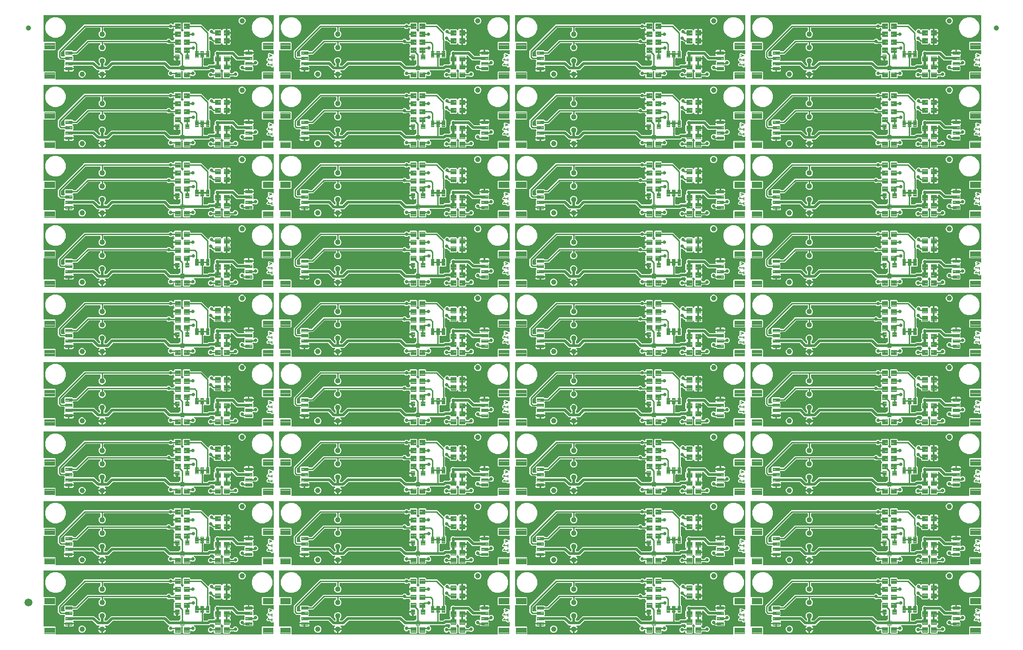
<source format=gbl>
G04 EAGLE Gerber RS-274X export*
G75*
%MOMM*%
%FSLAX34Y34*%
%LPD*%
%INBottom Copper*%
%IPPOS*%
%AMOC8*
5,1,8,0,0,1.08239X$1,22.5*%
G01*
%ADD10C,0.203200*%
%ADD11C,0.100000*%
%ADD12C,0.099059*%
%ADD13C,1.000000*%
%ADD14C,0.096000*%
%ADD15C,0.102000*%
%ADD16C,0.104000*%
%ADD17C,1.016000*%
%ADD18C,1.500000*%
%ADD19C,0.254000*%
%ADD20C,0.660400*%
%ADD21C,0.508000*%

G36*
X867084Y1060187D02*
X867084Y1060187D01*
X867186Y1060195D01*
X867214Y1060207D01*
X867245Y1060211D01*
X867337Y1060256D01*
X867433Y1060294D01*
X867456Y1060313D01*
X867484Y1060327D01*
X867559Y1060397D01*
X867639Y1060462D01*
X867656Y1060487D01*
X867678Y1060508D01*
X867729Y1060597D01*
X867786Y1060683D01*
X867792Y1060706D01*
X867810Y1060739D01*
X867868Y1060998D01*
X867865Y1061036D01*
X867870Y1061060D01*
X867870Y1074313D01*
X869193Y1075636D01*
X890017Y1075636D01*
X890119Y1075652D01*
X890221Y1075660D01*
X890249Y1075672D01*
X890280Y1075676D01*
X890372Y1075721D01*
X890468Y1075759D01*
X890491Y1075778D01*
X890519Y1075792D01*
X890594Y1075862D01*
X890674Y1075927D01*
X890691Y1075952D01*
X890713Y1075973D01*
X890764Y1076062D01*
X890821Y1076148D01*
X890827Y1076171D01*
X890845Y1076204D01*
X890903Y1076463D01*
X890900Y1076501D01*
X890905Y1076525D01*
X890905Y1083310D01*
X890898Y1083361D01*
X890899Y1083412D01*
X890878Y1083491D01*
X890865Y1083572D01*
X890843Y1083619D01*
X890829Y1083669D01*
X890785Y1083738D01*
X890750Y1083812D01*
X890714Y1083850D01*
X890687Y1083893D01*
X890624Y1083946D01*
X890568Y1084006D01*
X890524Y1084032D01*
X890484Y1084065D01*
X890409Y1084097D01*
X890338Y1084138D01*
X890287Y1084149D01*
X890240Y1084169D01*
X890158Y1084178D01*
X890078Y1084196D01*
X890027Y1084192D01*
X889975Y1084197D01*
X889895Y1084181D01*
X889813Y1084174D01*
X889765Y1084155D01*
X889715Y1084145D01*
X889671Y1084117D01*
X889566Y1084075D01*
X889474Y1084000D01*
X889471Y1083999D01*
X889464Y1083992D01*
X889427Y1083962D01*
X889389Y1083938D01*
X888761Y1083309D01*
X886445Y1083309D01*
X884727Y1085028D01*
X884724Y1085034D01*
X884686Y1085129D01*
X884666Y1085153D01*
X884653Y1085181D01*
X884583Y1085256D01*
X884518Y1085336D01*
X884492Y1085353D01*
X884471Y1085375D01*
X884382Y1085426D01*
X884297Y1085483D01*
X884273Y1085488D01*
X884241Y1085507D01*
X883981Y1085565D01*
X883943Y1085562D01*
X883920Y1085567D01*
X879679Y1085567D01*
X879617Y1085558D01*
X879581Y1085562D01*
X878605Y1085453D01*
X878560Y1085483D01*
X878538Y1085488D01*
X878508Y1085506D01*
X878341Y1085544D01*
X877643Y1086241D01*
X877593Y1086279D01*
X877570Y1086307D01*
X876803Y1086920D01*
X876792Y1086974D01*
X876780Y1086992D01*
X876771Y1087026D01*
X876680Y1087171D01*
X876680Y1088158D01*
X876671Y1088220D01*
X876675Y1088256D01*
X876566Y1089232D01*
X876596Y1089277D01*
X876601Y1089299D01*
X876619Y1089329D01*
X876657Y1089496D01*
X877355Y1090194D01*
X877392Y1090244D01*
X877420Y1090267D01*
X877773Y1090709D01*
X877774Y1090709D01*
X878484Y1091597D01*
X879195Y1092485D01*
X879767Y1093201D01*
X879793Y1093245D01*
X879827Y1093285D01*
X879859Y1093360D01*
X879900Y1093431D01*
X879912Y1093481D01*
X879932Y1093528D01*
X879941Y1093610D01*
X879959Y1093690D01*
X879955Y1093741D01*
X879961Y1093793D01*
X879945Y1093873D01*
X879939Y1093955D01*
X879920Y1094003D01*
X879910Y1094054D01*
X879872Y1094126D01*
X879841Y1094202D01*
X879809Y1094242D01*
X879785Y1094288D01*
X879726Y1094345D01*
X879675Y1094409D01*
X879632Y1094438D01*
X879595Y1094474D01*
X879523Y1094512D01*
X879454Y1094558D01*
X879405Y1094573D01*
X879359Y1094597D01*
X879308Y1094602D01*
X879200Y1094635D01*
X879021Y1094634D01*
X878975Y1094638D01*
X878605Y1094597D01*
X878560Y1094627D01*
X878538Y1094632D01*
X878508Y1094650D01*
X878341Y1094688D01*
X877643Y1095385D01*
X877593Y1095423D01*
X877570Y1095451D01*
X876803Y1096064D01*
X876792Y1096118D01*
X876780Y1096136D01*
X876771Y1096170D01*
X876680Y1096315D01*
X876680Y1097302D01*
X876671Y1097364D01*
X876675Y1097400D01*
X876566Y1098376D01*
X876596Y1098421D01*
X876601Y1098443D01*
X876619Y1098473D01*
X876657Y1098640D01*
X877355Y1099338D01*
X877392Y1099388D01*
X877420Y1099411D01*
X877564Y1099591D01*
X879465Y1101967D01*
X879522Y1102066D01*
X879584Y1102162D01*
X879589Y1102181D01*
X879598Y1102197D01*
X879623Y1102308D01*
X879654Y1102419D01*
X879652Y1102434D01*
X879657Y1102456D01*
X879637Y1102721D01*
X879617Y1102771D01*
X879614Y1102803D01*
X879167Y1104144D01*
X879764Y1105338D01*
X879790Y1105418D01*
X879825Y1105494D01*
X879831Y1105544D01*
X879846Y1105591D01*
X879847Y1105675D01*
X879858Y1105758D01*
X879849Y1105794D01*
X879850Y1105857D01*
X879774Y1106112D01*
X879767Y1106124D01*
X879764Y1106133D01*
X879167Y1107327D01*
X879899Y1109524D01*
X881970Y1110559D01*
X887322Y1108775D01*
X887412Y1108759D01*
X887500Y1108735D01*
X887532Y1108739D01*
X887584Y1108729D01*
X887806Y1108758D01*
X888619Y1108352D01*
X888697Y1108327D01*
X888735Y1108304D01*
X889736Y1107970D01*
X889847Y1107951D01*
X889956Y1107927D01*
X889977Y1107928D01*
X889998Y1107925D01*
X890109Y1107939D01*
X890221Y1107948D01*
X890241Y1107956D01*
X890262Y1107959D01*
X890364Y1108006D01*
X890468Y1108047D01*
X890484Y1108061D01*
X890503Y1108070D01*
X890587Y1108144D01*
X890674Y1108215D01*
X890686Y1108233D01*
X890702Y1108247D01*
X890759Y1108343D01*
X890821Y1108436D01*
X890825Y1108453D01*
X890838Y1108475D01*
X890902Y1108733D01*
X890899Y1108783D01*
X890905Y1108813D01*
X890905Y1115191D01*
X890890Y1115292D01*
X890882Y1115394D01*
X890870Y1115423D01*
X890865Y1115453D01*
X890821Y1115546D01*
X890783Y1115641D01*
X890763Y1115665D01*
X890750Y1115693D01*
X890680Y1115768D01*
X890615Y1115847D01*
X890589Y1115865D01*
X890568Y1115887D01*
X890479Y1115938D01*
X890394Y1115995D01*
X890370Y1116000D01*
X890338Y1116019D01*
X890078Y1116077D01*
X890040Y1116074D01*
X890017Y1116079D01*
X869193Y1116079D01*
X867870Y1117402D01*
X867870Y1130313D01*
X869193Y1131636D01*
X890017Y1131636D01*
X890119Y1131652D01*
X890221Y1131660D01*
X890249Y1131672D01*
X890280Y1131676D01*
X890372Y1131721D01*
X890468Y1131759D01*
X890491Y1131778D01*
X890519Y1131792D01*
X890594Y1131862D01*
X890674Y1131927D01*
X890691Y1131952D01*
X890713Y1131973D01*
X890764Y1132062D01*
X890821Y1132148D01*
X890827Y1132171D01*
X890845Y1132204D01*
X890903Y1132463D01*
X890900Y1132501D01*
X890905Y1132525D01*
X890905Y1181596D01*
X890890Y1181697D01*
X890882Y1181799D01*
X890870Y1181828D01*
X890865Y1181858D01*
X890821Y1181951D01*
X890783Y1182046D01*
X890763Y1182070D01*
X890750Y1182098D01*
X890680Y1182173D01*
X890615Y1182252D01*
X890589Y1182270D01*
X890568Y1182292D01*
X890479Y1182343D01*
X890394Y1182400D01*
X890370Y1182405D01*
X890338Y1182424D01*
X890078Y1182482D01*
X890040Y1182479D01*
X890017Y1182484D01*
X452501Y1182484D01*
X452399Y1182468D01*
X452297Y1182460D01*
X452269Y1182449D01*
X452238Y1182444D01*
X452146Y1182399D01*
X452050Y1182361D01*
X452027Y1182342D01*
X451999Y1182328D01*
X451924Y1182258D01*
X451844Y1182194D01*
X451827Y1182168D01*
X451805Y1182147D01*
X451754Y1182058D01*
X451697Y1181972D01*
X451691Y1181949D01*
X451673Y1181916D01*
X451615Y1181657D01*
X451618Y1181619D01*
X451613Y1181596D01*
X451613Y1132525D01*
X451628Y1132423D01*
X451636Y1132321D01*
X451648Y1132292D01*
X451653Y1132262D01*
X451697Y1132169D01*
X451735Y1132074D01*
X451755Y1132050D01*
X451768Y1132022D01*
X451838Y1131947D01*
X451903Y1131868D01*
X451929Y1131851D01*
X451950Y1131828D01*
X452039Y1131777D01*
X452124Y1131720D01*
X452148Y1131715D01*
X452180Y1131696D01*
X452440Y1131638D01*
X452478Y1131642D01*
X452501Y1131636D01*
X473705Y1131636D01*
X475028Y1130313D01*
X475028Y1117402D01*
X473705Y1116079D01*
X452501Y1116079D01*
X452399Y1116063D01*
X452297Y1116055D01*
X452269Y1116044D01*
X452238Y1116039D01*
X452146Y1115994D01*
X452050Y1115956D01*
X452027Y1115937D01*
X451999Y1115923D01*
X451924Y1115853D01*
X451844Y1115789D01*
X451827Y1115763D01*
X451805Y1115742D01*
X451754Y1115653D01*
X451697Y1115567D01*
X451691Y1115544D01*
X451673Y1115511D01*
X451615Y1115252D01*
X451618Y1115214D01*
X451613Y1115191D01*
X451613Y1076525D01*
X451628Y1076423D01*
X451636Y1076321D01*
X451648Y1076292D01*
X451653Y1076262D01*
X451697Y1076169D01*
X451735Y1076074D01*
X451755Y1076050D01*
X451768Y1076022D01*
X451838Y1075947D01*
X451903Y1075868D01*
X451929Y1075851D01*
X451950Y1075828D01*
X452039Y1075777D01*
X452124Y1075720D01*
X452148Y1075715D01*
X452180Y1075696D01*
X452440Y1075638D01*
X452478Y1075642D01*
X452501Y1075636D01*
X473705Y1075636D01*
X475028Y1074313D01*
X475028Y1061060D01*
X475043Y1060958D01*
X475051Y1060856D01*
X475063Y1060827D01*
X475068Y1060797D01*
X475112Y1060704D01*
X475150Y1060609D01*
X475170Y1060585D01*
X475183Y1060557D01*
X475253Y1060482D01*
X475318Y1060403D01*
X475344Y1060386D01*
X475365Y1060363D01*
X475454Y1060312D01*
X475539Y1060255D01*
X475563Y1060250D01*
X475595Y1060231D01*
X475855Y1060173D01*
X475893Y1060177D01*
X475916Y1060171D01*
X866982Y1060171D01*
X867084Y1060187D01*
G37*
G36*
X1316283Y134662D02*
X1316283Y134662D01*
X1316385Y134670D01*
X1316413Y134681D01*
X1316444Y134686D01*
X1316536Y134731D01*
X1316632Y134769D01*
X1316655Y134788D01*
X1316683Y134802D01*
X1316758Y134872D01*
X1316838Y134936D01*
X1316855Y134962D01*
X1316877Y134983D01*
X1316928Y135072D01*
X1316985Y135158D01*
X1316991Y135181D01*
X1317009Y135214D01*
X1317067Y135473D01*
X1317064Y135511D01*
X1317069Y135534D01*
X1317069Y148788D01*
X1318392Y150111D01*
X1339216Y150111D01*
X1339318Y150127D01*
X1339420Y150135D01*
X1339448Y150146D01*
X1339479Y150151D01*
X1339571Y150196D01*
X1339667Y150234D01*
X1339690Y150253D01*
X1339718Y150267D01*
X1339793Y150337D01*
X1339873Y150401D01*
X1339890Y150427D01*
X1339912Y150448D01*
X1339963Y150537D01*
X1340020Y150623D01*
X1340026Y150646D01*
X1340044Y150679D01*
X1340102Y150938D01*
X1340099Y150976D01*
X1340104Y150999D01*
X1340104Y157784D01*
X1340097Y157835D01*
X1340098Y157887D01*
X1340077Y157966D01*
X1340064Y158047D01*
X1340042Y158094D01*
X1340028Y158144D01*
X1339984Y158213D01*
X1339949Y158287D01*
X1339913Y158324D01*
X1339886Y158368D01*
X1339823Y158421D01*
X1339767Y158481D01*
X1339723Y158506D01*
X1339683Y158540D01*
X1339608Y158572D01*
X1339537Y158613D01*
X1339486Y158624D01*
X1339439Y158644D01*
X1339357Y158653D01*
X1339277Y158671D01*
X1339226Y158666D01*
X1339174Y158672D01*
X1339094Y158656D01*
X1339012Y158649D01*
X1338964Y158630D01*
X1338914Y158620D01*
X1338870Y158592D01*
X1338765Y158550D01*
X1338673Y158475D01*
X1338670Y158473D01*
X1338663Y158467D01*
X1338626Y158437D01*
X1338588Y158412D01*
X1337960Y157784D01*
X1335644Y157784D01*
X1333926Y159503D01*
X1333923Y159509D01*
X1333885Y159604D01*
X1333865Y159628D01*
X1333852Y159656D01*
X1333782Y159731D01*
X1333717Y159811D01*
X1333691Y159828D01*
X1333670Y159850D01*
X1333581Y159901D01*
X1333496Y159958D01*
X1333472Y159963D01*
X1333440Y159982D01*
X1333180Y160040D01*
X1333142Y160037D01*
X1333119Y160042D01*
X1328878Y160042D01*
X1328816Y160033D01*
X1328780Y160037D01*
X1327804Y159928D01*
X1327759Y159958D01*
X1327737Y159963D01*
X1327707Y159980D01*
X1327540Y160019D01*
X1326842Y160716D01*
X1326792Y160753D01*
X1326769Y160782D01*
X1326002Y161395D01*
X1325991Y161448D01*
X1325979Y161467D01*
X1325970Y161501D01*
X1325879Y161646D01*
X1325879Y162633D01*
X1325870Y162695D01*
X1325874Y162731D01*
X1325765Y163707D01*
X1325795Y163752D01*
X1325800Y163774D01*
X1325818Y163804D01*
X1325856Y163971D01*
X1326554Y164669D01*
X1326591Y164719D01*
X1326619Y164742D01*
X1326972Y165183D01*
X1326973Y165184D01*
X1327683Y166072D01*
X1328394Y166960D01*
X1328966Y167676D01*
X1328992Y167720D01*
X1329026Y167759D01*
X1329058Y167835D01*
X1329099Y167906D01*
X1329111Y167956D01*
X1329131Y168003D01*
X1329140Y168085D01*
X1329158Y168165D01*
X1329154Y168216D01*
X1329160Y168268D01*
X1329144Y168348D01*
X1329138Y168430D01*
X1329119Y168478D01*
X1329109Y168528D01*
X1329071Y168601D01*
X1329040Y168677D01*
X1329008Y168717D01*
X1328984Y168763D01*
X1328925Y168820D01*
X1328874Y168884D01*
X1328831Y168913D01*
X1328794Y168949D01*
X1328722Y168987D01*
X1328653Y169033D01*
X1328604Y169048D01*
X1328558Y169071D01*
X1328507Y169077D01*
X1328399Y169110D01*
X1328220Y169108D01*
X1328174Y169113D01*
X1327804Y169072D01*
X1327759Y169102D01*
X1327737Y169107D01*
X1327707Y169124D01*
X1327540Y169162D01*
X1326842Y169860D01*
X1326792Y169897D01*
X1326769Y169926D01*
X1326002Y170539D01*
X1325991Y170592D01*
X1325979Y170611D01*
X1325970Y170645D01*
X1325879Y170790D01*
X1325879Y171777D01*
X1325870Y171839D01*
X1325874Y171875D01*
X1325765Y172851D01*
X1325795Y172896D01*
X1325800Y172918D01*
X1325818Y172948D01*
X1325856Y173115D01*
X1326554Y173813D01*
X1326591Y173863D01*
X1326619Y173886D01*
X1326763Y174066D01*
X1328664Y176442D01*
X1328721Y176541D01*
X1328783Y176637D01*
X1328788Y176655D01*
X1328797Y176672D01*
X1328822Y176783D01*
X1328853Y176893D01*
X1328851Y176909D01*
X1328856Y176931D01*
X1328836Y177196D01*
X1328816Y177246D01*
X1328813Y177277D01*
X1328366Y178618D01*
X1328963Y179813D01*
X1328989Y179893D01*
X1329024Y179969D01*
X1329030Y180018D01*
X1329045Y180066D01*
X1329046Y180150D01*
X1329057Y180233D01*
X1329048Y180269D01*
X1329049Y180332D01*
X1328973Y180587D01*
X1328966Y180598D01*
X1328963Y180607D01*
X1328366Y181802D01*
X1329098Y183998D01*
X1331169Y185034D01*
X1336521Y183250D01*
X1336611Y183234D01*
X1336699Y183210D01*
X1336731Y183213D01*
X1336783Y183204D01*
X1337005Y183233D01*
X1337818Y182827D01*
X1337896Y182802D01*
X1337934Y182779D01*
X1338935Y182445D01*
X1339046Y182426D01*
X1339155Y182402D01*
X1339176Y182403D01*
X1339197Y182400D01*
X1339308Y182414D01*
X1339420Y182423D01*
X1339440Y182431D01*
X1339461Y182434D01*
X1339563Y182480D01*
X1339667Y182522D01*
X1339683Y182536D01*
X1339702Y182544D01*
X1339786Y182619D01*
X1339873Y182690D01*
X1339885Y182707D01*
X1339901Y182722D01*
X1339958Y182817D01*
X1340020Y182911D01*
X1340024Y182927D01*
X1340037Y182950D01*
X1340101Y183208D01*
X1340098Y183258D01*
X1340104Y183288D01*
X1340104Y189665D01*
X1340089Y189767D01*
X1340081Y189869D01*
X1340069Y189898D01*
X1340064Y189928D01*
X1340020Y190021D01*
X1339982Y190116D01*
X1339962Y190140D01*
X1339949Y190168D01*
X1339879Y190243D01*
X1339814Y190322D01*
X1339788Y190339D01*
X1339767Y190362D01*
X1339678Y190413D01*
X1339593Y190470D01*
X1339569Y190475D01*
X1339537Y190494D01*
X1339277Y190552D01*
X1339239Y190548D01*
X1339216Y190554D01*
X1318392Y190554D01*
X1317069Y191877D01*
X1317069Y204788D01*
X1318392Y206111D01*
X1339216Y206111D01*
X1339318Y206127D01*
X1339420Y206135D01*
X1339448Y206146D01*
X1339479Y206151D01*
X1339571Y206196D01*
X1339667Y206234D01*
X1339690Y206253D01*
X1339718Y206267D01*
X1339793Y206337D01*
X1339873Y206401D01*
X1339890Y206427D01*
X1339912Y206448D01*
X1339963Y206537D01*
X1340020Y206623D01*
X1340026Y206646D01*
X1340044Y206679D01*
X1340102Y206938D01*
X1340099Y206976D01*
X1340104Y206999D01*
X1340104Y256070D01*
X1340089Y256172D01*
X1340081Y256274D01*
X1340069Y256303D01*
X1340064Y256333D01*
X1340020Y256426D01*
X1339982Y256521D01*
X1339962Y256545D01*
X1339949Y256573D01*
X1339879Y256648D01*
X1339814Y256727D01*
X1339788Y256744D01*
X1339767Y256767D01*
X1339678Y256818D01*
X1339593Y256875D01*
X1339569Y256880D01*
X1339537Y256899D01*
X1339277Y256957D01*
X1339239Y256953D01*
X1339216Y256959D01*
X901700Y256959D01*
X901598Y256943D01*
X901496Y256935D01*
X901468Y256923D01*
X901437Y256919D01*
X901345Y256874D01*
X901249Y256836D01*
X901226Y256817D01*
X901198Y256803D01*
X901123Y256733D01*
X901043Y256668D01*
X901026Y256643D01*
X901004Y256622D01*
X900953Y256533D01*
X900896Y256447D01*
X900890Y256424D01*
X900872Y256391D01*
X900814Y256132D01*
X900817Y256094D01*
X900812Y256070D01*
X900812Y206999D01*
X900827Y206898D01*
X900835Y206796D01*
X900847Y206767D01*
X900852Y206737D01*
X900896Y206644D01*
X900934Y206549D01*
X900954Y206525D01*
X900967Y206497D01*
X901037Y206422D01*
X901102Y206343D01*
X901128Y206325D01*
X901149Y206303D01*
X901238Y206252D01*
X901323Y206195D01*
X901347Y206190D01*
X901379Y206171D01*
X901639Y206113D01*
X901677Y206116D01*
X901700Y206111D01*
X922904Y206111D01*
X924227Y204788D01*
X924227Y191877D01*
X922904Y190554D01*
X901700Y190554D01*
X901598Y190538D01*
X901496Y190530D01*
X901468Y190518D01*
X901437Y190514D01*
X901345Y190469D01*
X901249Y190431D01*
X901226Y190412D01*
X901198Y190398D01*
X901123Y190328D01*
X901043Y190263D01*
X901026Y190238D01*
X901004Y190217D01*
X900953Y190128D01*
X900896Y190042D01*
X900890Y190019D01*
X900872Y189986D01*
X900814Y189727D01*
X900817Y189689D01*
X900812Y189665D01*
X900812Y150999D01*
X900827Y150898D01*
X900835Y150796D01*
X900847Y150767D01*
X900852Y150737D01*
X900896Y150644D01*
X900934Y150549D01*
X900954Y150525D01*
X900967Y150497D01*
X901037Y150422D01*
X901102Y150343D01*
X901128Y150325D01*
X901149Y150303D01*
X901238Y150252D01*
X901323Y150195D01*
X901347Y150190D01*
X901379Y150171D01*
X901639Y150113D01*
X901677Y150116D01*
X901700Y150111D01*
X922904Y150111D01*
X924227Y148788D01*
X924227Y135534D01*
X924242Y135433D01*
X924250Y135331D01*
X924262Y135302D01*
X924267Y135272D01*
X924311Y135179D01*
X924349Y135084D01*
X924369Y135060D01*
X924382Y135032D01*
X924452Y134957D01*
X924517Y134878D01*
X924543Y134860D01*
X924564Y134838D01*
X924653Y134787D01*
X924738Y134730D01*
X924762Y134725D01*
X924794Y134706D01*
X925054Y134648D01*
X925092Y134651D01*
X925115Y134646D01*
X1316181Y134646D01*
X1316283Y134662D01*
G37*
G36*
X1316283Y531308D02*
X1316283Y531308D01*
X1316385Y531316D01*
X1316413Y531328D01*
X1316444Y531332D01*
X1316536Y531377D01*
X1316632Y531415D01*
X1316655Y531435D01*
X1316683Y531448D01*
X1316758Y531518D01*
X1316838Y531583D01*
X1316855Y531608D01*
X1316877Y531629D01*
X1316928Y531718D01*
X1316985Y531804D01*
X1316991Y531827D01*
X1317009Y531860D01*
X1317067Y532120D01*
X1317064Y532158D01*
X1317069Y532181D01*
X1317069Y545434D01*
X1318392Y546758D01*
X1339216Y546758D01*
X1339318Y546773D01*
X1339420Y546781D01*
X1339448Y546793D01*
X1339479Y546797D01*
X1339571Y546842D01*
X1339667Y546880D01*
X1339690Y546900D01*
X1339718Y546913D01*
X1339793Y546983D01*
X1339873Y547048D01*
X1339890Y547073D01*
X1339912Y547094D01*
X1339963Y547183D01*
X1340020Y547269D01*
X1340026Y547292D01*
X1340044Y547325D01*
X1340102Y547585D01*
X1340099Y547623D01*
X1340104Y547646D01*
X1340104Y554431D01*
X1340097Y554482D01*
X1340098Y554533D01*
X1340077Y554613D01*
X1340064Y554694D01*
X1340042Y554740D01*
X1340028Y554790D01*
X1339984Y554859D01*
X1339949Y554933D01*
X1339913Y554971D01*
X1339886Y555014D01*
X1339823Y555067D01*
X1339767Y555127D01*
X1339723Y555153D01*
X1339683Y555186D01*
X1339608Y555219D01*
X1339537Y555259D01*
X1339486Y555270D01*
X1339439Y555291D01*
X1339357Y555299D01*
X1339277Y555317D01*
X1339226Y555313D01*
X1339174Y555318D01*
X1339094Y555302D01*
X1339012Y555295D01*
X1338964Y555276D01*
X1338914Y555266D01*
X1338870Y555238D01*
X1338765Y555196D01*
X1338673Y555121D01*
X1338670Y555120D01*
X1338663Y555113D01*
X1338626Y555083D01*
X1338588Y555059D01*
X1337960Y554431D01*
X1335644Y554431D01*
X1333926Y556149D01*
X1333923Y556155D01*
X1333885Y556251D01*
X1333865Y556275D01*
X1333852Y556302D01*
X1333782Y556377D01*
X1333717Y556457D01*
X1333691Y556474D01*
X1333670Y556497D01*
X1333581Y556547D01*
X1333496Y556604D01*
X1333472Y556610D01*
X1333440Y556628D01*
X1333180Y556686D01*
X1333142Y556683D01*
X1333119Y556688D01*
X1328878Y556688D01*
X1328816Y556679D01*
X1328780Y556683D01*
X1327804Y556574D01*
X1327759Y556604D01*
X1327737Y556609D01*
X1327707Y556627D01*
X1327540Y556665D01*
X1326842Y557363D01*
X1326792Y557400D01*
X1326769Y557428D01*
X1326002Y558042D01*
X1325991Y558095D01*
X1325979Y558114D01*
X1325970Y558147D01*
X1325879Y558292D01*
X1325879Y559279D01*
X1325870Y559341D01*
X1325874Y559377D01*
X1325765Y560353D01*
X1325795Y560398D01*
X1325800Y560420D01*
X1325818Y560450D01*
X1325856Y560617D01*
X1326554Y561315D01*
X1326591Y561365D01*
X1326619Y561388D01*
X1326972Y561830D01*
X1326973Y561830D01*
X1327683Y562718D01*
X1328394Y563606D01*
X1328394Y563607D01*
X1328966Y564322D01*
X1328992Y564367D01*
X1329026Y564406D01*
X1329058Y564481D01*
X1329099Y564552D01*
X1329111Y564602D01*
X1329131Y564650D01*
X1329140Y564731D01*
X1329158Y564811D01*
X1329154Y564863D01*
X1329160Y564914D01*
X1329144Y564994D01*
X1329138Y565076D01*
X1329119Y565124D01*
X1329109Y565175D01*
X1329071Y565247D01*
X1329040Y565323D01*
X1329008Y565364D01*
X1328984Y565409D01*
X1328925Y565467D01*
X1328874Y565531D01*
X1328831Y565559D01*
X1328794Y565596D01*
X1328722Y565633D01*
X1328653Y565679D01*
X1328604Y565694D01*
X1328558Y565718D01*
X1328507Y565723D01*
X1328399Y565756D01*
X1328220Y565755D01*
X1328174Y565760D01*
X1327804Y565718D01*
X1327759Y565748D01*
X1327737Y565753D01*
X1327707Y565771D01*
X1327540Y565809D01*
X1326842Y566507D01*
X1326792Y566544D01*
X1326769Y566572D01*
X1326002Y567186D01*
X1325991Y567239D01*
X1325979Y567257D01*
X1325970Y567291D01*
X1325879Y567436D01*
X1325879Y568423D01*
X1325870Y568485D01*
X1325874Y568521D01*
X1325765Y569497D01*
X1325795Y569542D01*
X1325800Y569564D01*
X1325818Y569594D01*
X1325856Y569761D01*
X1326554Y570459D01*
X1326591Y570509D01*
X1326619Y570532D01*
X1326763Y570712D01*
X1326763Y570713D01*
X1328664Y573088D01*
X1328721Y573187D01*
X1328783Y573283D01*
X1328788Y573302D01*
X1328797Y573318D01*
X1328822Y573429D01*
X1328853Y573540D01*
X1328851Y573555D01*
X1328856Y573577D01*
X1328836Y573842D01*
X1328816Y573892D01*
X1328813Y573924D01*
X1328366Y575265D01*
X1328963Y576459D01*
X1328989Y576539D01*
X1329024Y576616D01*
X1329030Y576665D01*
X1329045Y576712D01*
X1329046Y576796D01*
X1329057Y576879D01*
X1329048Y576915D01*
X1329049Y576978D01*
X1328973Y577233D01*
X1328966Y577245D01*
X1328963Y577254D01*
X1328366Y578448D01*
X1329098Y580645D01*
X1331169Y581680D01*
X1336521Y579896D01*
X1336611Y579881D01*
X1336699Y579857D01*
X1336731Y579860D01*
X1336783Y579851D01*
X1337005Y579880D01*
X1337818Y579473D01*
X1337896Y579448D01*
X1337934Y579425D01*
X1338935Y579091D01*
X1339046Y579072D01*
X1339155Y579048D01*
X1339176Y579050D01*
X1339197Y579046D01*
X1339308Y579060D01*
X1339420Y579070D01*
X1339440Y579077D01*
X1339461Y579080D01*
X1339563Y579127D01*
X1339667Y579169D01*
X1339683Y579182D01*
X1339702Y579191D01*
X1339786Y579265D01*
X1339873Y579336D01*
X1339885Y579354D01*
X1339901Y579368D01*
X1339958Y579464D01*
X1340020Y579557D01*
X1340024Y579574D01*
X1340037Y579596D01*
X1340101Y579854D01*
X1340098Y579904D01*
X1340104Y579934D01*
X1340104Y586312D01*
X1340089Y586413D01*
X1340081Y586516D01*
X1340069Y586544D01*
X1340064Y586575D01*
X1340020Y586667D01*
X1339982Y586762D01*
X1339962Y586786D01*
X1339949Y586814D01*
X1339879Y586889D01*
X1339814Y586969D01*
X1339788Y586986D01*
X1339767Y587008D01*
X1339678Y587059D01*
X1339593Y587116D01*
X1339569Y587121D01*
X1339537Y587140D01*
X1339277Y587198D01*
X1339239Y587195D01*
X1339216Y587200D01*
X1318392Y587200D01*
X1317069Y588523D01*
X1317069Y601434D01*
X1318392Y602758D01*
X1339216Y602758D01*
X1339318Y602773D01*
X1339420Y602781D01*
X1339448Y602793D01*
X1339479Y602797D01*
X1339571Y602842D01*
X1339667Y602880D01*
X1339690Y602900D01*
X1339718Y602913D01*
X1339793Y602983D01*
X1339873Y603048D01*
X1339890Y603073D01*
X1339912Y603094D01*
X1339963Y603183D01*
X1340020Y603269D01*
X1340026Y603292D01*
X1340044Y603325D01*
X1340102Y603585D01*
X1340099Y603623D01*
X1340104Y603646D01*
X1340104Y652717D01*
X1340089Y652818D01*
X1340081Y652921D01*
X1340069Y652949D01*
X1340064Y652980D01*
X1340020Y653072D01*
X1339982Y653167D01*
X1339962Y653191D01*
X1339949Y653219D01*
X1339879Y653294D01*
X1339814Y653374D01*
X1339788Y653391D01*
X1339767Y653413D01*
X1339678Y653464D01*
X1339593Y653521D01*
X1339569Y653526D01*
X1339537Y653545D01*
X1339277Y653603D01*
X1339239Y653600D01*
X1339216Y653605D01*
X901700Y653605D01*
X901598Y653590D01*
X901496Y653581D01*
X901468Y653570D01*
X901437Y653565D01*
X901345Y653521D01*
X901249Y653482D01*
X901226Y653463D01*
X901198Y653450D01*
X901123Y653380D01*
X901043Y653315D01*
X901026Y653289D01*
X901004Y653268D01*
X900953Y653179D01*
X900896Y653094D01*
X900890Y653070D01*
X900872Y653037D01*
X900814Y652778D01*
X900817Y652740D01*
X900812Y652717D01*
X900812Y603646D01*
X900827Y603544D01*
X900835Y603442D01*
X900847Y603413D01*
X900852Y603383D01*
X900896Y603291D01*
X900934Y603195D01*
X900954Y603171D01*
X900967Y603144D01*
X901037Y603069D01*
X901102Y602989D01*
X901128Y602972D01*
X901149Y602949D01*
X901238Y602898D01*
X901323Y602841D01*
X901347Y602836D01*
X901379Y602817D01*
X901639Y602760D01*
X901677Y602763D01*
X901700Y602758D01*
X922904Y602758D01*
X924227Y601434D01*
X924227Y588523D01*
X922904Y587200D01*
X901700Y587200D01*
X901598Y587185D01*
X901496Y587176D01*
X901468Y587165D01*
X901437Y587160D01*
X901345Y587116D01*
X901249Y587077D01*
X901226Y587058D01*
X901198Y587045D01*
X901123Y586975D01*
X901043Y586910D01*
X901026Y586884D01*
X901004Y586863D01*
X900953Y586774D01*
X900896Y586689D01*
X900890Y586665D01*
X900872Y586632D01*
X900814Y586373D01*
X900817Y586335D01*
X900812Y586312D01*
X900812Y547646D01*
X900827Y547544D01*
X900835Y547442D01*
X900847Y547413D01*
X900852Y547383D01*
X900896Y547291D01*
X900934Y547195D01*
X900954Y547171D01*
X900967Y547144D01*
X901037Y547069D01*
X901102Y546989D01*
X901128Y546972D01*
X901149Y546949D01*
X901238Y546898D01*
X901323Y546841D01*
X901347Y546836D01*
X901379Y546817D01*
X901639Y546760D01*
X901677Y546763D01*
X901700Y546758D01*
X922904Y546758D01*
X924227Y545434D01*
X924227Y532181D01*
X924242Y532079D01*
X924250Y531977D01*
X924262Y531948D01*
X924267Y531918D01*
X924311Y531826D01*
X924349Y531730D01*
X924369Y531706D01*
X924382Y531679D01*
X924452Y531604D01*
X924517Y531524D01*
X924543Y531507D01*
X924564Y531484D01*
X924653Y531433D01*
X924738Y531376D01*
X924762Y531371D01*
X924794Y531352D01*
X925054Y531295D01*
X925092Y531298D01*
X925115Y531293D01*
X1316181Y531293D01*
X1316283Y531308D01*
G37*
G36*
X1316283Y927980D02*
X1316283Y927980D01*
X1316385Y927988D01*
X1316413Y928000D01*
X1316444Y928004D01*
X1316536Y928049D01*
X1316632Y928087D01*
X1316655Y928106D01*
X1316683Y928120D01*
X1316758Y928190D01*
X1316838Y928255D01*
X1316855Y928280D01*
X1316877Y928301D01*
X1316928Y928390D01*
X1316985Y928476D01*
X1316991Y928499D01*
X1317009Y928532D01*
X1317067Y928791D01*
X1317064Y928829D01*
X1317069Y928853D01*
X1317069Y942106D01*
X1318392Y943429D01*
X1339216Y943429D01*
X1339318Y943445D01*
X1339420Y943453D01*
X1339448Y943465D01*
X1339479Y943469D01*
X1339571Y943514D01*
X1339667Y943552D01*
X1339690Y943571D01*
X1339718Y943585D01*
X1339793Y943655D01*
X1339873Y943720D01*
X1339890Y943745D01*
X1339912Y943766D01*
X1339963Y943855D01*
X1340020Y943941D01*
X1340026Y943964D01*
X1340044Y943997D01*
X1340102Y944256D01*
X1340099Y944294D01*
X1340104Y944318D01*
X1340104Y951103D01*
X1340097Y951154D01*
X1340098Y951205D01*
X1340077Y951284D01*
X1340064Y951365D01*
X1340042Y951412D01*
X1340028Y951462D01*
X1339984Y951531D01*
X1339949Y951605D01*
X1339913Y951643D01*
X1339886Y951686D01*
X1339823Y951739D01*
X1339767Y951799D01*
X1339723Y951825D01*
X1339683Y951858D01*
X1339608Y951890D01*
X1339537Y951931D01*
X1339486Y951942D01*
X1339439Y951962D01*
X1339357Y951971D01*
X1339277Y951989D01*
X1339226Y951985D01*
X1339174Y951990D01*
X1339094Y951974D01*
X1339012Y951967D01*
X1338964Y951948D01*
X1338914Y951938D01*
X1338870Y951910D01*
X1338765Y951868D01*
X1338673Y951793D01*
X1338670Y951792D01*
X1338663Y951785D01*
X1338626Y951755D01*
X1338588Y951731D01*
X1337960Y951102D01*
X1335644Y951102D01*
X1333926Y952821D01*
X1333923Y952827D01*
X1333885Y952922D01*
X1333865Y952946D01*
X1333852Y952974D01*
X1333782Y953049D01*
X1333717Y953129D01*
X1333691Y953146D01*
X1333670Y953168D01*
X1333581Y953219D01*
X1333496Y953276D01*
X1333472Y953281D01*
X1333440Y953300D01*
X1333180Y953358D01*
X1333142Y953355D01*
X1333119Y953360D01*
X1328878Y953360D01*
X1328816Y953351D01*
X1328780Y953355D01*
X1327804Y953246D01*
X1327759Y953276D01*
X1327737Y953281D01*
X1327707Y953299D01*
X1327540Y953337D01*
X1326842Y954034D01*
X1326792Y954072D01*
X1326769Y954100D01*
X1326002Y954713D01*
X1325991Y954767D01*
X1325979Y954785D01*
X1325970Y954819D01*
X1325879Y954964D01*
X1325879Y955951D01*
X1325870Y956013D01*
X1325874Y956049D01*
X1325765Y957025D01*
X1325795Y957070D01*
X1325800Y957092D01*
X1325818Y957122D01*
X1325856Y957289D01*
X1326554Y957987D01*
X1326591Y958037D01*
X1326619Y958060D01*
X1326972Y958502D01*
X1326973Y958502D01*
X1327683Y959390D01*
X1328394Y960278D01*
X1328966Y960994D01*
X1328992Y961038D01*
X1329026Y961078D01*
X1329058Y961153D01*
X1329099Y961224D01*
X1329111Y961274D01*
X1329131Y961321D01*
X1329140Y961403D01*
X1329158Y961483D01*
X1329154Y961534D01*
X1329160Y961586D01*
X1329144Y961666D01*
X1329138Y961748D01*
X1329119Y961796D01*
X1329109Y961847D01*
X1329071Y961919D01*
X1329040Y961995D01*
X1329008Y962035D01*
X1328984Y962081D01*
X1328925Y962138D01*
X1328874Y962202D01*
X1328831Y962231D01*
X1328794Y962267D01*
X1328722Y962305D01*
X1328653Y962351D01*
X1328604Y962366D01*
X1328558Y962390D01*
X1328507Y962395D01*
X1328399Y962428D01*
X1328220Y962427D01*
X1328174Y962431D01*
X1327804Y962390D01*
X1327759Y962420D01*
X1327737Y962425D01*
X1327707Y962443D01*
X1327540Y962481D01*
X1326842Y963178D01*
X1326792Y963216D01*
X1326769Y963244D01*
X1326002Y963857D01*
X1325991Y963911D01*
X1325979Y963929D01*
X1325970Y963963D01*
X1325879Y964108D01*
X1325879Y965095D01*
X1325870Y965157D01*
X1325874Y965193D01*
X1325765Y966169D01*
X1325795Y966214D01*
X1325800Y966236D01*
X1325818Y966266D01*
X1325856Y966433D01*
X1326554Y967131D01*
X1326591Y967181D01*
X1326619Y967204D01*
X1326763Y967384D01*
X1328664Y969760D01*
X1328721Y969859D01*
X1328783Y969955D01*
X1328788Y969974D01*
X1328797Y969990D01*
X1328822Y970101D01*
X1328853Y970212D01*
X1328851Y970227D01*
X1328856Y970249D01*
X1328836Y970514D01*
X1328816Y970564D01*
X1328813Y970596D01*
X1328366Y971937D01*
X1328963Y973131D01*
X1328989Y973211D01*
X1329024Y973287D01*
X1329030Y973337D01*
X1329045Y973384D01*
X1329046Y973468D01*
X1329057Y973551D01*
X1329048Y973587D01*
X1329049Y973650D01*
X1328973Y973905D01*
X1328966Y973917D01*
X1328963Y973926D01*
X1328366Y975120D01*
X1329098Y977317D01*
X1331169Y978352D01*
X1336521Y976568D01*
X1336611Y976552D01*
X1336699Y976528D01*
X1336731Y976532D01*
X1336783Y976522D01*
X1337005Y976551D01*
X1337818Y976145D01*
X1337896Y976120D01*
X1337934Y976097D01*
X1338935Y975763D01*
X1339046Y975744D01*
X1339155Y975720D01*
X1339176Y975721D01*
X1339197Y975718D01*
X1339308Y975732D01*
X1339420Y975741D01*
X1339440Y975749D01*
X1339461Y975752D01*
X1339563Y975799D01*
X1339667Y975840D01*
X1339683Y975854D01*
X1339702Y975863D01*
X1339786Y975937D01*
X1339873Y976008D01*
X1339885Y976026D01*
X1339901Y976040D01*
X1339958Y976136D01*
X1340020Y976229D01*
X1340024Y976246D01*
X1340037Y976268D01*
X1340101Y976526D01*
X1340098Y976576D01*
X1340104Y976606D01*
X1340104Y982984D01*
X1340089Y983085D01*
X1340081Y983187D01*
X1340069Y983216D01*
X1340064Y983246D01*
X1340020Y983339D01*
X1339982Y983434D01*
X1339962Y983458D01*
X1339949Y983486D01*
X1339879Y983561D01*
X1339814Y983640D01*
X1339788Y983658D01*
X1339767Y983680D01*
X1339678Y983731D01*
X1339593Y983788D01*
X1339569Y983793D01*
X1339537Y983812D01*
X1339277Y983870D01*
X1339239Y983867D01*
X1339216Y983872D01*
X1318392Y983872D01*
X1317069Y985195D01*
X1317069Y998106D01*
X1318392Y999429D01*
X1339216Y999429D01*
X1339318Y999445D01*
X1339420Y999453D01*
X1339448Y999465D01*
X1339479Y999469D01*
X1339571Y999514D01*
X1339667Y999552D01*
X1339690Y999571D01*
X1339718Y999585D01*
X1339793Y999655D01*
X1339873Y999720D01*
X1339890Y999745D01*
X1339912Y999766D01*
X1339963Y999855D01*
X1340020Y999941D01*
X1340026Y999964D01*
X1340044Y999997D01*
X1340102Y1000256D01*
X1340099Y1000294D01*
X1340104Y1000318D01*
X1340104Y1049389D01*
X1340089Y1049490D01*
X1340081Y1049592D01*
X1340069Y1049621D01*
X1340064Y1049651D01*
X1340020Y1049744D01*
X1339982Y1049839D01*
X1339962Y1049863D01*
X1339949Y1049891D01*
X1339879Y1049966D01*
X1339814Y1050045D01*
X1339788Y1050063D01*
X1339767Y1050085D01*
X1339678Y1050136D01*
X1339593Y1050193D01*
X1339569Y1050198D01*
X1339537Y1050217D01*
X1339277Y1050275D01*
X1339239Y1050272D01*
X1339216Y1050277D01*
X901700Y1050277D01*
X901598Y1050261D01*
X901496Y1050253D01*
X901468Y1050242D01*
X901437Y1050237D01*
X901345Y1050192D01*
X901249Y1050154D01*
X901226Y1050135D01*
X901198Y1050121D01*
X901123Y1050051D01*
X901043Y1049987D01*
X901026Y1049961D01*
X901004Y1049940D01*
X900953Y1049851D01*
X900896Y1049765D01*
X900890Y1049742D01*
X900872Y1049709D01*
X900814Y1049450D01*
X900817Y1049412D01*
X900812Y1049389D01*
X900812Y1000318D01*
X900827Y1000216D01*
X900835Y1000114D01*
X900847Y1000085D01*
X900852Y1000055D01*
X900896Y999962D01*
X900934Y999867D01*
X900954Y999843D01*
X900967Y999815D01*
X901037Y999740D01*
X901102Y999661D01*
X901128Y999644D01*
X901149Y999621D01*
X901238Y999570D01*
X901323Y999513D01*
X901347Y999508D01*
X901379Y999489D01*
X901639Y999431D01*
X901677Y999435D01*
X901700Y999429D01*
X922904Y999429D01*
X924227Y998106D01*
X924227Y985195D01*
X922904Y983872D01*
X901700Y983872D01*
X901598Y983856D01*
X901496Y983848D01*
X901468Y983837D01*
X901437Y983832D01*
X901345Y983787D01*
X901249Y983749D01*
X901226Y983730D01*
X901198Y983716D01*
X901123Y983646D01*
X901043Y983582D01*
X901026Y983556D01*
X901004Y983535D01*
X900953Y983446D01*
X900896Y983360D01*
X900890Y983337D01*
X900872Y983304D01*
X900814Y983045D01*
X900817Y983007D01*
X900812Y982984D01*
X900812Y944318D01*
X900827Y944216D01*
X900835Y944114D01*
X900847Y944085D01*
X900852Y944055D01*
X900896Y943962D01*
X900934Y943867D01*
X900954Y943843D01*
X900967Y943815D01*
X901037Y943740D01*
X901102Y943661D01*
X901128Y943644D01*
X901149Y943621D01*
X901238Y943570D01*
X901323Y943513D01*
X901347Y943508D01*
X901379Y943489D01*
X901639Y943431D01*
X901677Y943435D01*
X901700Y943429D01*
X922904Y943429D01*
X924227Y942106D01*
X924227Y928853D01*
X924242Y928751D01*
X924250Y928649D01*
X924262Y928620D01*
X924267Y928590D01*
X924311Y928497D01*
X924349Y928402D01*
X924369Y928378D01*
X924382Y928350D01*
X924452Y928275D01*
X924517Y928196D01*
X924543Y928179D01*
X924564Y928156D01*
X924653Y928105D01*
X924738Y928048D01*
X924762Y928043D01*
X924794Y928024D01*
X925054Y927966D01*
X925092Y927970D01*
X925115Y927964D01*
X1316181Y927964D01*
X1316283Y927980D01*
G37*
G36*
X417885Y2429D02*
X417885Y2429D01*
X417987Y2437D01*
X418015Y2449D01*
X418046Y2454D01*
X418138Y2498D01*
X418234Y2536D01*
X418257Y2556D01*
X418285Y2569D01*
X418360Y2639D01*
X418440Y2704D01*
X418457Y2730D01*
X418479Y2751D01*
X418530Y2840D01*
X418587Y2925D01*
X418593Y2949D01*
X418611Y2981D01*
X418669Y3241D01*
X418666Y3279D01*
X418671Y3302D01*
X418671Y16556D01*
X419994Y17879D01*
X440818Y17879D01*
X440920Y17894D01*
X441022Y17902D01*
X441050Y17914D01*
X441081Y17919D01*
X441173Y17963D01*
X441269Y18001D01*
X441292Y18021D01*
X441320Y18034D01*
X441395Y18104D01*
X441475Y18169D01*
X441492Y18195D01*
X441514Y18216D01*
X441565Y18305D01*
X441622Y18390D01*
X441628Y18414D01*
X441646Y18446D01*
X441704Y18706D01*
X441701Y18744D01*
X441706Y18767D01*
X441706Y25552D01*
X441699Y25603D01*
X441700Y25655D01*
X441679Y25734D01*
X441666Y25815D01*
X441644Y25861D01*
X441630Y25911D01*
X441586Y25980D01*
X441551Y26054D01*
X441515Y26092D01*
X441488Y26135D01*
X441425Y26188D01*
X441369Y26248D01*
X441325Y26274D01*
X441285Y26307D01*
X441210Y26340D01*
X441139Y26380D01*
X441088Y26392D01*
X441041Y26412D01*
X440959Y26420D01*
X440879Y26438D01*
X440828Y26434D01*
X440776Y26439D01*
X440696Y26423D01*
X440614Y26417D01*
X440566Y26397D01*
X440516Y26387D01*
X440472Y26360D01*
X440367Y26318D01*
X440275Y26242D01*
X440272Y26241D01*
X440265Y26234D01*
X440228Y26204D01*
X440190Y26180D01*
X439562Y25552D01*
X437246Y25552D01*
X435528Y27270D01*
X435525Y27276D01*
X435487Y27372D01*
X435467Y27396D01*
X435454Y27423D01*
X435384Y27498D01*
X435319Y27578D01*
X435293Y27595D01*
X435272Y27618D01*
X435183Y27669D01*
X435098Y27726D01*
X435074Y27731D01*
X435042Y27750D01*
X434782Y27807D01*
X434744Y27804D01*
X434721Y27810D01*
X430480Y27810D01*
X430418Y27800D01*
X430382Y27804D01*
X429406Y27696D01*
X429361Y27726D01*
X429339Y27731D01*
X429309Y27748D01*
X429142Y27786D01*
X428444Y28484D01*
X428394Y28521D01*
X428371Y28549D01*
X427604Y29163D01*
X427593Y29216D01*
X427581Y29235D01*
X427572Y29268D01*
X427481Y29414D01*
X427481Y30400D01*
X427472Y30462D01*
X427476Y30498D01*
X427367Y31474D01*
X427397Y31519D01*
X427402Y31541D01*
X427420Y31571D01*
X427458Y31738D01*
X428156Y32436D01*
X428193Y32487D01*
X428221Y32509D01*
X428574Y32951D01*
X428575Y32951D01*
X429285Y33839D01*
X429996Y34728D01*
X430568Y35443D01*
X430594Y35488D01*
X430628Y35527D01*
X430660Y35602D01*
X430701Y35673D01*
X430713Y35723D01*
X430733Y35771D01*
X430742Y35852D01*
X430760Y35932D01*
X430756Y35984D01*
X430762Y36035D01*
X430746Y36116D01*
X430740Y36197D01*
X430721Y36245D01*
X430711Y36296D01*
X430673Y36368D01*
X430642Y36445D01*
X430610Y36485D01*
X430586Y36530D01*
X430527Y36588D01*
X430476Y36652D01*
X430433Y36681D01*
X430396Y36717D01*
X430324Y36755D01*
X430255Y36800D01*
X430206Y36815D01*
X430160Y36839D01*
X430109Y36845D01*
X430001Y36877D01*
X429822Y36876D01*
X429776Y36881D01*
X429406Y36840D01*
X429361Y36870D01*
X429339Y36874D01*
X429309Y36892D01*
X429142Y36930D01*
X428444Y37628D01*
X428394Y37665D01*
X428371Y37693D01*
X427604Y38307D01*
X427593Y38360D01*
X427581Y38379D01*
X427572Y38412D01*
X427481Y38558D01*
X427481Y39544D01*
X427472Y39606D01*
X427476Y39642D01*
X427367Y40618D01*
X427397Y40663D01*
X427402Y40685D01*
X427420Y40715D01*
X427458Y40882D01*
X428156Y41580D01*
X428193Y41631D01*
X428221Y41653D01*
X428365Y41834D01*
X430266Y44209D01*
X430323Y44308D01*
X430385Y44405D01*
X430390Y44423D01*
X430399Y44439D01*
X430424Y44550D01*
X430455Y44661D01*
X430453Y44676D01*
X430458Y44699D01*
X430438Y44964D01*
X430418Y45013D01*
X430415Y45045D01*
X429968Y46386D01*
X430565Y47581D01*
X430591Y47660D01*
X430626Y47737D01*
X430632Y47786D01*
X430647Y47833D01*
X430648Y47917D01*
X430659Y48001D01*
X430650Y48036D01*
X430651Y48099D01*
X430575Y48354D01*
X430568Y48366D01*
X430565Y48375D01*
X429968Y49570D01*
X430700Y51766D01*
X432771Y52801D01*
X438123Y51017D01*
X438213Y51002D01*
X438301Y50978D01*
X438333Y50981D01*
X438385Y50972D01*
X438607Y51001D01*
X439420Y50595D01*
X439498Y50569D01*
X439536Y50546D01*
X440537Y50213D01*
X440648Y50193D01*
X440757Y50169D01*
X440778Y50171D01*
X440799Y50167D01*
X440910Y50182D01*
X441022Y50191D01*
X441042Y50199D01*
X441063Y50201D01*
X441165Y50248D01*
X441269Y50290D01*
X441285Y50303D01*
X441304Y50312D01*
X441388Y50387D01*
X441475Y50457D01*
X441487Y50475D01*
X441503Y50489D01*
X441560Y50585D01*
X441622Y50678D01*
X441626Y50695D01*
X441639Y50717D01*
X441703Y50975D01*
X441700Y51025D01*
X441706Y51055D01*
X441706Y57433D01*
X441691Y57535D01*
X441683Y57637D01*
X441671Y57665D01*
X441666Y57696D01*
X441622Y57788D01*
X441584Y57884D01*
X441564Y57907D01*
X441551Y57935D01*
X441481Y58010D01*
X441416Y58090D01*
X441390Y58107D01*
X441369Y58129D01*
X441280Y58180D01*
X441195Y58237D01*
X441171Y58243D01*
X441139Y58261D01*
X440879Y58319D01*
X440841Y58316D01*
X440818Y58321D01*
X419994Y58321D01*
X418671Y59644D01*
X418671Y72556D01*
X419994Y73879D01*
X440818Y73879D01*
X440920Y73894D01*
X441022Y73902D01*
X441050Y73914D01*
X441081Y73919D01*
X441173Y73963D01*
X441269Y74001D01*
X441292Y74021D01*
X441320Y74034D01*
X441395Y74104D01*
X441475Y74169D01*
X441492Y74195D01*
X441514Y74216D01*
X441565Y74305D01*
X441622Y74390D01*
X441628Y74414D01*
X441646Y74446D01*
X441704Y74706D01*
X441701Y74744D01*
X441706Y74767D01*
X441706Y123838D01*
X441691Y123940D01*
X441683Y124042D01*
X441671Y124070D01*
X441666Y124101D01*
X441622Y124193D01*
X441584Y124289D01*
X441564Y124312D01*
X441551Y124340D01*
X441481Y124415D01*
X441416Y124495D01*
X441390Y124512D01*
X441369Y124534D01*
X441280Y124585D01*
X441195Y124642D01*
X441171Y124648D01*
X441139Y124666D01*
X440879Y124724D01*
X440841Y124721D01*
X440818Y124726D01*
X3302Y124726D01*
X3200Y124711D01*
X3098Y124703D01*
X3070Y124691D01*
X3039Y124686D01*
X2947Y124642D01*
X2851Y124604D01*
X2828Y124584D01*
X2800Y124571D01*
X2725Y124501D01*
X2645Y124436D01*
X2628Y124410D01*
X2606Y124389D01*
X2555Y124300D01*
X2498Y124215D01*
X2492Y124191D01*
X2474Y124159D01*
X2416Y123899D01*
X2419Y123861D01*
X2414Y123838D01*
X2414Y74767D01*
X2429Y74665D01*
X2437Y74563D01*
X2449Y74535D01*
X2454Y74504D01*
X2498Y74412D01*
X2536Y74316D01*
X2556Y74293D01*
X2569Y74265D01*
X2639Y74190D01*
X2704Y74110D01*
X2730Y74093D01*
X2751Y74071D01*
X2840Y74020D01*
X2925Y73963D01*
X2949Y73957D01*
X2981Y73939D01*
X3241Y73881D01*
X3279Y73884D01*
X3302Y73879D01*
X24506Y73879D01*
X25829Y72556D01*
X25829Y59644D01*
X24506Y58321D01*
X3302Y58321D01*
X3200Y58306D01*
X3098Y58298D01*
X3070Y58286D01*
X3039Y58281D01*
X2947Y58237D01*
X2851Y58199D01*
X2828Y58179D01*
X2800Y58166D01*
X2725Y58096D01*
X2645Y58031D01*
X2628Y58005D01*
X2606Y57984D01*
X2555Y57895D01*
X2498Y57810D01*
X2492Y57786D01*
X2474Y57754D01*
X2416Y57494D01*
X2419Y57456D01*
X2414Y57433D01*
X2414Y18767D01*
X2429Y18665D01*
X2437Y18563D01*
X2449Y18535D01*
X2454Y18504D01*
X2498Y18412D01*
X2536Y18316D01*
X2556Y18293D01*
X2569Y18265D01*
X2639Y18190D01*
X2704Y18110D01*
X2730Y18093D01*
X2751Y18071D01*
X2840Y18020D01*
X2925Y17963D01*
X2949Y17957D01*
X2981Y17939D01*
X3241Y17881D01*
X3279Y17884D01*
X3302Y17879D01*
X24506Y17879D01*
X25829Y16556D01*
X25829Y3302D01*
X25844Y3200D01*
X25852Y3098D01*
X25864Y3070D01*
X25869Y3039D01*
X25913Y2947D01*
X25951Y2851D01*
X25971Y2828D01*
X25984Y2800D01*
X26054Y2725D01*
X26119Y2645D01*
X26145Y2628D01*
X26166Y2606D01*
X26255Y2555D01*
X26340Y2498D01*
X26364Y2492D01*
X26396Y2474D01*
X26656Y2416D01*
X26694Y2419D01*
X26717Y2414D01*
X417783Y2414D01*
X417885Y2429D01*
G37*
G36*
X417885Y399101D02*
X417885Y399101D01*
X417987Y399109D01*
X418015Y399121D01*
X418046Y399125D01*
X418138Y399170D01*
X418234Y399208D01*
X418257Y399228D01*
X418285Y399241D01*
X418360Y399311D01*
X418440Y399376D01*
X418457Y399401D01*
X418479Y399422D01*
X418530Y399511D01*
X418587Y399597D01*
X418593Y399620D01*
X418611Y399653D01*
X418669Y399913D01*
X418666Y399951D01*
X418671Y399974D01*
X418671Y413227D01*
X419994Y414551D01*
X440818Y414551D01*
X440920Y414566D01*
X441022Y414574D01*
X441050Y414586D01*
X441081Y414590D01*
X441173Y414635D01*
X441269Y414673D01*
X441292Y414693D01*
X441320Y414706D01*
X441395Y414776D01*
X441475Y414841D01*
X441492Y414866D01*
X441514Y414887D01*
X441565Y414976D01*
X441622Y415062D01*
X441628Y415085D01*
X441646Y415118D01*
X441704Y415378D01*
X441701Y415416D01*
X441706Y415439D01*
X441706Y422224D01*
X441699Y422275D01*
X441700Y422326D01*
X441679Y422406D01*
X441666Y422487D01*
X441644Y422533D01*
X441630Y422583D01*
X441586Y422652D01*
X441551Y422726D01*
X441515Y422764D01*
X441488Y422807D01*
X441425Y422860D01*
X441369Y422920D01*
X441325Y422946D01*
X441285Y422979D01*
X441210Y423012D01*
X441139Y423052D01*
X441088Y423063D01*
X441041Y423084D01*
X440959Y423092D01*
X440879Y423110D01*
X440828Y423106D01*
X440776Y423111D01*
X440696Y423095D01*
X440614Y423088D01*
X440566Y423069D01*
X440516Y423059D01*
X440472Y423031D01*
X440367Y422989D01*
X440275Y422914D01*
X440272Y422913D01*
X440265Y422906D01*
X440228Y422876D01*
X440190Y422852D01*
X439562Y422224D01*
X437246Y422224D01*
X435528Y423942D01*
X435525Y423948D01*
X435487Y424044D01*
X435467Y424068D01*
X435454Y424095D01*
X435384Y424170D01*
X435319Y424250D01*
X435293Y424267D01*
X435272Y424290D01*
X435183Y424340D01*
X435098Y424397D01*
X435074Y424403D01*
X435042Y424421D01*
X434782Y424479D01*
X434744Y424476D01*
X434721Y424481D01*
X430480Y424481D01*
X430418Y424472D01*
X430382Y424476D01*
X429406Y424367D01*
X429361Y424397D01*
X429339Y424402D01*
X429309Y424420D01*
X429142Y424458D01*
X428444Y425156D01*
X428394Y425193D01*
X428371Y425221D01*
X427604Y425835D01*
X427593Y425888D01*
X427581Y425907D01*
X427572Y425940D01*
X427481Y426085D01*
X427481Y427072D01*
X427472Y427134D01*
X427476Y427170D01*
X427367Y428146D01*
X427397Y428191D01*
X427402Y428213D01*
X427420Y428243D01*
X427458Y428410D01*
X428156Y429108D01*
X428193Y429158D01*
X428221Y429181D01*
X428574Y429623D01*
X428575Y429623D01*
X429285Y430511D01*
X429996Y431399D01*
X429996Y431400D01*
X430568Y432115D01*
X430594Y432160D01*
X430628Y432199D01*
X430660Y432274D01*
X430701Y432345D01*
X430713Y432395D01*
X430733Y432443D01*
X430742Y432524D01*
X430760Y432604D01*
X430756Y432656D01*
X430762Y432707D01*
X430746Y432787D01*
X430740Y432869D01*
X430721Y432917D01*
X430711Y432968D01*
X430673Y433040D01*
X430642Y433116D01*
X430610Y433157D01*
X430586Y433202D01*
X430527Y433260D01*
X430476Y433324D01*
X430433Y433352D01*
X430396Y433389D01*
X430324Y433426D01*
X430255Y433472D01*
X430206Y433487D01*
X430160Y433511D01*
X430109Y433516D01*
X430001Y433549D01*
X429822Y433548D01*
X429776Y433553D01*
X429406Y433511D01*
X429361Y433541D01*
X429339Y433546D01*
X429309Y433564D01*
X429142Y433602D01*
X428444Y434300D01*
X428394Y434337D01*
X428371Y434365D01*
X427604Y434979D01*
X427593Y435032D01*
X427581Y435050D01*
X427572Y435084D01*
X427481Y435229D01*
X427481Y436216D01*
X427472Y436278D01*
X427476Y436314D01*
X427367Y437290D01*
X427397Y437335D01*
X427402Y437357D01*
X427420Y437387D01*
X427458Y437554D01*
X428156Y438252D01*
X428193Y438302D01*
X428221Y438325D01*
X428365Y438505D01*
X428365Y438506D01*
X430266Y440881D01*
X430323Y440980D01*
X430385Y441076D01*
X430390Y441095D01*
X430399Y441111D01*
X430424Y441222D01*
X430455Y441333D01*
X430453Y441348D01*
X430458Y441370D01*
X430438Y441635D01*
X430418Y441685D01*
X430415Y441717D01*
X429968Y443058D01*
X430565Y444252D01*
X430591Y444332D01*
X430626Y444409D01*
X430632Y444458D01*
X430647Y444505D01*
X430648Y444589D01*
X430659Y444672D01*
X430650Y444708D01*
X430651Y444771D01*
X430575Y445026D01*
X430568Y445038D01*
X430565Y445047D01*
X429968Y446241D01*
X430700Y448438D01*
X432771Y449473D01*
X438123Y447689D01*
X438213Y447674D01*
X438301Y447650D01*
X438333Y447653D01*
X438385Y447644D01*
X438607Y447673D01*
X439420Y447266D01*
X439498Y447241D01*
X439536Y447218D01*
X440537Y446884D01*
X440648Y446865D01*
X440757Y446841D01*
X440778Y446843D01*
X440799Y446839D01*
X440910Y446853D01*
X441022Y446863D01*
X441042Y446870D01*
X441063Y446873D01*
X441165Y446920D01*
X441269Y446962D01*
X441285Y446975D01*
X441304Y446984D01*
X441388Y447058D01*
X441475Y447129D01*
X441487Y447147D01*
X441503Y447161D01*
X441560Y447257D01*
X441622Y447350D01*
X441626Y447367D01*
X441639Y447389D01*
X441703Y447647D01*
X441700Y447697D01*
X441706Y447727D01*
X441706Y454105D01*
X441691Y454206D01*
X441683Y454309D01*
X441671Y454337D01*
X441666Y454368D01*
X441622Y454460D01*
X441584Y454555D01*
X441564Y454579D01*
X441551Y454607D01*
X441481Y454682D01*
X441416Y454762D01*
X441390Y454779D01*
X441369Y454801D01*
X441280Y454852D01*
X441195Y454909D01*
X441171Y454914D01*
X441139Y454933D01*
X440879Y454991D01*
X440841Y454988D01*
X440818Y454993D01*
X419994Y454993D01*
X418671Y456316D01*
X418671Y469227D01*
X419994Y470551D01*
X440818Y470551D01*
X440920Y470566D01*
X441022Y470574D01*
X441050Y470586D01*
X441081Y470590D01*
X441173Y470635D01*
X441269Y470673D01*
X441292Y470693D01*
X441320Y470706D01*
X441395Y470776D01*
X441475Y470841D01*
X441492Y470866D01*
X441514Y470887D01*
X441565Y470976D01*
X441622Y471062D01*
X441628Y471085D01*
X441646Y471118D01*
X441704Y471378D01*
X441701Y471416D01*
X441706Y471439D01*
X441706Y520510D01*
X441691Y520611D01*
X441683Y520714D01*
X441671Y520742D01*
X441666Y520773D01*
X441622Y520865D01*
X441584Y520960D01*
X441564Y520984D01*
X441551Y521012D01*
X441481Y521087D01*
X441416Y521167D01*
X441390Y521184D01*
X441369Y521206D01*
X441280Y521257D01*
X441195Y521314D01*
X441171Y521319D01*
X441139Y521338D01*
X440879Y521396D01*
X440841Y521393D01*
X440818Y521398D01*
X3302Y521398D01*
X3200Y521383D01*
X3098Y521374D01*
X3070Y521363D01*
X3039Y521358D01*
X2947Y521314D01*
X2851Y521275D01*
X2828Y521256D01*
X2800Y521243D01*
X2725Y521173D01*
X2645Y521108D01*
X2628Y521082D01*
X2606Y521061D01*
X2555Y520972D01*
X2498Y520887D01*
X2492Y520863D01*
X2474Y520830D01*
X2416Y520571D01*
X2419Y520533D01*
X2414Y520510D01*
X2414Y471439D01*
X2429Y471337D01*
X2437Y471235D01*
X2449Y471206D01*
X2454Y471176D01*
X2498Y471084D01*
X2536Y470988D01*
X2556Y470964D01*
X2569Y470937D01*
X2639Y470862D01*
X2704Y470782D01*
X2730Y470765D01*
X2751Y470742D01*
X2840Y470691D01*
X2925Y470634D01*
X2949Y470629D01*
X2981Y470610D01*
X3241Y470553D01*
X3279Y470556D01*
X3302Y470551D01*
X24506Y470551D01*
X25829Y469227D01*
X25829Y456316D01*
X24506Y454993D01*
X3302Y454993D01*
X3200Y454978D01*
X3098Y454969D01*
X3070Y454958D01*
X3039Y454953D01*
X2947Y454909D01*
X2851Y454870D01*
X2828Y454851D01*
X2800Y454838D01*
X2725Y454768D01*
X2645Y454703D01*
X2628Y454677D01*
X2606Y454656D01*
X2555Y454567D01*
X2498Y454482D01*
X2492Y454458D01*
X2474Y454425D01*
X2416Y454166D01*
X2419Y454128D01*
X2414Y454105D01*
X2414Y415439D01*
X2429Y415337D01*
X2437Y415235D01*
X2449Y415206D01*
X2454Y415176D01*
X2498Y415084D01*
X2536Y414988D01*
X2556Y414964D01*
X2569Y414937D01*
X2639Y414862D01*
X2704Y414782D01*
X2730Y414765D01*
X2751Y414742D01*
X2840Y414691D01*
X2925Y414634D01*
X2949Y414629D01*
X2981Y414610D01*
X3241Y414553D01*
X3279Y414556D01*
X3302Y414551D01*
X24506Y414551D01*
X25829Y413227D01*
X25829Y399974D01*
X25844Y399872D01*
X25852Y399770D01*
X25864Y399741D01*
X25869Y399711D01*
X25913Y399619D01*
X25951Y399523D01*
X25971Y399499D01*
X25984Y399472D01*
X26054Y399397D01*
X26119Y399317D01*
X26145Y399300D01*
X26166Y399277D01*
X26255Y399226D01*
X26340Y399169D01*
X26364Y399164D01*
X26396Y399145D01*
X26656Y399088D01*
X26694Y399091D01*
X26717Y399086D01*
X417783Y399086D01*
X417885Y399101D01*
G37*
G36*
X867084Y266869D02*
X867084Y266869D01*
X867186Y266877D01*
X867214Y266888D01*
X867245Y266893D01*
X867337Y266938D01*
X867433Y266976D01*
X867456Y266995D01*
X867484Y267009D01*
X867559Y267079D01*
X867639Y267143D01*
X867656Y267169D01*
X867678Y267190D01*
X867729Y267279D01*
X867786Y267365D01*
X867792Y267388D01*
X867810Y267421D01*
X867868Y267680D01*
X867865Y267718D01*
X867870Y267741D01*
X867870Y280995D01*
X869193Y282318D01*
X890017Y282318D01*
X890119Y282334D01*
X890221Y282342D01*
X890249Y282353D01*
X890280Y282358D01*
X890372Y282403D01*
X890468Y282441D01*
X890491Y282460D01*
X890519Y282474D01*
X890594Y282544D01*
X890674Y282608D01*
X890691Y282634D01*
X890713Y282655D01*
X890764Y282744D01*
X890821Y282830D01*
X890827Y282853D01*
X890845Y282886D01*
X890903Y283145D01*
X890900Y283183D01*
X890905Y283206D01*
X890905Y289991D01*
X890898Y290042D01*
X890899Y290094D01*
X890878Y290173D01*
X890865Y290254D01*
X890843Y290301D01*
X890829Y290351D01*
X890785Y290420D01*
X890750Y290494D01*
X890714Y290531D01*
X890687Y290575D01*
X890624Y290628D01*
X890568Y290688D01*
X890524Y290713D01*
X890484Y290747D01*
X890409Y290779D01*
X890338Y290820D01*
X890287Y290831D01*
X890240Y290851D01*
X890158Y290860D01*
X890078Y290878D01*
X890027Y290873D01*
X889975Y290879D01*
X889895Y290863D01*
X889813Y290856D01*
X889765Y290837D01*
X889715Y290827D01*
X889671Y290799D01*
X889566Y290757D01*
X889474Y290682D01*
X889471Y290680D01*
X889464Y290674D01*
X889427Y290644D01*
X889389Y290619D01*
X888761Y289991D01*
X886445Y289991D01*
X884727Y291710D01*
X884724Y291716D01*
X884686Y291811D01*
X884666Y291835D01*
X884653Y291863D01*
X884583Y291938D01*
X884518Y292018D01*
X884492Y292035D01*
X884471Y292057D01*
X884382Y292108D01*
X884297Y292165D01*
X884273Y292170D01*
X884241Y292189D01*
X883981Y292247D01*
X883943Y292244D01*
X883920Y292249D01*
X879679Y292249D01*
X879617Y292240D01*
X879581Y292244D01*
X878605Y292135D01*
X878560Y292165D01*
X878538Y292170D01*
X878508Y292187D01*
X878341Y292226D01*
X877643Y292923D01*
X877593Y292960D01*
X877570Y292989D01*
X876803Y293602D01*
X876792Y293655D01*
X876780Y293674D01*
X876771Y293708D01*
X876680Y293853D01*
X876680Y294840D01*
X876671Y294902D01*
X876675Y294938D01*
X876566Y295914D01*
X876596Y295959D01*
X876601Y295981D01*
X876619Y296011D01*
X876657Y296178D01*
X877355Y296876D01*
X877392Y296926D01*
X877420Y296949D01*
X877773Y297390D01*
X877774Y297391D01*
X878484Y298279D01*
X879195Y299167D01*
X879767Y299883D01*
X879793Y299927D01*
X879827Y299966D01*
X879859Y300042D01*
X879900Y300113D01*
X879912Y300163D01*
X879932Y300210D01*
X879941Y300292D01*
X879959Y300372D01*
X879955Y300423D01*
X879961Y300475D01*
X879945Y300555D01*
X879939Y300637D01*
X879920Y300685D01*
X879910Y300735D01*
X879872Y300808D01*
X879841Y300884D01*
X879809Y300924D01*
X879785Y300970D01*
X879726Y301027D01*
X879675Y301091D01*
X879632Y301120D01*
X879595Y301156D01*
X879523Y301194D01*
X879454Y301240D01*
X879405Y301255D01*
X879359Y301278D01*
X879308Y301284D01*
X879200Y301317D01*
X879021Y301315D01*
X878975Y301320D01*
X878605Y301279D01*
X878560Y301309D01*
X878538Y301314D01*
X878508Y301331D01*
X878341Y301369D01*
X877643Y302067D01*
X877593Y302104D01*
X877570Y302133D01*
X876803Y302746D01*
X876792Y302799D01*
X876780Y302818D01*
X876771Y302852D01*
X876680Y302997D01*
X876680Y303984D01*
X876671Y304046D01*
X876675Y304082D01*
X876566Y305058D01*
X876596Y305103D01*
X876601Y305125D01*
X876619Y305155D01*
X876657Y305322D01*
X877355Y306020D01*
X877392Y306070D01*
X877420Y306093D01*
X877564Y306273D01*
X879465Y308649D01*
X879522Y308748D01*
X879584Y308844D01*
X879589Y308862D01*
X879598Y308879D01*
X879623Y308990D01*
X879654Y309100D01*
X879652Y309116D01*
X879657Y309138D01*
X879637Y309403D01*
X879617Y309453D01*
X879614Y309484D01*
X879167Y310825D01*
X879764Y312020D01*
X879790Y312100D01*
X879825Y312176D01*
X879831Y312225D01*
X879846Y312273D01*
X879847Y312357D01*
X879858Y312440D01*
X879849Y312476D01*
X879850Y312539D01*
X879774Y312794D01*
X879767Y312805D01*
X879764Y312814D01*
X879167Y314009D01*
X879899Y316205D01*
X881970Y317241D01*
X887322Y315457D01*
X887412Y315441D01*
X887500Y315417D01*
X887532Y315420D01*
X887584Y315411D01*
X887806Y315440D01*
X888619Y315034D01*
X888697Y315009D01*
X888735Y314986D01*
X889736Y314652D01*
X889847Y314633D01*
X889956Y314609D01*
X889977Y314610D01*
X889998Y314607D01*
X890109Y314621D01*
X890221Y314630D01*
X890241Y314638D01*
X890262Y314641D01*
X890364Y314687D01*
X890468Y314729D01*
X890484Y314743D01*
X890503Y314751D01*
X890587Y314826D01*
X890674Y314897D01*
X890686Y314914D01*
X890702Y314929D01*
X890759Y315024D01*
X890821Y315118D01*
X890825Y315134D01*
X890838Y315157D01*
X890902Y315415D01*
X890899Y315465D01*
X890905Y315495D01*
X890905Y321872D01*
X890890Y321974D01*
X890882Y322076D01*
X890870Y322105D01*
X890865Y322135D01*
X890821Y322228D01*
X890783Y322323D01*
X890763Y322347D01*
X890750Y322375D01*
X890680Y322450D01*
X890615Y322529D01*
X890589Y322546D01*
X890568Y322569D01*
X890479Y322620D01*
X890394Y322677D01*
X890370Y322682D01*
X890338Y322701D01*
X890078Y322759D01*
X890040Y322755D01*
X890017Y322761D01*
X869193Y322761D01*
X867870Y324084D01*
X867870Y336995D01*
X869193Y338318D01*
X890017Y338318D01*
X890119Y338334D01*
X890221Y338342D01*
X890249Y338353D01*
X890280Y338358D01*
X890372Y338403D01*
X890468Y338441D01*
X890491Y338460D01*
X890519Y338474D01*
X890594Y338544D01*
X890674Y338608D01*
X890691Y338634D01*
X890713Y338655D01*
X890764Y338744D01*
X890821Y338830D01*
X890827Y338853D01*
X890845Y338886D01*
X890903Y339145D01*
X890900Y339183D01*
X890905Y339206D01*
X890905Y388277D01*
X890890Y388379D01*
X890882Y388481D01*
X890870Y388510D01*
X890865Y388540D01*
X890821Y388633D01*
X890783Y388728D01*
X890763Y388752D01*
X890750Y388780D01*
X890680Y388855D01*
X890615Y388934D01*
X890589Y388951D01*
X890568Y388974D01*
X890479Y389025D01*
X890394Y389082D01*
X890370Y389087D01*
X890338Y389106D01*
X890078Y389164D01*
X890040Y389160D01*
X890017Y389166D01*
X452501Y389166D01*
X452399Y389150D01*
X452297Y389142D01*
X452269Y389130D01*
X452238Y389126D01*
X452146Y389081D01*
X452050Y389043D01*
X452027Y389024D01*
X451999Y389010D01*
X451924Y388940D01*
X451844Y388875D01*
X451827Y388850D01*
X451805Y388829D01*
X451754Y388740D01*
X451697Y388654D01*
X451691Y388631D01*
X451673Y388598D01*
X451615Y388339D01*
X451618Y388301D01*
X451613Y388277D01*
X451613Y339206D01*
X451628Y339105D01*
X451636Y339003D01*
X451648Y338974D01*
X451653Y338944D01*
X451697Y338851D01*
X451735Y338756D01*
X451755Y338732D01*
X451768Y338704D01*
X451838Y338629D01*
X451903Y338550D01*
X451929Y338532D01*
X451950Y338510D01*
X452039Y338459D01*
X452124Y338402D01*
X452148Y338397D01*
X452180Y338378D01*
X452440Y338320D01*
X452478Y338323D01*
X452501Y338318D01*
X473705Y338318D01*
X475028Y336995D01*
X475028Y324084D01*
X473705Y322761D01*
X452501Y322761D01*
X452399Y322745D01*
X452297Y322737D01*
X452269Y322725D01*
X452238Y322721D01*
X452146Y322676D01*
X452050Y322638D01*
X452027Y322619D01*
X451999Y322605D01*
X451924Y322535D01*
X451844Y322470D01*
X451827Y322445D01*
X451805Y322424D01*
X451754Y322335D01*
X451697Y322249D01*
X451691Y322226D01*
X451673Y322193D01*
X451615Y321934D01*
X451618Y321896D01*
X451613Y321872D01*
X451613Y283206D01*
X451628Y283105D01*
X451636Y283003D01*
X451648Y282974D01*
X451653Y282944D01*
X451697Y282851D01*
X451735Y282756D01*
X451755Y282732D01*
X451768Y282704D01*
X451838Y282629D01*
X451903Y282550D01*
X451929Y282532D01*
X451950Y282510D01*
X452039Y282459D01*
X452124Y282402D01*
X452148Y282397D01*
X452180Y282378D01*
X452440Y282320D01*
X452478Y282323D01*
X452501Y282318D01*
X473705Y282318D01*
X475028Y280995D01*
X475028Y267741D01*
X475043Y267640D01*
X475051Y267538D01*
X475063Y267509D01*
X475068Y267479D01*
X475112Y267386D01*
X475150Y267291D01*
X475170Y267267D01*
X475183Y267239D01*
X475253Y267164D01*
X475318Y267085D01*
X475344Y267067D01*
X475365Y267045D01*
X475454Y266994D01*
X475539Y266937D01*
X475563Y266932D01*
X475595Y266913D01*
X475855Y266855D01*
X475893Y266858D01*
X475916Y266853D01*
X866982Y266853D01*
X867084Y266869D01*
G37*
G36*
X1765482Y399101D02*
X1765482Y399101D01*
X1765584Y399109D01*
X1765612Y399121D01*
X1765643Y399125D01*
X1765735Y399170D01*
X1765831Y399208D01*
X1765854Y399228D01*
X1765882Y399241D01*
X1765957Y399311D01*
X1766037Y399376D01*
X1766054Y399401D01*
X1766076Y399422D01*
X1766127Y399511D01*
X1766184Y399597D01*
X1766190Y399620D01*
X1766208Y399653D01*
X1766266Y399913D01*
X1766263Y399951D01*
X1766268Y399974D01*
X1766268Y413227D01*
X1767591Y414551D01*
X1788415Y414551D01*
X1788517Y414566D01*
X1788619Y414574D01*
X1788647Y414586D01*
X1788678Y414590D01*
X1788770Y414635D01*
X1788866Y414673D01*
X1788889Y414693D01*
X1788917Y414706D01*
X1788992Y414776D01*
X1789072Y414841D01*
X1789089Y414866D01*
X1789111Y414887D01*
X1789162Y414976D01*
X1789219Y415062D01*
X1789225Y415085D01*
X1789243Y415118D01*
X1789301Y415378D01*
X1789298Y415416D01*
X1789303Y415439D01*
X1789303Y422224D01*
X1789296Y422275D01*
X1789297Y422326D01*
X1789276Y422406D01*
X1789263Y422487D01*
X1789241Y422533D01*
X1789227Y422583D01*
X1789183Y422652D01*
X1789148Y422726D01*
X1789112Y422764D01*
X1789085Y422807D01*
X1789022Y422860D01*
X1788966Y422920D01*
X1788922Y422946D01*
X1788882Y422979D01*
X1788807Y423012D01*
X1788736Y423052D01*
X1788685Y423063D01*
X1788638Y423084D01*
X1788556Y423092D01*
X1788476Y423110D01*
X1788425Y423106D01*
X1788373Y423111D01*
X1788293Y423095D01*
X1788211Y423088D01*
X1788163Y423069D01*
X1788113Y423059D01*
X1788069Y423031D01*
X1787964Y422989D01*
X1787872Y422914D01*
X1787869Y422913D01*
X1787862Y422906D01*
X1787825Y422876D01*
X1787787Y422852D01*
X1787159Y422224D01*
X1784843Y422224D01*
X1783125Y423942D01*
X1783122Y423948D01*
X1783084Y424044D01*
X1783064Y424068D01*
X1783051Y424095D01*
X1782981Y424170D01*
X1782916Y424250D01*
X1782890Y424267D01*
X1782869Y424290D01*
X1782780Y424340D01*
X1782695Y424397D01*
X1782671Y424403D01*
X1782639Y424421D01*
X1782379Y424479D01*
X1782341Y424476D01*
X1782318Y424481D01*
X1778077Y424481D01*
X1778015Y424472D01*
X1777979Y424476D01*
X1777003Y424367D01*
X1776958Y424397D01*
X1776936Y424402D01*
X1776906Y424420D01*
X1776739Y424458D01*
X1776041Y425156D01*
X1775991Y425193D01*
X1775968Y425221D01*
X1775201Y425835D01*
X1775190Y425888D01*
X1775178Y425907D01*
X1775169Y425940D01*
X1775078Y426085D01*
X1775078Y427072D01*
X1775069Y427134D01*
X1775073Y427170D01*
X1774964Y428146D01*
X1774994Y428191D01*
X1774999Y428213D01*
X1775017Y428243D01*
X1775055Y428410D01*
X1775753Y429108D01*
X1775790Y429158D01*
X1775818Y429181D01*
X1776171Y429623D01*
X1776172Y429623D01*
X1776882Y430511D01*
X1777593Y431399D01*
X1777593Y431400D01*
X1778165Y432115D01*
X1778191Y432160D01*
X1778225Y432199D01*
X1778257Y432274D01*
X1778298Y432345D01*
X1778310Y432395D01*
X1778330Y432443D01*
X1778339Y432524D01*
X1778357Y432604D01*
X1778353Y432656D01*
X1778359Y432707D01*
X1778343Y432787D01*
X1778337Y432869D01*
X1778318Y432917D01*
X1778308Y432968D01*
X1778270Y433040D01*
X1778239Y433116D01*
X1778207Y433157D01*
X1778183Y433202D01*
X1778124Y433260D01*
X1778073Y433324D01*
X1778030Y433352D01*
X1777993Y433389D01*
X1777921Y433426D01*
X1777852Y433472D01*
X1777803Y433487D01*
X1777757Y433511D01*
X1777706Y433516D01*
X1777598Y433549D01*
X1777419Y433548D01*
X1777373Y433553D01*
X1777003Y433511D01*
X1776958Y433541D01*
X1776936Y433546D01*
X1776906Y433564D01*
X1776739Y433602D01*
X1776041Y434300D01*
X1775991Y434337D01*
X1775968Y434365D01*
X1775201Y434979D01*
X1775190Y435032D01*
X1775178Y435050D01*
X1775169Y435084D01*
X1775078Y435229D01*
X1775078Y436216D01*
X1775069Y436278D01*
X1775073Y436314D01*
X1774964Y437290D01*
X1774994Y437335D01*
X1774999Y437357D01*
X1775017Y437387D01*
X1775055Y437554D01*
X1775753Y438252D01*
X1775790Y438302D01*
X1775818Y438325D01*
X1775962Y438505D01*
X1775962Y438506D01*
X1777863Y440881D01*
X1777920Y440980D01*
X1777982Y441076D01*
X1777987Y441095D01*
X1777996Y441111D01*
X1778021Y441222D01*
X1778052Y441333D01*
X1778050Y441348D01*
X1778055Y441370D01*
X1778035Y441635D01*
X1778015Y441685D01*
X1778012Y441717D01*
X1777565Y443058D01*
X1778162Y444252D01*
X1778188Y444332D01*
X1778223Y444409D01*
X1778229Y444458D01*
X1778244Y444505D01*
X1778245Y444589D01*
X1778256Y444672D01*
X1778247Y444708D01*
X1778248Y444771D01*
X1778172Y445026D01*
X1778165Y445038D01*
X1778162Y445047D01*
X1777565Y446241D01*
X1778297Y448438D01*
X1780368Y449473D01*
X1785720Y447689D01*
X1785810Y447674D01*
X1785898Y447650D01*
X1785930Y447653D01*
X1785982Y447644D01*
X1786204Y447673D01*
X1787017Y447266D01*
X1787095Y447241D01*
X1787133Y447218D01*
X1788134Y446884D01*
X1788245Y446865D01*
X1788354Y446841D01*
X1788375Y446843D01*
X1788396Y446839D01*
X1788507Y446853D01*
X1788619Y446863D01*
X1788639Y446870D01*
X1788660Y446873D01*
X1788762Y446920D01*
X1788866Y446962D01*
X1788882Y446975D01*
X1788901Y446984D01*
X1788985Y447058D01*
X1789072Y447129D01*
X1789084Y447147D01*
X1789100Y447161D01*
X1789157Y447257D01*
X1789219Y447350D01*
X1789223Y447367D01*
X1789236Y447389D01*
X1789300Y447647D01*
X1789297Y447697D01*
X1789303Y447727D01*
X1789303Y454105D01*
X1789288Y454206D01*
X1789280Y454309D01*
X1789268Y454337D01*
X1789263Y454368D01*
X1789219Y454460D01*
X1789181Y454555D01*
X1789161Y454579D01*
X1789148Y454607D01*
X1789078Y454682D01*
X1789013Y454762D01*
X1788987Y454779D01*
X1788966Y454801D01*
X1788877Y454852D01*
X1788792Y454909D01*
X1788768Y454914D01*
X1788736Y454933D01*
X1788476Y454991D01*
X1788438Y454988D01*
X1788415Y454993D01*
X1767591Y454993D01*
X1766268Y456316D01*
X1766268Y469227D01*
X1767591Y470551D01*
X1788415Y470551D01*
X1788517Y470566D01*
X1788619Y470574D01*
X1788647Y470586D01*
X1788678Y470590D01*
X1788770Y470635D01*
X1788866Y470673D01*
X1788889Y470693D01*
X1788917Y470706D01*
X1788992Y470776D01*
X1789072Y470841D01*
X1789089Y470866D01*
X1789111Y470887D01*
X1789162Y470976D01*
X1789219Y471062D01*
X1789225Y471085D01*
X1789243Y471118D01*
X1789301Y471378D01*
X1789298Y471416D01*
X1789303Y471439D01*
X1789303Y520510D01*
X1789288Y520611D01*
X1789280Y520714D01*
X1789268Y520742D01*
X1789263Y520773D01*
X1789219Y520865D01*
X1789181Y520960D01*
X1789161Y520984D01*
X1789148Y521012D01*
X1789078Y521087D01*
X1789013Y521167D01*
X1788987Y521184D01*
X1788966Y521206D01*
X1788877Y521257D01*
X1788792Y521314D01*
X1788768Y521319D01*
X1788736Y521338D01*
X1788476Y521396D01*
X1788438Y521393D01*
X1788415Y521398D01*
X1350899Y521398D01*
X1350797Y521383D01*
X1350695Y521374D01*
X1350667Y521363D01*
X1350636Y521358D01*
X1350544Y521314D01*
X1350448Y521275D01*
X1350425Y521256D01*
X1350397Y521243D01*
X1350322Y521173D01*
X1350242Y521108D01*
X1350225Y521082D01*
X1350203Y521061D01*
X1350152Y520972D01*
X1350095Y520887D01*
X1350089Y520863D01*
X1350071Y520830D01*
X1350013Y520571D01*
X1350016Y520533D01*
X1350011Y520510D01*
X1350011Y471439D01*
X1350026Y471337D01*
X1350034Y471235D01*
X1350046Y471206D01*
X1350051Y471176D01*
X1350095Y471084D01*
X1350133Y470988D01*
X1350153Y470964D01*
X1350166Y470937D01*
X1350236Y470862D01*
X1350301Y470782D01*
X1350327Y470765D01*
X1350348Y470742D01*
X1350437Y470691D01*
X1350522Y470634D01*
X1350546Y470629D01*
X1350578Y470610D01*
X1350838Y470553D01*
X1350876Y470556D01*
X1350899Y470551D01*
X1372103Y470551D01*
X1373426Y469227D01*
X1373426Y456316D01*
X1372103Y454993D01*
X1350899Y454993D01*
X1350797Y454978D01*
X1350695Y454969D01*
X1350667Y454958D01*
X1350636Y454953D01*
X1350544Y454909D01*
X1350448Y454870D01*
X1350425Y454851D01*
X1350397Y454838D01*
X1350322Y454768D01*
X1350242Y454703D01*
X1350225Y454677D01*
X1350203Y454656D01*
X1350152Y454567D01*
X1350095Y454482D01*
X1350089Y454458D01*
X1350071Y454425D01*
X1350013Y454166D01*
X1350016Y454128D01*
X1350011Y454105D01*
X1350011Y415439D01*
X1350026Y415337D01*
X1350034Y415235D01*
X1350046Y415206D01*
X1350051Y415176D01*
X1350095Y415084D01*
X1350133Y414988D01*
X1350153Y414964D01*
X1350166Y414937D01*
X1350236Y414862D01*
X1350301Y414782D01*
X1350327Y414765D01*
X1350348Y414742D01*
X1350437Y414691D01*
X1350522Y414634D01*
X1350546Y414629D01*
X1350578Y414610D01*
X1350838Y414553D01*
X1350876Y414556D01*
X1350899Y414551D01*
X1372103Y414551D01*
X1373426Y413227D01*
X1373426Y399974D01*
X1373441Y399872D01*
X1373449Y399770D01*
X1373461Y399741D01*
X1373466Y399711D01*
X1373510Y399619D01*
X1373548Y399523D01*
X1373568Y399499D01*
X1373581Y399472D01*
X1373651Y399397D01*
X1373716Y399317D01*
X1373742Y399300D01*
X1373763Y399277D01*
X1373852Y399226D01*
X1373937Y399169D01*
X1373961Y399164D01*
X1373993Y399145D01*
X1374253Y399088D01*
X1374291Y399091D01*
X1374314Y399086D01*
X1765380Y399086D01*
X1765482Y399101D01*
G37*
G36*
X417885Y795747D02*
X417885Y795747D01*
X417987Y795756D01*
X418015Y795767D01*
X418046Y795772D01*
X418138Y795816D01*
X418234Y795855D01*
X418257Y795874D01*
X418285Y795887D01*
X418360Y795957D01*
X418440Y796022D01*
X418457Y796048D01*
X418479Y796069D01*
X418530Y796158D01*
X418587Y796243D01*
X418593Y796267D01*
X418611Y796300D01*
X418669Y796559D01*
X418666Y796597D01*
X418671Y796620D01*
X418671Y809874D01*
X419994Y811197D01*
X440818Y811197D01*
X440920Y811212D01*
X441022Y811221D01*
X441050Y811232D01*
X441081Y811237D01*
X441173Y811281D01*
X441269Y811320D01*
X441292Y811339D01*
X441320Y811352D01*
X441395Y811422D01*
X441475Y811487D01*
X441492Y811513D01*
X441514Y811534D01*
X441565Y811623D01*
X441622Y811708D01*
X441628Y811732D01*
X441646Y811765D01*
X441704Y812024D01*
X441701Y812062D01*
X441706Y812085D01*
X441706Y818870D01*
X441699Y818921D01*
X441700Y818973D01*
X441679Y819052D01*
X441666Y819133D01*
X441644Y819179D01*
X441630Y819229D01*
X441586Y819298D01*
X441551Y819372D01*
X441515Y819410D01*
X441488Y819454D01*
X441425Y819507D01*
X441369Y819567D01*
X441325Y819592D01*
X441285Y819626D01*
X441210Y819658D01*
X441139Y819699D01*
X441088Y819710D01*
X441041Y819730D01*
X440959Y819739D01*
X440879Y819756D01*
X440828Y819752D01*
X440776Y819757D01*
X440696Y819741D01*
X440614Y819735D01*
X440566Y819716D01*
X440516Y819705D01*
X440472Y819678D01*
X440367Y819636D01*
X440275Y819560D01*
X440272Y819559D01*
X440265Y819552D01*
X440228Y819523D01*
X440190Y819498D01*
X439562Y818870D01*
X437246Y818870D01*
X435528Y820589D01*
X435525Y820595D01*
X435487Y820690D01*
X435467Y820714D01*
X435454Y820742D01*
X435384Y820817D01*
X435319Y820896D01*
X435293Y820913D01*
X435272Y820936D01*
X435183Y820987D01*
X435098Y821044D01*
X435074Y821049D01*
X435042Y821068D01*
X434782Y821126D01*
X434744Y821123D01*
X434721Y821128D01*
X430480Y821128D01*
X430418Y821118D01*
X430382Y821122D01*
X429406Y821014D01*
X429361Y821044D01*
X429339Y821049D01*
X429309Y821066D01*
X429142Y821104D01*
X428444Y821802D01*
X428394Y821839D01*
X428371Y821868D01*
X427604Y822481D01*
X427593Y822534D01*
X427581Y822553D01*
X427572Y822587D01*
X427481Y822732D01*
X427481Y823718D01*
X427472Y823780D01*
X427476Y823817D01*
X427367Y824793D01*
X427397Y824838D01*
X427402Y824859D01*
X427420Y824890D01*
X427458Y825057D01*
X428156Y825754D01*
X428193Y825805D01*
X428221Y825828D01*
X428574Y826269D01*
X428575Y826269D01*
X429285Y827157D01*
X429285Y827158D01*
X429996Y828046D01*
X430568Y828761D01*
X430594Y828806D01*
X430628Y828845D01*
X430660Y828920D01*
X430701Y828991D01*
X430713Y829042D01*
X430733Y829089D01*
X430742Y829171D01*
X430760Y829251D01*
X430756Y829302D01*
X430762Y829353D01*
X430746Y829434D01*
X430740Y829516D01*
X430721Y829564D01*
X430711Y829614D01*
X430673Y829686D01*
X430642Y829763D01*
X430610Y829803D01*
X430586Y829849D01*
X430527Y829906D01*
X430476Y829970D01*
X430433Y829999D01*
X430396Y830035D01*
X430324Y830073D01*
X430255Y830119D01*
X430206Y830134D01*
X430160Y830157D01*
X430109Y830163D01*
X430001Y830195D01*
X429822Y830194D01*
X429776Y830199D01*
X429406Y830158D01*
X429361Y830188D01*
X429339Y830193D01*
X429309Y830210D01*
X429142Y830248D01*
X428444Y830946D01*
X428394Y830983D01*
X428371Y831012D01*
X427604Y831625D01*
X427593Y831678D01*
X427581Y831697D01*
X427572Y831731D01*
X427481Y831876D01*
X427481Y832862D01*
X427472Y832924D01*
X427476Y832961D01*
X427367Y833937D01*
X427397Y833982D01*
X427402Y834003D01*
X427420Y834034D01*
X427458Y834201D01*
X428156Y834898D01*
X428193Y834949D01*
X428221Y834972D01*
X428365Y835152D01*
X430266Y837527D01*
X430323Y837626D01*
X430385Y837723D01*
X430390Y837741D01*
X430399Y837758D01*
X430424Y837869D01*
X430455Y837979D01*
X430453Y837994D01*
X430458Y838017D01*
X430438Y838282D01*
X430418Y838331D01*
X430415Y838363D01*
X429968Y839704D01*
X430565Y840899D01*
X430591Y840979D01*
X430626Y841055D01*
X430632Y841104D01*
X430647Y841152D01*
X430648Y841235D01*
X430659Y841319D01*
X430650Y841354D01*
X430651Y841417D01*
X430575Y841672D01*
X430568Y841684D01*
X430565Y841693D01*
X429968Y842888D01*
X430700Y845084D01*
X432771Y846120D01*
X438123Y844335D01*
X438213Y844320D01*
X438301Y844296D01*
X438333Y844299D01*
X438385Y844290D01*
X438607Y844319D01*
X439420Y843913D01*
X439498Y843887D01*
X439536Y843865D01*
X440537Y843531D01*
X440648Y843512D01*
X440757Y843487D01*
X440778Y843489D01*
X440799Y843485D01*
X440910Y843500D01*
X441022Y843509D01*
X441042Y843517D01*
X441063Y843520D01*
X441165Y843566D01*
X441269Y843608D01*
X441285Y843621D01*
X441304Y843630D01*
X441388Y843705D01*
X441475Y843776D01*
X441487Y843793D01*
X441503Y843807D01*
X441560Y843903D01*
X441622Y843997D01*
X441626Y844013D01*
X441639Y844035D01*
X441703Y844293D01*
X441700Y844344D01*
X441706Y844373D01*
X441706Y850751D01*
X441691Y850853D01*
X441683Y850955D01*
X441671Y850984D01*
X441666Y851014D01*
X441622Y851106D01*
X441584Y851202D01*
X441564Y851226D01*
X441551Y851253D01*
X441481Y851328D01*
X441416Y851408D01*
X441390Y851425D01*
X441369Y851448D01*
X441280Y851499D01*
X441195Y851556D01*
X441171Y851561D01*
X441139Y851580D01*
X440879Y851637D01*
X440841Y851634D01*
X440818Y851639D01*
X419994Y851639D01*
X418671Y852963D01*
X418671Y865874D01*
X419994Y867197D01*
X440818Y867197D01*
X440920Y867212D01*
X441022Y867221D01*
X441050Y867232D01*
X441081Y867237D01*
X441173Y867281D01*
X441269Y867320D01*
X441292Y867339D01*
X441320Y867352D01*
X441395Y867422D01*
X441475Y867487D01*
X441492Y867513D01*
X441514Y867534D01*
X441565Y867623D01*
X441622Y867708D01*
X441628Y867732D01*
X441646Y867765D01*
X441704Y868024D01*
X441701Y868062D01*
X441706Y868085D01*
X441706Y917156D01*
X441691Y917258D01*
X441683Y917360D01*
X441671Y917389D01*
X441666Y917419D01*
X441622Y917511D01*
X441584Y917607D01*
X441564Y917631D01*
X441551Y917658D01*
X441481Y917733D01*
X441416Y917813D01*
X441390Y917830D01*
X441369Y917853D01*
X441280Y917904D01*
X441195Y917961D01*
X441171Y917966D01*
X441139Y917985D01*
X440879Y918042D01*
X440841Y918039D01*
X440818Y918044D01*
X3302Y918044D01*
X3200Y918029D01*
X3098Y918021D01*
X3070Y918009D01*
X3039Y918005D01*
X2947Y917960D01*
X2851Y917922D01*
X2828Y917902D01*
X2800Y917889D01*
X2725Y917819D01*
X2645Y917754D01*
X2628Y917729D01*
X2606Y917708D01*
X2555Y917619D01*
X2498Y917533D01*
X2492Y917510D01*
X2474Y917477D01*
X2416Y917217D01*
X2419Y917179D01*
X2414Y917156D01*
X2414Y868085D01*
X2429Y867984D01*
X2437Y867881D01*
X2449Y867853D01*
X2454Y867822D01*
X2498Y867730D01*
X2536Y867635D01*
X2556Y867611D01*
X2569Y867583D01*
X2639Y867508D01*
X2704Y867428D01*
X2730Y867411D01*
X2751Y867389D01*
X2840Y867338D01*
X2925Y867281D01*
X2949Y867276D01*
X2981Y867257D01*
X3241Y867199D01*
X3279Y867202D01*
X3302Y867197D01*
X24506Y867197D01*
X25829Y865874D01*
X25829Y852963D01*
X24506Y851639D01*
X3302Y851639D01*
X3200Y851624D01*
X3098Y851616D01*
X3070Y851604D01*
X3039Y851600D01*
X2947Y851555D01*
X2851Y851517D01*
X2828Y851497D01*
X2800Y851484D01*
X2725Y851414D01*
X2645Y851349D01*
X2628Y851324D01*
X2606Y851303D01*
X2555Y851214D01*
X2498Y851128D01*
X2492Y851105D01*
X2474Y851072D01*
X2416Y850812D01*
X2419Y850774D01*
X2414Y850751D01*
X2414Y812085D01*
X2429Y811984D01*
X2437Y811881D01*
X2449Y811853D01*
X2454Y811822D01*
X2498Y811730D01*
X2536Y811635D01*
X2556Y811611D01*
X2569Y811583D01*
X2639Y811508D01*
X2704Y811428D01*
X2730Y811411D01*
X2751Y811389D01*
X2840Y811338D01*
X2925Y811281D01*
X2949Y811276D01*
X2981Y811257D01*
X3241Y811199D01*
X3279Y811202D01*
X3302Y811197D01*
X24506Y811197D01*
X25829Y809874D01*
X25829Y796620D01*
X25844Y796519D01*
X25852Y796416D01*
X25864Y796388D01*
X25869Y796357D01*
X25913Y796265D01*
X25951Y796170D01*
X25971Y796146D01*
X25984Y796118D01*
X26054Y796043D01*
X26119Y795963D01*
X26145Y795946D01*
X26166Y795924D01*
X26255Y795873D01*
X26340Y795816D01*
X26364Y795811D01*
X26396Y795792D01*
X26656Y795734D01*
X26694Y795737D01*
X26717Y795732D01*
X417783Y795732D01*
X417885Y795747D01*
G37*
G36*
X1765482Y795747D02*
X1765482Y795747D01*
X1765584Y795756D01*
X1765612Y795767D01*
X1765643Y795772D01*
X1765735Y795816D01*
X1765831Y795855D01*
X1765854Y795874D01*
X1765882Y795887D01*
X1765957Y795957D01*
X1766037Y796022D01*
X1766054Y796048D01*
X1766076Y796069D01*
X1766127Y796158D01*
X1766184Y796243D01*
X1766190Y796267D01*
X1766208Y796300D01*
X1766266Y796559D01*
X1766263Y796597D01*
X1766268Y796620D01*
X1766268Y809874D01*
X1767591Y811197D01*
X1788415Y811197D01*
X1788517Y811212D01*
X1788619Y811221D01*
X1788647Y811232D01*
X1788678Y811237D01*
X1788770Y811281D01*
X1788866Y811320D01*
X1788889Y811339D01*
X1788917Y811352D01*
X1788992Y811422D01*
X1789072Y811487D01*
X1789089Y811513D01*
X1789111Y811534D01*
X1789162Y811623D01*
X1789219Y811708D01*
X1789225Y811732D01*
X1789243Y811765D01*
X1789301Y812024D01*
X1789298Y812062D01*
X1789303Y812085D01*
X1789303Y818870D01*
X1789296Y818921D01*
X1789297Y818973D01*
X1789276Y819052D01*
X1789263Y819133D01*
X1789241Y819179D01*
X1789227Y819229D01*
X1789183Y819298D01*
X1789148Y819372D01*
X1789112Y819410D01*
X1789085Y819454D01*
X1789022Y819507D01*
X1788966Y819567D01*
X1788922Y819592D01*
X1788882Y819626D01*
X1788807Y819658D01*
X1788736Y819699D01*
X1788685Y819710D01*
X1788638Y819730D01*
X1788556Y819739D01*
X1788476Y819756D01*
X1788425Y819752D01*
X1788373Y819757D01*
X1788293Y819741D01*
X1788211Y819735D01*
X1788163Y819716D01*
X1788113Y819705D01*
X1788069Y819678D01*
X1787964Y819636D01*
X1787872Y819560D01*
X1787869Y819559D01*
X1787862Y819552D01*
X1787825Y819523D01*
X1787787Y819498D01*
X1787159Y818870D01*
X1784843Y818870D01*
X1783125Y820589D01*
X1783122Y820595D01*
X1783084Y820690D01*
X1783064Y820714D01*
X1783051Y820742D01*
X1782981Y820817D01*
X1782916Y820896D01*
X1782890Y820913D01*
X1782869Y820936D01*
X1782780Y820987D01*
X1782695Y821044D01*
X1782671Y821049D01*
X1782639Y821068D01*
X1782379Y821126D01*
X1782341Y821123D01*
X1782318Y821128D01*
X1778077Y821128D01*
X1778015Y821118D01*
X1777979Y821122D01*
X1777003Y821014D01*
X1776958Y821044D01*
X1776936Y821049D01*
X1776906Y821066D01*
X1776739Y821104D01*
X1776041Y821802D01*
X1775991Y821839D01*
X1775968Y821868D01*
X1775201Y822481D01*
X1775190Y822534D01*
X1775178Y822553D01*
X1775169Y822587D01*
X1775078Y822732D01*
X1775078Y823718D01*
X1775069Y823780D01*
X1775073Y823817D01*
X1774964Y824793D01*
X1774994Y824838D01*
X1774999Y824859D01*
X1775017Y824890D01*
X1775055Y825057D01*
X1775753Y825754D01*
X1775790Y825805D01*
X1775818Y825828D01*
X1776171Y826269D01*
X1776172Y826269D01*
X1776882Y827157D01*
X1776882Y827158D01*
X1777593Y828046D01*
X1778165Y828761D01*
X1778191Y828806D01*
X1778225Y828845D01*
X1778257Y828920D01*
X1778298Y828991D01*
X1778310Y829042D01*
X1778330Y829089D01*
X1778339Y829171D01*
X1778357Y829251D01*
X1778353Y829302D01*
X1778359Y829353D01*
X1778343Y829434D01*
X1778337Y829516D01*
X1778318Y829564D01*
X1778308Y829614D01*
X1778270Y829686D01*
X1778239Y829763D01*
X1778207Y829803D01*
X1778183Y829849D01*
X1778124Y829906D01*
X1778073Y829970D01*
X1778030Y829999D01*
X1777993Y830035D01*
X1777921Y830073D01*
X1777852Y830119D01*
X1777803Y830134D01*
X1777757Y830157D01*
X1777706Y830163D01*
X1777598Y830195D01*
X1777419Y830194D01*
X1777373Y830199D01*
X1777003Y830158D01*
X1776958Y830188D01*
X1776936Y830193D01*
X1776906Y830210D01*
X1776739Y830248D01*
X1776041Y830946D01*
X1775991Y830983D01*
X1775968Y831012D01*
X1775201Y831625D01*
X1775190Y831678D01*
X1775178Y831697D01*
X1775169Y831731D01*
X1775078Y831876D01*
X1775078Y832862D01*
X1775069Y832924D01*
X1775073Y832961D01*
X1774964Y833937D01*
X1774994Y833982D01*
X1774999Y834003D01*
X1775017Y834034D01*
X1775055Y834201D01*
X1775753Y834898D01*
X1775790Y834949D01*
X1775818Y834972D01*
X1775962Y835152D01*
X1777863Y837527D01*
X1777920Y837626D01*
X1777982Y837723D01*
X1777987Y837741D01*
X1777996Y837758D01*
X1778021Y837869D01*
X1778052Y837979D01*
X1778050Y837994D01*
X1778055Y838017D01*
X1778035Y838282D01*
X1778015Y838331D01*
X1778012Y838363D01*
X1777565Y839704D01*
X1778162Y840899D01*
X1778188Y840979D01*
X1778223Y841055D01*
X1778229Y841104D01*
X1778244Y841152D01*
X1778245Y841235D01*
X1778256Y841319D01*
X1778247Y841354D01*
X1778248Y841417D01*
X1778172Y841672D01*
X1778165Y841684D01*
X1778162Y841693D01*
X1777565Y842888D01*
X1778297Y845084D01*
X1780368Y846120D01*
X1785720Y844335D01*
X1785810Y844320D01*
X1785898Y844296D01*
X1785930Y844299D01*
X1785982Y844290D01*
X1786204Y844319D01*
X1787017Y843913D01*
X1787095Y843887D01*
X1787133Y843865D01*
X1788134Y843531D01*
X1788245Y843512D01*
X1788354Y843487D01*
X1788375Y843489D01*
X1788396Y843485D01*
X1788507Y843500D01*
X1788619Y843509D01*
X1788639Y843517D01*
X1788660Y843520D01*
X1788762Y843566D01*
X1788866Y843608D01*
X1788882Y843621D01*
X1788901Y843630D01*
X1788985Y843705D01*
X1789072Y843776D01*
X1789084Y843793D01*
X1789100Y843807D01*
X1789157Y843903D01*
X1789219Y843997D01*
X1789223Y844013D01*
X1789236Y844035D01*
X1789300Y844293D01*
X1789297Y844344D01*
X1789303Y844373D01*
X1789303Y850751D01*
X1789288Y850853D01*
X1789280Y850955D01*
X1789268Y850984D01*
X1789263Y851014D01*
X1789219Y851106D01*
X1789181Y851202D01*
X1789161Y851226D01*
X1789148Y851253D01*
X1789078Y851328D01*
X1789013Y851408D01*
X1788987Y851425D01*
X1788966Y851448D01*
X1788877Y851499D01*
X1788792Y851556D01*
X1788768Y851561D01*
X1788736Y851580D01*
X1788476Y851637D01*
X1788438Y851634D01*
X1788415Y851639D01*
X1767591Y851639D01*
X1766268Y852963D01*
X1766268Y865874D01*
X1767591Y867197D01*
X1788415Y867197D01*
X1788517Y867212D01*
X1788619Y867221D01*
X1788647Y867232D01*
X1788678Y867237D01*
X1788770Y867281D01*
X1788866Y867320D01*
X1788889Y867339D01*
X1788917Y867352D01*
X1788992Y867422D01*
X1789072Y867487D01*
X1789089Y867513D01*
X1789111Y867534D01*
X1789162Y867623D01*
X1789219Y867708D01*
X1789225Y867732D01*
X1789243Y867765D01*
X1789301Y868024D01*
X1789298Y868062D01*
X1789303Y868085D01*
X1789303Y917156D01*
X1789288Y917258D01*
X1789280Y917360D01*
X1789268Y917389D01*
X1789263Y917419D01*
X1789219Y917511D01*
X1789181Y917607D01*
X1789161Y917631D01*
X1789148Y917658D01*
X1789078Y917733D01*
X1789013Y917813D01*
X1788987Y917830D01*
X1788966Y917853D01*
X1788877Y917904D01*
X1788792Y917961D01*
X1788768Y917966D01*
X1788736Y917985D01*
X1788476Y918042D01*
X1788438Y918039D01*
X1788415Y918044D01*
X1350899Y918044D01*
X1350797Y918029D01*
X1350695Y918021D01*
X1350667Y918009D01*
X1350636Y918005D01*
X1350544Y917960D01*
X1350448Y917922D01*
X1350425Y917902D01*
X1350397Y917889D01*
X1350322Y917819D01*
X1350242Y917754D01*
X1350225Y917729D01*
X1350203Y917708D01*
X1350152Y917619D01*
X1350095Y917533D01*
X1350089Y917510D01*
X1350071Y917477D01*
X1350013Y917217D01*
X1350016Y917179D01*
X1350011Y917156D01*
X1350011Y868085D01*
X1350026Y867984D01*
X1350034Y867881D01*
X1350046Y867853D01*
X1350051Y867822D01*
X1350095Y867730D01*
X1350133Y867635D01*
X1350153Y867611D01*
X1350166Y867583D01*
X1350236Y867508D01*
X1350301Y867428D01*
X1350327Y867411D01*
X1350348Y867389D01*
X1350437Y867338D01*
X1350522Y867281D01*
X1350546Y867276D01*
X1350578Y867257D01*
X1350838Y867199D01*
X1350876Y867202D01*
X1350899Y867197D01*
X1372103Y867197D01*
X1373426Y865874D01*
X1373426Y852963D01*
X1372103Y851639D01*
X1350899Y851639D01*
X1350797Y851624D01*
X1350695Y851616D01*
X1350667Y851604D01*
X1350636Y851600D01*
X1350544Y851555D01*
X1350448Y851517D01*
X1350425Y851497D01*
X1350397Y851484D01*
X1350322Y851414D01*
X1350242Y851349D01*
X1350225Y851324D01*
X1350203Y851303D01*
X1350152Y851214D01*
X1350095Y851128D01*
X1350089Y851105D01*
X1350071Y851072D01*
X1350013Y850812D01*
X1350016Y850774D01*
X1350011Y850751D01*
X1350011Y812085D01*
X1350026Y811984D01*
X1350034Y811881D01*
X1350046Y811853D01*
X1350051Y811822D01*
X1350095Y811730D01*
X1350133Y811635D01*
X1350153Y811611D01*
X1350166Y811583D01*
X1350236Y811508D01*
X1350301Y811428D01*
X1350327Y811411D01*
X1350348Y811389D01*
X1350437Y811338D01*
X1350522Y811281D01*
X1350546Y811276D01*
X1350578Y811257D01*
X1350838Y811199D01*
X1350876Y811202D01*
X1350899Y811197D01*
X1372103Y811197D01*
X1373426Y809874D01*
X1373426Y796620D01*
X1373441Y796519D01*
X1373449Y796416D01*
X1373461Y796388D01*
X1373466Y796357D01*
X1373510Y796265D01*
X1373548Y796170D01*
X1373568Y796146D01*
X1373581Y796118D01*
X1373651Y796043D01*
X1373716Y795963D01*
X1373742Y795946D01*
X1373763Y795924D01*
X1373852Y795873D01*
X1373937Y795816D01*
X1373961Y795811D01*
X1373993Y795792D01*
X1374253Y795734D01*
X1374291Y795737D01*
X1374314Y795732D01*
X1765380Y795732D01*
X1765482Y795747D01*
G37*
G36*
X1765482Y2429D02*
X1765482Y2429D01*
X1765584Y2437D01*
X1765612Y2449D01*
X1765643Y2454D01*
X1765735Y2498D01*
X1765831Y2536D01*
X1765854Y2556D01*
X1765882Y2569D01*
X1765957Y2639D01*
X1766037Y2704D01*
X1766054Y2730D01*
X1766076Y2751D01*
X1766127Y2840D01*
X1766184Y2925D01*
X1766190Y2949D01*
X1766208Y2981D01*
X1766266Y3241D01*
X1766263Y3279D01*
X1766268Y3302D01*
X1766268Y16556D01*
X1767591Y17879D01*
X1788415Y17879D01*
X1788517Y17894D01*
X1788619Y17902D01*
X1788647Y17914D01*
X1788678Y17919D01*
X1788770Y17963D01*
X1788866Y18001D01*
X1788889Y18021D01*
X1788917Y18034D01*
X1788992Y18104D01*
X1789072Y18169D01*
X1789089Y18195D01*
X1789111Y18216D01*
X1789162Y18305D01*
X1789219Y18390D01*
X1789225Y18414D01*
X1789243Y18446D01*
X1789301Y18706D01*
X1789298Y18744D01*
X1789303Y18767D01*
X1789303Y25552D01*
X1789296Y25603D01*
X1789297Y25655D01*
X1789276Y25734D01*
X1789263Y25815D01*
X1789241Y25861D01*
X1789227Y25911D01*
X1789183Y25980D01*
X1789148Y26054D01*
X1789112Y26092D01*
X1789085Y26135D01*
X1789022Y26188D01*
X1788966Y26248D01*
X1788922Y26274D01*
X1788882Y26307D01*
X1788807Y26340D01*
X1788736Y26380D01*
X1788685Y26392D01*
X1788638Y26412D01*
X1788556Y26420D01*
X1788476Y26438D01*
X1788425Y26434D01*
X1788373Y26439D01*
X1788293Y26423D01*
X1788211Y26417D01*
X1788163Y26397D01*
X1788113Y26387D01*
X1788069Y26360D01*
X1787964Y26318D01*
X1787872Y26242D01*
X1787869Y26241D01*
X1787862Y26234D01*
X1787825Y26204D01*
X1787787Y26180D01*
X1787159Y25552D01*
X1784843Y25552D01*
X1783125Y27270D01*
X1783122Y27276D01*
X1783084Y27372D01*
X1783064Y27396D01*
X1783051Y27423D01*
X1782981Y27498D01*
X1782916Y27578D01*
X1782890Y27595D01*
X1782869Y27618D01*
X1782780Y27669D01*
X1782695Y27726D01*
X1782671Y27731D01*
X1782639Y27750D01*
X1782379Y27807D01*
X1782341Y27804D01*
X1782318Y27810D01*
X1778077Y27810D01*
X1778015Y27800D01*
X1777979Y27804D01*
X1777003Y27696D01*
X1776958Y27726D01*
X1776936Y27731D01*
X1776906Y27748D01*
X1776739Y27786D01*
X1776041Y28484D01*
X1775991Y28521D01*
X1775968Y28549D01*
X1775201Y29163D01*
X1775190Y29216D01*
X1775178Y29235D01*
X1775169Y29268D01*
X1775078Y29414D01*
X1775078Y30400D01*
X1775069Y30462D01*
X1775073Y30498D01*
X1774964Y31474D01*
X1774994Y31519D01*
X1774999Y31541D01*
X1775017Y31571D01*
X1775055Y31738D01*
X1775753Y32436D01*
X1775790Y32487D01*
X1775818Y32509D01*
X1776171Y32951D01*
X1776172Y32951D01*
X1776882Y33839D01*
X1777593Y34728D01*
X1778165Y35443D01*
X1778191Y35488D01*
X1778225Y35527D01*
X1778257Y35602D01*
X1778298Y35673D01*
X1778310Y35723D01*
X1778330Y35771D01*
X1778339Y35852D01*
X1778357Y35932D01*
X1778353Y35984D01*
X1778359Y36035D01*
X1778343Y36116D01*
X1778337Y36197D01*
X1778318Y36245D01*
X1778308Y36296D01*
X1778270Y36368D01*
X1778239Y36445D01*
X1778207Y36485D01*
X1778183Y36530D01*
X1778124Y36588D01*
X1778073Y36652D01*
X1778030Y36681D01*
X1777993Y36717D01*
X1777921Y36755D01*
X1777852Y36800D01*
X1777803Y36815D01*
X1777757Y36839D01*
X1777706Y36845D01*
X1777598Y36877D01*
X1777419Y36876D01*
X1777373Y36881D01*
X1777003Y36840D01*
X1776958Y36870D01*
X1776936Y36874D01*
X1776906Y36892D01*
X1776739Y36930D01*
X1776041Y37628D01*
X1775991Y37665D01*
X1775968Y37693D01*
X1775201Y38307D01*
X1775190Y38360D01*
X1775178Y38379D01*
X1775169Y38412D01*
X1775078Y38558D01*
X1775078Y39544D01*
X1775069Y39606D01*
X1775073Y39642D01*
X1774964Y40618D01*
X1774994Y40663D01*
X1774999Y40685D01*
X1775017Y40715D01*
X1775055Y40882D01*
X1775753Y41580D01*
X1775790Y41631D01*
X1775818Y41653D01*
X1775962Y41834D01*
X1777863Y44209D01*
X1777920Y44308D01*
X1777982Y44405D01*
X1777987Y44423D01*
X1777996Y44439D01*
X1778021Y44550D01*
X1778052Y44661D01*
X1778050Y44676D01*
X1778055Y44699D01*
X1778035Y44964D01*
X1778015Y45013D01*
X1778012Y45045D01*
X1777565Y46386D01*
X1778162Y47581D01*
X1778188Y47660D01*
X1778223Y47737D01*
X1778229Y47786D01*
X1778244Y47833D01*
X1778245Y47917D01*
X1778256Y48001D01*
X1778247Y48036D01*
X1778248Y48099D01*
X1778172Y48354D01*
X1778165Y48366D01*
X1778162Y48375D01*
X1777565Y49570D01*
X1778297Y51766D01*
X1780368Y52801D01*
X1785720Y51017D01*
X1785810Y51002D01*
X1785898Y50978D01*
X1785930Y50981D01*
X1785982Y50972D01*
X1786204Y51001D01*
X1787017Y50595D01*
X1787095Y50569D01*
X1787133Y50546D01*
X1788134Y50213D01*
X1788245Y50193D01*
X1788354Y50169D01*
X1788375Y50171D01*
X1788396Y50167D01*
X1788507Y50182D01*
X1788619Y50191D01*
X1788639Y50199D01*
X1788660Y50201D01*
X1788762Y50248D01*
X1788866Y50290D01*
X1788882Y50303D01*
X1788901Y50312D01*
X1788985Y50387D01*
X1789072Y50457D01*
X1789084Y50475D01*
X1789100Y50489D01*
X1789157Y50585D01*
X1789219Y50678D01*
X1789223Y50695D01*
X1789236Y50717D01*
X1789300Y50975D01*
X1789297Y51025D01*
X1789303Y51055D01*
X1789303Y57433D01*
X1789288Y57535D01*
X1789280Y57637D01*
X1789268Y57665D01*
X1789263Y57696D01*
X1789219Y57788D01*
X1789181Y57884D01*
X1789161Y57907D01*
X1789148Y57935D01*
X1789078Y58010D01*
X1789013Y58090D01*
X1788987Y58107D01*
X1788966Y58129D01*
X1788877Y58180D01*
X1788792Y58237D01*
X1788768Y58243D01*
X1788736Y58261D01*
X1788476Y58319D01*
X1788438Y58316D01*
X1788415Y58321D01*
X1767591Y58321D01*
X1766268Y59644D01*
X1766268Y72556D01*
X1767591Y73879D01*
X1788415Y73879D01*
X1788517Y73894D01*
X1788619Y73902D01*
X1788647Y73914D01*
X1788678Y73919D01*
X1788770Y73963D01*
X1788866Y74001D01*
X1788889Y74021D01*
X1788917Y74034D01*
X1788992Y74104D01*
X1789072Y74169D01*
X1789089Y74195D01*
X1789111Y74216D01*
X1789162Y74305D01*
X1789219Y74390D01*
X1789225Y74414D01*
X1789243Y74446D01*
X1789301Y74706D01*
X1789298Y74744D01*
X1789303Y74767D01*
X1789303Y123838D01*
X1789288Y123940D01*
X1789280Y124042D01*
X1789268Y124070D01*
X1789263Y124101D01*
X1789219Y124193D01*
X1789181Y124289D01*
X1789161Y124312D01*
X1789148Y124340D01*
X1789078Y124415D01*
X1789013Y124495D01*
X1788987Y124512D01*
X1788966Y124534D01*
X1788877Y124585D01*
X1788792Y124642D01*
X1788768Y124648D01*
X1788736Y124666D01*
X1788476Y124724D01*
X1788438Y124721D01*
X1788415Y124726D01*
X1350899Y124726D01*
X1350797Y124711D01*
X1350695Y124703D01*
X1350667Y124691D01*
X1350636Y124686D01*
X1350544Y124642D01*
X1350448Y124604D01*
X1350425Y124584D01*
X1350397Y124571D01*
X1350322Y124501D01*
X1350242Y124436D01*
X1350225Y124410D01*
X1350203Y124389D01*
X1350152Y124300D01*
X1350095Y124215D01*
X1350089Y124191D01*
X1350071Y124159D01*
X1350013Y123899D01*
X1350016Y123861D01*
X1350011Y123838D01*
X1350011Y74767D01*
X1350026Y74665D01*
X1350034Y74563D01*
X1350046Y74535D01*
X1350051Y74504D01*
X1350095Y74412D01*
X1350133Y74316D01*
X1350153Y74293D01*
X1350166Y74265D01*
X1350236Y74190D01*
X1350301Y74110D01*
X1350327Y74093D01*
X1350348Y74071D01*
X1350437Y74020D01*
X1350522Y73963D01*
X1350546Y73957D01*
X1350578Y73939D01*
X1350838Y73881D01*
X1350876Y73884D01*
X1350899Y73879D01*
X1372103Y73879D01*
X1373426Y72556D01*
X1373426Y59644D01*
X1372103Y58321D01*
X1350899Y58321D01*
X1350797Y58306D01*
X1350695Y58298D01*
X1350667Y58286D01*
X1350636Y58281D01*
X1350544Y58237D01*
X1350448Y58199D01*
X1350425Y58179D01*
X1350397Y58166D01*
X1350322Y58096D01*
X1350242Y58031D01*
X1350225Y58005D01*
X1350203Y57984D01*
X1350152Y57895D01*
X1350095Y57810D01*
X1350089Y57786D01*
X1350071Y57754D01*
X1350013Y57494D01*
X1350016Y57456D01*
X1350011Y57433D01*
X1350011Y18767D01*
X1350026Y18665D01*
X1350034Y18563D01*
X1350046Y18535D01*
X1350051Y18504D01*
X1350095Y18412D01*
X1350133Y18316D01*
X1350153Y18293D01*
X1350166Y18265D01*
X1350236Y18190D01*
X1350301Y18110D01*
X1350327Y18093D01*
X1350348Y18071D01*
X1350437Y18020D01*
X1350522Y17963D01*
X1350546Y17957D01*
X1350578Y17939D01*
X1350838Y17881D01*
X1350876Y17884D01*
X1350899Y17879D01*
X1372103Y17879D01*
X1373426Y16556D01*
X1373426Y3302D01*
X1373441Y3200D01*
X1373449Y3098D01*
X1373461Y3070D01*
X1373466Y3039D01*
X1373510Y2947D01*
X1373548Y2851D01*
X1373568Y2828D01*
X1373581Y2800D01*
X1373651Y2725D01*
X1373716Y2645D01*
X1373742Y2628D01*
X1373763Y2606D01*
X1373852Y2555D01*
X1373937Y2498D01*
X1373961Y2492D01*
X1373993Y2474D01*
X1374253Y2416D01*
X1374291Y2419D01*
X1374314Y2414D01*
X1765380Y2414D01*
X1765482Y2429D01*
G37*
G36*
X867084Y663540D02*
X867084Y663540D01*
X867186Y663549D01*
X867214Y663560D01*
X867245Y663565D01*
X867337Y663609D01*
X867433Y663648D01*
X867456Y663667D01*
X867484Y663680D01*
X867559Y663750D01*
X867639Y663815D01*
X867656Y663841D01*
X867678Y663862D01*
X867729Y663951D01*
X867786Y664036D01*
X867792Y664060D01*
X867810Y664093D01*
X867868Y664352D01*
X867865Y664390D01*
X867870Y664413D01*
X867870Y677667D01*
X869193Y678990D01*
X890017Y678990D01*
X890119Y679005D01*
X890221Y679014D01*
X890249Y679025D01*
X890280Y679030D01*
X890372Y679074D01*
X890468Y679113D01*
X890491Y679132D01*
X890519Y679145D01*
X890594Y679215D01*
X890674Y679280D01*
X890691Y679306D01*
X890713Y679327D01*
X890764Y679416D01*
X890821Y679501D01*
X890827Y679525D01*
X890845Y679558D01*
X890903Y679817D01*
X890900Y679855D01*
X890905Y679878D01*
X890905Y686663D01*
X890898Y686714D01*
X890899Y686766D01*
X890878Y686845D01*
X890865Y686926D01*
X890843Y686972D01*
X890829Y687022D01*
X890785Y687091D01*
X890750Y687165D01*
X890714Y687203D01*
X890687Y687247D01*
X890624Y687300D01*
X890568Y687360D01*
X890524Y687385D01*
X890484Y687419D01*
X890409Y687451D01*
X890338Y687492D01*
X890287Y687503D01*
X890240Y687523D01*
X890158Y687532D01*
X890078Y687549D01*
X890027Y687545D01*
X889975Y687550D01*
X889895Y687534D01*
X889813Y687528D01*
X889765Y687509D01*
X889715Y687498D01*
X889671Y687471D01*
X889566Y687429D01*
X889474Y687353D01*
X889471Y687352D01*
X889464Y687345D01*
X889427Y687316D01*
X889389Y687291D01*
X888761Y686663D01*
X886445Y686663D01*
X884727Y688382D01*
X884724Y688388D01*
X884686Y688483D01*
X884666Y688507D01*
X884653Y688535D01*
X884583Y688610D01*
X884518Y688689D01*
X884492Y688706D01*
X884471Y688729D01*
X884382Y688780D01*
X884297Y688837D01*
X884273Y688842D01*
X884241Y688861D01*
X883981Y688919D01*
X883943Y688916D01*
X883920Y688921D01*
X879679Y688921D01*
X879617Y688911D01*
X879581Y688915D01*
X878605Y688807D01*
X878560Y688837D01*
X878538Y688842D01*
X878508Y688859D01*
X878341Y688897D01*
X877643Y689595D01*
X877593Y689632D01*
X877570Y689661D01*
X876803Y690274D01*
X876792Y690327D01*
X876780Y690346D01*
X876771Y690380D01*
X876680Y690525D01*
X876680Y691511D01*
X876671Y691573D01*
X876675Y691610D01*
X876566Y692586D01*
X876596Y692631D01*
X876601Y692652D01*
X876619Y692683D01*
X876657Y692850D01*
X877355Y693547D01*
X877392Y693598D01*
X877420Y693621D01*
X877773Y694062D01*
X877774Y694062D01*
X878484Y694950D01*
X878484Y694951D01*
X879195Y695839D01*
X879767Y696554D01*
X879793Y696599D01*
X879827Y696638D01*
X879859Y696713D01*
X879900Y696784D01*
X879912Y696835D01*
X879932Y696882D01*
X879941Y696964D01*
X879959Y697044D01*
X879955Y697095D01*
X879961Y697146D01*
X879945Y697227D01*
X879939Y697309D01*
X879920Y697357D01*
X879910Y697407D01*
X879872Y697479D01*
X879841Y697556D01*
X879809Y697596D01*
X879785Y697642D01*
X879726Y697699D01*
X879675Y697763D01*
X879632Y697792D01*
X879595Y697828D01*
X879523Y697866D01*
X879454Y697912D01*
X879405Y697927D01*
X879359Y697950D01*
X879308Y697956D01*
X879200Y697988D01*
X879021Y697987D01*
X878975Y697992D01*
X878605Y697951D01*
X878560Y697981D01*
X878538Y697986D01*
X878508Y698003D01*
X878341Y698041D01*
X877643Y698739D01*
X877593Y698776D01*
X877570Y698805D01*
X876803Y699418D01*
X876792Y699471D01*
X876780Y699490D01*
X876771Y699524D01*
X876680Y699669D01*
X876680Y700655D01*
X876671Y700717D01*
X876675Y700754D01*
X876566Y701730D01*
X876596Y701775D01*
X876601Y701796D01*
X876619Y701827D01*
X876657Y701994D01*
X877355Y702691D01*
X877392Y702742D01*
X877420Y702765D01*
X877564Y702945D01*
X879465Y705320D01*
X879522Y705419D01*
X879584Y705516D01*
X879589Y705534D01*
X879598Y705551D01*
X879623Y705662D01*
X879654Y705772D01*
X879652Y705787D01*
X879657Y705810D01*
X879637Y706075D01*
X879617Y706124D01*
X879614Y706156D01*
X879167Y707497D01*
X879764Y708692D01*
X879790Y708772D01*
X879825Y708848D01*
X879831Y708897D01*
X879846Y708945D01*
X879847Y709028D01*
X879858Y709112D01*
X879849Y709147D01*
X879850Y709210D01*
X879774Y709465D01*
X879767Y709477D01*
X879764Y709486D01*
X879167Y710681D01*
X879899Y712877D01*
X881970Y713913D01*
X887322Y712128D01*
X887412Y712113D01*
X887500Y712089D01*
X887532Y712092D01*
X887584Y712083D01*
X887806Y712112D01*
X888619Y711706D01*
X888697Y711680D01*
X888735Y711658D01*
X889736Y711324D01*
X889847Y711305D01*
X889956Y711280D01*
X889977Y711282D01*
X889998Y711278D01*
X890109Y711293D01*
X890221Y711302D01*
X890241Y711310D01*
X890262Y711313D01*
X890364Y711359D01*
X890468Y711401D01*
X890484Y711414D01*
X890503Y711423D01*
X890587Y711498D01*
X890674Y711569D01*
X890686Y711586D01*
X890702Y711600D01*
X890759Y711696D01*
X890821Y711790D01*
X890825Y711806D01*
X890838Y711828D01*
X890902Y712086D01*
X890899Y712137D01*
X890905Y712166D01*
X890905Y718544D01*
X890890Y718646D01*
X890882Y718748D01*
X890870Y718777D01*
X890865Y718807D01*
X890821Y718899D01*
X890783Y718995D01*
X890763Y719019D01*
X890750Y719046D01*
X890680Y719121D01*
X890615Y719201D01*
X890589Y719218D01*
X890568Y719241D01*
X890479Y719292D01*
X890394Y719349D01*
X890370Y719354D01*
X890338Y719373D01*
X890078Y719430D01*
X890040Y719427D01*
X890017Y719432D01*
X869193Y719432D01*
X867870Y720756D01*
X867870Y733667D01*
X869193Y734990D01*
X890017Y734990D01*
X890119Y735005D01*
X890221Y735014D01*
X890249Y735025D01*
X890280Y735030D01*
X890372Y735074D01*
X890468Y735113D01*
X890491Y735132D01*
X890519Y735145D01*
X890594Y735215D01*
X890674Y735280D01*
X890691Y735306D01*
X890713Y735327D01*
X890764Y735416D01*
X890821Y735501D01*
X890827Y735525D01*
X890845Y735558D01*
X890903Y735817D01*
X890900Y735855D01*
X890905Y735878D01*
X890905Y784949D01*
X890890Y785051D01*
X890882Y785153D01*
X890870Y785182D01*
X890865Y785212D01*
X890821Y785304D01*
X890783Y785400D01*
X890763Y785424D01*
X890750Y785451D01*
X890680Y785526D01*
X890615Y785606D01*
X890589Y785623D01*
X890568Y785646D01*
X890479Y785697D01*
X890394Y785754D01*
X890370Y785759D01*
X890338Y785778D01*
X890078Y785835D01*
X890040Y785832D01*
X890017Y785837D01*
X452501Y785837D01*
X452399Y785822D01*
X452297Y785814D01*
X452269Y785802D01*
X452238Y785798D01*
X452146Y785753D01*
X452050Y785715D01*
X452027Y785695D01*
X451999Y785682D01*
X451924Y785612D01*
X451844Y785547D01*
X451827Y785522D01*
X451805Y785501D01*
X451754Y785412D01*
X451697Y785326D01*
X451691Y785303D01*
X451673Y785270D01*
X451615Y785010D01*
X451618Y784972D01*
X451613Y784949D01*
X451613Y735878D01*
X451628Y735777D01*
X451636Y735674D01*
X451648Y735646D01*
X451653Y735615D01*
X451697Y735523D01*
X451735Y735428D01*
X451755Y735404D01*
X451768Y735376D01*
X451838Y735301D01*
X451903Y735221D01*
X451929Y735204D01*
X451950Y735182D01*
X452039Y735131D01*
X452124Y735074D01*
X452148Y735069D01*
X452180Y735050D01*
X452440Y734992D01*
X452478Y734995D01*
X452501Y734990D01*
X473705Y734990D01*
X475028Y733667D01*
X475028Y720756D01*
X473705Y719432D01*
X452501Y719432D01*
X452399Y719417D01*
X452297Y719409D01*
X452269Y719397D01*
X452238Y719393D01*
X452146Y719348D01*
X452050Y719310D01*
X452027Y719290D01*
X451999Y719277D01*
X451924Y719207D01*
X451844Y719142D01*
X451827Y719117D01*
X451805Y719096D01*
X451754Y719007D01*
X451697Y718921D01*
X451691Y718898D01*
X451673Y718865D01*
X451615Y718605D01*
X451618Y718567D01*
X451613Y718544D01*
X451613Y679878D01*
X451628Y679777D01*
X451636Y679674D01*
X451648Y679646D01*
X451653Y679615D01*
X451697Y679523D01*
X451735Y679428D01*
X451755Y679404D01*
X451768Y679376D01*
X451838Y679301D01*
X451903Y679221D01*
X451929Y679204D01*
X451950Y679182D01*
X452039Y679131D01*
X452124Y679074D01*
X452148Y679069D01*
X452180Y679050D01*
X452440Y678992D01*
X452478Y678995D01*
X452501Y678990D01*
X473705Y678990D01*
X475028Y677667D01*
X475028Y664413D01*
X475043Y664312D01*
X475051Y664209D01*
X475063Y664181D01*
X475068Y664150D01*
X475112Y664058D01*
X475150Y663963D01*
X475170Y663939D01*
X475183Y663911D01*
X475253Y663836D01*
X475318Y663756D01*
X475344Y663739D01*
X475365Y663717D01*
X475454Y663666D01*
X475539Y663609D01*
X475563Y663604D01*
X475595Y663585D01*
X475855Y663527D01*
X475893Y663530D01*
X475916Y663525D01*
X866982Y663525D01*
X867084Y663540D01*
G37*
G36*
X867084Y795747D02*
X867084Y795747D01*
X867186Y795756D01*
X867214Y795767D01*
X867245Y795772D01*
X867337Y795816D01*
X867433Y795855D01*
X867456Y795874D01*
X867484Y795887D01*
X867559Y795957D01*
X867639Y796022D01*
X867656Y796048D01*
X867678Y796069D01*
X867729Y796158D01*
X867786Y796243D01*
X867792Y796267D01*
X867810Y796300D01*
X867868Y796559D01*
X867865Y796597D01*
X867870Y796620D01*
X867870Y809874D01*
X869193Y811197D01*
X890017Y811197D01*
X890119Y811212D01*
X890221Y811221D01*
X890249Y811232D01*
X890280Y811237D01*
X890372Y811281D01*
X890468Y811320D01*
X890491Y811339D01*
X890519Y811352D01*
X890594Y811422D01*
X890674Y811487D01*
X890691Y811513D01*
X890713Y811534D01*
X890764Y811623D01*
X890821Y811708D01*
X890827Y811732D01*
X890845Y811765D01*
X890903Y812024D01*
X890900Y812062D01*
X890905Y812085D01*
X890905Y818870D01*
X890898Y818921D01*
X890899Y818973D01*
X890878Y819052D01*
X890865Y819133D01*
X890843Y819179D01*
X890829Y819229D01*
X890785Y819298D01*
X890750Y819372D01*
X890714Y819410D01*
X890687Y819454D01*
X890624Y819507D01*
X890568Y819567D01*
X890524Y819592D01*
X890484Y819626D01*
X890409Y819658D01*
X890338Y819699D01*
X890287Y819710D01*
X890240Y819730D01*
X890158Y819739D01*
X890078Y819756D01*
X890027Y819752D01*
X889975Y819757D01*
X889895Y819741D01*
X889813Y819735D01*
X889765Y819716D01*
X889715Y819705D01*
X889671Y819678D01*
X889566Y819636D01*
X889474Y819560D01*
X889471Y819559D01*
X889464Y819552D01*
X889427Y819523D01*
X889389Y819498D01*
X888761Y818870D01*
X886445Y818870D01*
X884727Y820589D01*
X884724Y820595D01*
X884686Y820690D01*
X884666Y820714D01*
X884653Y820742D01*
X884583Y820817D01*
X884518Y820896D01*
X884492Y820913D01*
X884471Y820936D01*
X884382Y820987D01*
X884297Y821044D01*
X884273Y821049D01*
X884241Y821068D01*
X883981Y821126D01*
X883943Y821123D01*
X883920Y821128D01*
X879679Y821128D01*
X879617Y821118D01*
X879581Y821122D01*
X878605Y821014D01*
X878560Y821044D01*
X878538Y821049D01*
X878508Y821066D01*
X878341Y821104D01*
X877643Y821802D01*
X877593Y821839D01*
X877570Y821868D01*
X876803Y822481D01*
X876792Y822534D01*
X876780Y822553D01*
X876771Y822587D01*
X876680Y822732D01*
X876680Y823718D01*
X876671Y823780D01*
X876675Y823817D01*
X876566Y824793D01*
X876596Y824838D01*
X876601Y824859D01*
X876619Y824890D01*
X876657Y825057D01*
X877355Y825754D01*
X877392Y825805D01*
X877420Y825828D01*
X877773Y826269D01*
X877774Y826269D01*
X878484Y827157D01*
X878484Y827158D01*
X879195Y828046D01*
X879767Y828761D01*
X879793Y828806D01*
X879827Y828845D01*
X879859Y828920D01*
X879900Y828991D01*
X879912Y829042D01*
X879932Y829089D01*
X879941Y829171D01*
X879959Y829251D01*
X879955Y829302D01*
X879961Y829353D01*
X879945Y829434D01*
X879939Y829516D01*
X879920Y829564D01*
X879910Y829614D01*
X879872Y829686D01*
X879841Y829763D01*
X879809Y829803D01*
X879785Y829849D01*
X879726Y829906D01*
X879675Y829970D01*
X879632Y829999D01*
X879595Y830035D01*
X879523Y830073D01*
X879454Y830119D01*
X879405Y830134D01*
X879359Y830157D01*
X879308Y830163D01*
X879200Y830195D01*
X879021Y830194D01*
X878975Y830199D01*
X878605Y830158D01*
X878560Y830188D01*
X878538Y830193D01*
X878508Y830210D01*
X878341Y830248D01*
X877643Y830946D01*
X877593Y830983D01*
X877570Y831012D01*
X876803Y831625D01*
X876792Y831678D01*
X876780Y831697D01*
X876771Y831731D01*
X876680Y831876D01*
X876680Y832862D01*
X876671Y832924D01*
X876675Y832961D01*
X876566Y833937D01*
X876596Y833982D01*
X876601Y834003D01*
X876619Y834034D01*
X876657Y834201D01*
X877355Y834898D01*
X877392Y834949D01*
X877420Y834972D01*
X877564Y835152D01*
X879465Y837527D01*
X879522Y837626D01*
X879584Y837723D01*
X879589Y837741D01*
X879598Y837758D01*
X879623Y837869D01*
X879654Y837979D01*
X879652Y837994D01*
X879657Y838017D01*
X879637Y838282D01*
X879617Y838331D01*
X879614Y838363D01*
X879167Y839704D01*
X879764Y840899D01*
X879790Y840979D01*
X879825Y841055D01*
X879831Y841104D01*
X879846Y841152D01*
X879847Y841235D01*
X879858Y841319D01*
X879849Y841354D01*
X879850Y841417D01*
X879774Y841672D01*
X879767Y841684D01*
X879764Y841693D01*
X879167Y842888D01*
X879899Y845084D01*
X881970Y846120D01*
X887322Y844336D01*
X887412Y844320D01*
X887500Y844296D01*
X887532Y844299D01*
X887584Y844290D01*
X887806Y844319D01*
X888619Y843913D01*
X888697Y843887D01*
X888735Y843865D01*
X889736Y843531D01*
X889847Y843512D01*
X889956Y843487D01*
X889977Y843489D01*
X889998Y843485D01*
X890109Y843500D01*
X890221Y843509D01*
X890241Y843517D01*
X890262Y843520D01*
X890364Y843566D01*
X890468Y843608D01*
X890484Y843621D01*
X890503Y843630D01*
X890587Y843705D01*
X890674Y843776D01*
X890686Y843793D01*
X890702Y843807D01*
X890759Y843903D01*
X890821Y843997D01*
X890825Y844013D01*
X890838Y844035D01*
X890902Y844293D01*
X890899Y844344D01*
X890905Y844373D01*
X890905Y850751D01*
X890890Y850853D01*
X890882Y850955D01*
X890870Y850984D01*
X890865Y851014D01*
X890821Y851106D01*
X890783Y851202D01*
X890763Y851226D01*
X890750Y851253D01*
X890680Y851328D01*
X890615Y851408D01*
X890589Y851425D01*
X890568Y851448D01*
X890479Y851499D01*
X890394Y851556D01*
X890370Y851561D01*
X890338Y851580D01*
X890078Y851637D01*
X890040Y851634D01*
X890017Y851639D01*
X869193Y851639D01*
X867870Y852963D01*
X867870Y865874D01*
X869193Y867197D01*
X890017Y867197D01*
X890119Y867212D01*
X890221Y867221D01*
X890249Y867232D01*
X890280Y867237D01*
X890372Y867281D01*
X890468Y867320D01*
X890491Y867339D01*
X890519Y867352D01*
X890594Y867422D01*
X890674Y867487D01*
X890691Y867513D01*
X890713Y867534D01*
X890764Y867623D01*
X890821Y867708D01*
X890827Y867732D01*
X890845Y867765D01*
X890903Y868024D01*
X890900Y868062D01*
X890905Y868085D01*
X890905Y917156D01*
X890890Y917258D01*
X890882Y917360D01*
X890870Y917389D01*
X890865Y917419D01*
X890821Y917511D01*
X890783Y917607D01*
X890763Y917631D01*
X890750Y917658D01*
X890680Y917733D01*
X890615Y917813D01*
X890589Y917830D01*
X890568Y917853D01*
X890479Y917904D01*
X890394Y917961D01*
X890370Y917966D01*
X890338Y917985D01*
X890078Y918042D01*
X890040Y918039D01*
X890017Y918044D01*
X452501Y918044D01*
X452399Y918029D01*
X452297Y918021D01*
X452269Y918009D01*
X452238Y918005D01*
X452146Y917960D01*
X452050Y917922D01*
X452027Y917902D01*
X451999Y917889D01*
X451924Y917819D01*
X451844Y917754D01*
X451827Y917729D01*
X451805Y917708D01*
X451754Y917619D01*
X451697Y917533D01*
X451691Y917510D01*
X451673Y917477D01*
X451615Y917217D01*
X451618Y917179D01*
X451613Y917156D01*
X451613Y868085D01*
X451628Y867984D01*
X451636Y867881D01*
X451648Y867853D01*
X451653Y867822D01*
X451697Y867730D01*
X451735Y867635D01*
X451755Y867611D01*
X451768Y867583D01*
X451838Y867508D01*
X451903Y867428D01*
X451929Y867411D01*
X451950Y867389D01*
X452039Y867338D01*
X452124Y867281D01*
X452148Y867276D01*
X452180Y867257D01*
X452440Y867199D01*
X452478Y867202D01*
X452501Y867197D01*
X473705Y867197D01*
X475028Y865874D01*
X475028Y852963D01*
X473705Y851639D01*
X452501Y851639D01*
X452399Y851624D01*
X452297Y851616D01*
X452269Y851604D01*
X452238Y851600D01*
X452146Y851555D01*
X452050Y851517D01*
X452027Y851497D01*
X451999Y851484D01*
X451924Y851414D01*
X451844Y851349D01*
X451827Y851324D01*
X451805Y851303D01*
X451754Y851214D01*
X451697Y851128D01*
X451691Y851105D01*
X451673Y851072D01*
X451615Y850812D01*
X451618Y850774D01*
X451613Y850751D01*
X451613Y812085D01*
X451628Y811984D01*
X451636Y811881D01*
X451648Y811853D01*
X451653Y811822D01*
X451697Y811730D01*
X451735Y811635D01*
X451755Y811611D01*
X451768Y811583D01*
X451838Y811508D01*
X451903Y811428D01*
X451929Y811411D01*
X451950Y811389D01*
X452039Y811338D01*
X452124Y811281D01*
X452148Y811276D01*
X452180Y811257D01*
X452440Y811199D01*
X452478Y811202D01*
X452501Y811197D01*
X473705Y811197D01*
X475028Y809874D01*
X475028Y796620D01*
X475043Y796519D01*
X475051Y796416D01*
X475063Y796388D01*
X475068Y796357D01*
X475112Y796265D01*
X475150Y796170D01*
X475170Y796146D01*
X475183Y796118D01*
X475253Y796043D01*
X475318Y795963D01*
X475344Y795946D01*
X475365Y795924D01*
X475454Y795873D01*
X475539Y795816D01*
X475563Y795811D01*
X475595Y795792D01*
X475855Y795734D01*
X475893Y795737D01*
X475916Y795732D01*
X866982Y795732D01*
X867084Y795747D01*
G37*
G36*
X867084Y399101D02*
X867084Y399101D01*
X867186Y399109D01*
X867214Y399121D01*
X867245Y399125D01*
X867337Y399170D01*
X867433Y399208D01*
X867456Y399228D01*
X867484Y399241D01*
X867559Y399311D01*
X867639Y399376D01*
X867656Y399401D01*
X867678Y399422D01*
X867729Y399511D01*
X867786Y399597D01*
X867792Y399620D01*
X867810Y399653D01*
X867868Y399913D01*
X867865Y399951D01*
X867870Y399974D01*
X867870Y413227D01*
X869193Y414551D01*
X890017Y414551D01*
X890119Y414566D01*
X890221Y414574D01*
X890249Y414586D01*
X890280Y414590D01*
X890372Y414635D01*
X890468Y414673D01*
X890491Y414693D01*
X890519Y414706D01*
X890594Y414776D01*
X890674Y414841D01*
X890691Y414866D01*
X890713Y414887D01*
X890764Y414976D01*
X890821Y415062D01*
X890827Y415085D01*
X890845Y415118D01*
X890903Y415378D01*
X890900Y415416D01*
X890905Y415439D01*
X890905Y422224D01*
X890898Y422275D01*
X890899Y422326D01*
X890878Y422406D01*
X890865Y422487D01*
X890843Y422533D01*
X890829Y422583D01*
X890785Y422652D01*
X890750Y422726D01*
X890714Y422764D01*
X890687Y422807D01*
X890624Y422860D01*
X890568Y422920D01*
X890524Y422946D01*
X890484Y422979D01*
X890409Y423012D01*
X890338Y423052D01*
X890287Y423063D01*
X890240Y423084D01*
X890158Y423092D01*
X890078Y423110D01*
X890027Y423106D01*
X889975Y423111D01*
X889895Y423095D01*
X889813Y423088D01*
X889765Y423069D01*
X889715Y423059D01*
X889671Y423031D01*
X889566Y422989D01*
X889474Y422914D01*
X889471Y422913D01*
X889464Y422906D01*
X889427Y422876D01*
X889389Y422852D01*
X888761Y422224D01*
X886445Y422224D01*
X884727Y423942D01*
X884724Y423948D01*
X884686Y424044D01*
X884666Y424068D01*
X884653Y424095D01*
X884583Y424170D01*
X884518Y424250D01*
X884492Y424267D01*
X884471Y424290D01*
X884382Y424340D01*
X884297Y424397D01*
X884273Y424403D01*
X884241Y424421D01*
X883981Y424479D01*
X883943Y424476D01*
X883920Y424481D01*
X879679Y424481D01*
X879617Y424472D01*
X879581Y424476D01*
X878605Y424367D01*
X878560Y424397D01*
X878538Y424402D01*
X878508Y424420D01*
X878341Y424458D01*
X877643Y425156D01*
X877593Y425193D01*
X877570Y425221D01*
X876803Y425835D01*
X876792Y425888D01*
X876780Y425907D01*
X876771Y425940D01*
X876680Y426085D01*
X876680Y427072D01*
X876671Y427134D01*
X876675Y427170D01*
X876566Y428146D01*
X876596Y428191D01*
X876601Y428213D01*
X876619Y428243D01*
X876657Y428410D01*
X877355Y429108D01*
X877392Y429158D01*
X877420Y429181D01*
X877773Y429623D01*
X877774Y429623D01*
X878484Y430511D01*
X879195Y431399D01*
X879195Y431400D01*
X879767Y432115D01*
X879793Y432160D01*
X879827Y432199D01*
X879859Y432274D01*
X879900Y432345D01*
X879912Y432395D01*
X879932Y432443D01*
X879941Y432524D01*
X879959Y432604D01*
X879955Y432656D01*
X879961Y432707D01*
X879945Y432787D01*
X879939Y432869D01*
X879920Y432917D01*
X879910Y432968D01*
X879872Y433040D01*
X879841Y433116D01*
X879809Y433157D01*
X879785Y433202D01*
X879726Y433260D01*
X879675Y433324D01*
X879632Y433352D01*
X879595Y433389D01*
X879523Y433426D01*
X879454Y433472D01*
X879405Y433487D01*
X879359Y433511D01*
X879308Y433516D01*
X879200Y433549D01*
X879021Y433548D01*
X878975Y433553D01*
X878605Y433511D01*
X878560Y433541D01*
X878538Y433546D01*
X878508Y433564D01*
X878341Y433602D01*
X877643Y434300D01*
X877593Y434337D01*
X877570Y434365D01*
X876803Y434979D01*
X876792Y435032D01*
X876780Y435050D01*
X876771Y435084D01*
X876680Y435229D01*
X876680Y436216D01*
X876671Y436278D01*
X876675Y436314D01*
X876566Y437290D01*
X876596Y437335D01*
X876601Y437357D01*
X876619Y437387D01*
X876657Y437554D01*
X877355Y438252D01*
X877392Y438302D01*
X877420Y438325D01*
X877564Y438505D01*
X877564Y438506D01*
X879465Y440881D01*
X879522Y440980D01*
X879584Y441076D01*
X879589Y441095D01*
X879598Y441111D01*
X879623Y441222D01*
X879654Y441333D01*
X879652Y441348D01*
X879657Y441370D01*
X879637Y441635D01*
X879617Y441685D01*
X879614Y441717D01*
X879167Y443058D01*
X879764Y444252D01*
X879790Y444332D01*
X879825Y444409D01*
X879831Y444458D01*
X879846Y444505D01*
X879847Y444589D01*
X879858Y444672D01*
X879849Y444708D01*
X879850Y444771D01*
X879774Y445026D01*
X879767Y445038D01*
X879764Y445047D01*
X879167Y446241D01*
X879899Y448438D01*
X881970Y449473D01*
X887322Y447689D01*
X887412Y447674D01*
X887500Y447650D01*
X887532Y447653D01*
X887584Y447644D01*
X887806Y447673D01*
X888619Y447266D01*
X888697Y447241D01*
X888735Y447218D01*
X889736Y446884D01*
X889847Y446865D01*
X889956Y446841D01*
X889977Y446843D01*
X889998Y446839D01*
X890109Y446853D01*
X890221Y446863D01*
X890241Y446870D01*
X890262Y446873D01*
X890364Y446920D01*
X890468Y446962D01*
X890484Y446975D01*
X890503Y446984D01*
X890587Y447058D01*
X890674Y447129D01*
X890686Y447147D01*
X890702Y447161D01*
X890759Y447257D01*
X890821Y447350D01*
X890825Y447367D01*
X890838Y447389D01*
X890902Y447647D01*
X890899Y447697D01*
X890905Y447727D01*
X890905Y454105D01*
X890890Y454206D01*
X890882Y454309D01*
X890870Y454337D01*
X890865Y454368D01*
X890821Y454460D01*
X890783Y454555D01*
X890763Y454579D01*
X890750Y454607D01*
X890680Y454682D01*
X890615Y454762D01*
X890589Y454779D01*
X890568Y454801D01*
X890479Y454852D01*
X890394Y454909D01*
X890370Y454914D01*
X890338Y454933D01*
X890078Y454991D01*
X890040Y454988D01*
X890017Y454993D01*
X869193Y454993D01*
X867870Y456316D01*
X867870Y469227D01*
X869193Y470551D01*
X890017Y470551D01*
X890119Y470566D01*
X890221Y470574D01*
X890249Y470586D01*
X890280Y470590D01*
X890372Y470635D01*
X890468Y470673D01*
X890491Y470693D01*
X890519Y470706D01*
X890594Y470776D01*
X890674Y470841D01*
X890691Y470866D01*
X890713Y470887D01*
X890764Y470976D01*
X890821Y471062D01*
X890827Y471085D01*
X890845Y471118D01*
X890903Y471378D01*
X890900Y471416D01*
X890905Y471439D01*
X890905Y520510D01*
X890890Y520611D01*
X890882Y520714D01*
X890870Y520742D01*
X890865Y520773D01*
X890821Y520865D01*
X890783Y520960D01*
X890763Y520984D01*
X890750Y521012D01*
X890680Y521087D01*
X890615Y521167D01*
X890589Y521184D01*
X890568Y521206D01*
X890479Y521257D01*
X890394Y521314D01*
X890370Y521319D01*
X890338Y521338D01*
X890078Y521396D01*
X890040Y521393D01*
X890017Y521398D01*
X452501Y521398D01*
X452399Y521383D01*
X452297Y521374D01*
X452269Y521363D01*
X452238Y521358D01*
X452146Y521314D01*
X452050Y521275D01*
X452027Y521256D01*
X451999Y521243D01*
X451924Y521173D01*
X451844Y521108D01*
X451827Y521082D01*
X451805Y521061D01*
X451754Y520972D01*
X451697Y520887D01*
X451691Y520863D01*
X451673Y520830D01*
X451615Y520571D01*
X451618Y520533D01*
X451613Y520510D01*
X451613Y471439D01*
X451628Y471337D01*
X451636Y471235D01*
X451648Y471206D01*
X451653Y471176D01*
X451697Y471084D01*
X451735Y470988D01*
X451755Y470964D01*
X451768Y470937D01*
X451838Y470862D01*
X451903Y470782D01*
X451929Y470765D01*
X451950Y470742D01*
X452039Y470691D01*
X452124Y470634D01*
X452148Y470629D01*
X452180Y470610D01*
X452440Y470553D01*
X452478Y470556D01*
X452501Y470551D01*
X473705Y470551D01*
X475028Y469227D01*
X475028Y456316D01*
X473705Y454993D01*
X452501Y454993D01*
X452399Y454978D01*
X452297Y454969D01*
X452269Y454958D01*
X452238Y454953D01*
X452146Y454909D01*
X452050Y454870D01*
X452027Y454851D01*
X451999Y454838D01*
X451924Y454768D01*
X451844Y454703D01*
X451827Y454677D01*
X451805Y454656D01*
X451754Y454567D01*
X451697Y454482D01*
X451691Y454458D01*
X451673Y454425D01*
X451615Y454166D01*
X451618Y454128D01*
X451613Y454105D01*
X451613Y415439D01*
X451628Y415337D01*
X451636Y415235D01*
X451648Y415206D01*
X451653Y415176D01*
X451697Y415084D01*
X451735Y414988D01*
X451755Y414964D01*
X451768Y414937D01*
X451838Y414862D01*
X451903Y414782D01*
X451929Y414765D01*
X451950Y414742D01*
X452039Y414691D01*
X452124Y414634D01*
X452148Y414629D01*
X452180Y414610D01*
X452440Y414553D01*
X452478Y414556D01*
X452501Y414551D01*
X473705Y414551D01*
X475028Y413227D01*
X475028Y399974D01*
X475043Y399872D01*
X475051Y399770D01*
X475063Y399741D01*
X475068Y399711D01*
X475112Y399619D01*
X475150Y399523D01*
X475170Y399499D01*
X475183Y399472D01*
X475253Y399397D01*
X475318Y399317D01*
X475344Y399300D01*
X475365Y399277D01*
X475454Y399226D01*
X475539Y399169D01*
X475563Y399164D01*
X475595Y399145D01*
X475855Y399088D01*
X475893Y399091D01*
X475916Y399086D01*
X866982Y399086D01*
X867084Y399101D01*
G37*
G36*
X1316283Y1060187D02*
X1316283Y1060187D01*
X1316385Y1060195D01*
X1316413Y1060207D01*
X1316444Y1060211D01*
X1316536Y1060256D01*
X1316632Y1060294D01*
X1316655Y1060313D01*
X1316683Y1060327D01*
X1316758Y1060397D01*
X1316838Y1060462D01*
X1316855Y1060487D01*
X1316877Y1060508D01*
X1316928Y1060597D01*
X1316985Y1060683D01*
X1316991Y1060706D01*
X1317009Y1060739D01*
X1317067Y1060998D01*
X1317064Y1061036D01*
X1317069Y1061060D01*
X1317069Y1074313D01*
X1318392Y1075636D01*
X1339216Y1075636D01*
X1339318Y1075652D01*
X1339420Y1075660D01*
X1339448Y1075672D01*
X1339479Y1075676D01*
X1339571Y1075721D01*
X1339667Y1075759D01*
X1339690Y1075778D01*
X1339718Y1075792D01*
X1339793Y1075862D01*
X1339873Y1075927D01*
X1339890Y1075952D01*
X1339912Y1075973D01*
X1339963Y1076062D01*
X1340020Y1076148D01*
X1340026Y1076171D01*
X1340044Y1076204D01*
X1340102Y1076463D01*
X1340099Y1076501D01*
X1340104Y1076525D01*
X1340104Y1083310D01*
X1340097Y1083361D01*
X1340098Y1083412D01*
X1340077Y1083491D01*
X1340064Y1083572D01*
X1340042Y1083619D01*
X1340028Y1083669D01*
X1339984Y1083738D01*
X1339949Y1083812D01*
X1339913Y1083850D01*
X1339886Y1083893D01*
X1339823Y1083946D01*
X1339767Y1084006D01*
X1339723Y1084032D01*
X1339683Y1084065D01*
X1339608Y1084097D01*
X1339537Y1084138D01*
X1339486Y1084149D01*
X1339439Y1084169D01*
X1339357Y1084178D01*
X1339277Y1084196D01*
X1339226Y1084192D01*
X1339174Y1084197D01*
X1339094Y1084181D01*
X1339012Y1084174D01*
X1338964Y1084155D01*
X1338914Y1084145D01*
X1338870Y1084117D01*
X1338765Y1084075D01*
X1338673Y1084000D01*
X1338670Y1083999D01*
X1338663Y1083992D01*
X1338626Y1083962D01*
X1338588Y1083938D01*
X1337960Y1083309D01*
X1335644Y1083309D01*
X1333926Y1085028D01*
X1333923Y1085034D01*
X1333885Y1085129D01*
X1333865Y1085153D01*
X1333852Y1085181D01*
X1333782Y1085256D01*
X1333717Y1085336D01*
X1333691Y1085353D01*
X1333670Y1085375D01*
X1333581Y1085426D01*
X1333496Y1085483D01*
X1333472Y1085488D01*
X1333440Y1085507D01*
X1333180Y1085565D01*
X1333142Y1085562D01*
X1333119Y1085567D01*
X1328878Y1085567D01*
X1328816Y1085558D01*
X1328780Y1085562D01*
X1327804Y1085453D01*
X1327759Y1085483D01*
X1327737Y1085488D01*
X1327707Y1085506D01*
X1327540Y1085544D01*
X1326842Y1086241D01*
X1326792Y1086279D01*
X1326769Y1086307D01*
X1326002Y1086920D01*
X1325991Y1086974D01*
X1325979Y1086992D01*
X1325970Y1087026D01*
X1325879Y1087171D01*
X1325879Y1088158D01*
X1325870Y1088220D01*
X1325874Y1088256D01*
X1325765Y1089232D01*
X1325795Y1089277D01*
X1325800Y1089299D01*
X1325818Y1089329D01*
X1325856Y1089496D01*
X1326554Y1090194D01*
X1326591Y1090244D01*
X1326619Y1090267D01*
X1326972Y1090709D01*
X1326973Y1090709D01*
X1327683Y1091597D01*
X1328394Y1092485D01*
X1328966Y1093201D01*
X1328992Y1093245D01*
X1329026Y1093285D01*
X1329058Y1093360D01*
X1329099Y1093431D01*
X1329111Y1093481D01*
X1329131Y1093528D01*
X1329140Y1093610D01*
X1329158Y1093690D01*
X1329154Y1093741D01*
X1329160Y1093793D01*
X1329144Y1093873D01*
X1329138Y1093955D01*
X1329119Y1094003D01*
X1329109Y1094054D01*
X1329071Y1094126D01*
X1329040Y1094202D01*
X1329008Y1094242D01*
X1328984Y1094288D01*
X1328925Y1094345D01*
X1328874Y1094409D01*
X1328831Y1094438D01*
X1328794Y1094474D01*
X1328722Y1094512D01*
X1328653Y1094558D01*
X1328604Y1094573D01*
X1328558Y1094597D01*
X1328507Y1094602D01*
X1328399Y1094635D01*
X1328220Y1094634D01*
X1328174Y1094638D01*
X1327804Y1094597D01*
X1327759Y1094627D01*
X1327737Y1094632D01*
X1327707Y1094650D01*
X1327540Y1094688D01*
X1326842Y1095385D01*
X1326792Y1095423D01*
X1326769Y1095451D01*
X1326002Y1096064D01*
X1325991Y1096118D01*
X1325979Y1096136D01*
X1325970Y1096170D01*
X1325879Y1096315D01*
X1325879Y1097302D01*
X1325870Y1097364D01*
X1325874Y1097400D01*
X1325765Y1098376D01*
X1325795Y1098421D01*
X1325800Y1098443D01*
X1325818Y1098473D01*
X1325856Y1098640D01*
X1326554Y1099338D01*
X1326591Y1099388D01*
X1326619Y1099411D01*
X1326763Y1099591D01*
X1328664Y1101967D01*
X1328721Y1102066D01*
X1328783Y1102162D01*
X1328788Y1102181D01*
X1328797Y1102197D01*
X1328822Y1102308D01*
X1328853Y1102419D01*
X1328851Y1102434D01*
X1328856Y1102456D01*
X1328836Y1102721D01*
X1328816Y1102771D01*
X1328813Y1102803D01*
X1328366Y1104144D01*
X1328963Y1105338D01*
X1328989Y1105418D01*
X1329024Y1105494D01*
X1329030Y1105544D01*
X1329045Y1105591D01*
X1329046Y1105675D01*
X1329057Y1105758D01*
X1329048Y1105794D01*
X1329049Y1105857D01*
X1328973Y1106112D01*
X1328966Y1106124D01*
X1328963Y1106133D01*
X1328366Y1107327D01*
X1329098Y1109524D01*
X1331169Y1110559D01*
X1336521Y1108775D01*
X1336611Y1108759D01*
X1336699Y1108735D01*
X1336731Y1108739D01*
X1336783Y1108730D01*
X1337005Y1108758D01*
X1337818Y1108352D01*
X1337896Y1108327D01*
X1337934Y1108304D01*
X1338935Y1107970D01*
X1339046Y1107951D01*
X1339155Y1107927D01*
X1339176Y1107928D01*
X1339197Y1107925D01*
X1339308Y1107939D01*
X1339420Y1107948D01*
X1339440Y1107956D01*
X1339461Y1107959D01*
X1339563Y1108006D01*
X1339667Y1108047D01*
X1339683Y1108061D01*
X1339702Y1108070D01*
X1339786Y1108144D01*
X1339873Y1108215D01*
X1339885Y1108233D01*
X1339901Y1108247D01*
X1339958Y1108343D01*
X1340020Y1108436D01*
X1340024Y1108453D01*
X1340037Y1108475D01*
X1340101Y1108733D01*
X1340098Y1108783D01*
X1340104Y1108813D01*
X1340104Y1115191D01*
X1340089Y1115292D01*
X1340081Y1115394D01*
X1340069Y1115423D01*
X1340064Y1115453D01*
X1340020Y1115546D01*
X1339982Y1115641D01*
X1339962Y1115665D01*
X1339949Y1115693D01*
X1339879Y1115768D01*
X1339814Y1115847D01*
X1339788Y1115865D01*
X1339767Y1115887D01*
X1339678Y1115938D01*
X1339593Y1115995D01*
X1339569Y1116000D01*
X1339537Y1116019D01*
X1339277Y1116077D01*
X1339239Y1116074D01*
X1339216Y1116079D01*
X1318392Y1116079D01*
X1317069Y1117402D01*
X1317069Y1130313D01*
X1318392Y1131636D01*
X1339216Y1131636D01*
X1339318Y1131652D01*
X1339420Y1131660D01*
X1339448Y1131672D01*
X1339479Y1131676D01*
X1339571Y1131721D01*
X1339667Y1131759D01*
X1339690Y1131778D01*
X1339718Y1131792D01*
X1339793Y1131862D01*
X1339873Y1131927D01*
X1339890Y1131952D01*
X1339912Y1131973D01*
X1339963Y1132062D01*
X1340020Y1132148D01*
X1340026Y1132171D01*
X1340044Y1132204D01*
X1340102Y1132463D01*
X1340099Y1132501D01*
X1340104Y1132525D01*
X1340104Y1181596D01*
X1340089Y1181697D01*
X1340081Y1181799D01*
X1340069Y1181828D01*
X1340064Y1181858D01*
X1340020Y1181951D01*
X1339982Y1182046D01*
X1339962Y1182070D01*
X1339949Y1182098D01*
X1339879Y1182173D01*
X1339814Y1182252D01*
X1339788Y1182270D01*
X1339767Y1182292D01*
X1339678Y1182343D01*
X1339593Y1182400D01*
X1339569Y1182405D01*
X1339537Y1182424D01*
X1339277Y1182482D01*
X1339239Y1182479D01*
X1339216Y1182484D01*
X901700Y1182484D01*
X901598Y1182468D01*
X901496Y1182460D01*
X901468Y1182449D01*
X901437Y1182444D01*
X901345Y1182399D01*
X901249Y1182361D01*
X901226Y1182342D01*
X901198Y1182328D01*
X901123Y1182258D01*
X901043Y1182194D01*
X901026Y1182168D01*
X901004Y1182147D01*
X900953Y1182058D01*
X900896Y1181972D01*
X900890Y1181949D01*
X900872Y1181916D01*
X900814Y1181657D01*
X900817Y1181619D01*
X900812Y1181596D01*
X900812Y1132525D01*
X900827Y1132423D01*
X900835Y1132321D01*
X900847Y1132292D01*
X900852Y1132262D01*
X900896Y1132169D01*
X900934Y1132074D01*
X900954Y1132050D01*
X900967Y1132022D01*
X901037Y1131947D01*
X901102Y1131868D01*
X901128Y1131851D01*
X901149Y1131828D01*
X901238Y1131777D01*
X901323Y1131720D01*
X901347Y1131715D01*
X901379Y1131696D01*
X901639Y1131638D01*
X901677Y1131642D01*
X901700Y1131636D01*
X922904Y1131636D01*
X924227Y1130313D01*
X924227Y1117402D01*
X922904Y1116079D01*
X901700Y1116079D01*
X901598Y1116063D01*
X901496Y1116055D01*
X901468Y1116044D01*
X901437Y1116039D01*
X901345Y1115994D01*
X901249Y1115956D01*
X901226Y1115937D01*
X901198Y1115923D01*
X901123Y1115853D01*
X901043Y1115789D01*
X901026Y1115763D01*
X901004Y1115742D01*
X900953Y1115653D01*
X900896Y1115567D01*
X900890Y1115544D01*
X900872Y1115511D01*
X900814Y1115252D01*
X900817Y1115214D01*
X900812Y1115191D01*
X900812Y1076525D01*
X900827Y1076423D01*
X900835Y1076321D01*
X900847Y1076292D01*
X900852Y1076262D01*
X900896Y1076169D01*
X900934Y1076074D01*
X900954Y1076050D01*
X900967Y1076022D01*
X901037Y1075947D01*
X901102Y1075868D01*
X901128Y1075851D01*
X901149Y1075828D01*
X901238Y1075777D01*
X901323Y1075720D01*
X901347Y1075715D01*
X901379Y1075696D01*
X901639Y1075638D01*
X901677Y1075642D01*
X901700Y1075636D01*
X922904Y1075636D01*
X924227Y1074313D01*
X924227Y1061060D01*
X924242Y1060958D01*
X924250Y1060856D01*
X924262Y1060827D01*
X924267Y1060797D01*
X924311Y1060704D01*
X924349Y1060609D01*
X924369Y1060585D01*
X924382Y1060557D01*
X924452Y1060482D01*
X924517Y1060403D01*
X924543Y1060386D01*
X924564Y1060363D01*
X924653Y1060312D01*
X924738Y1060255D01*
X924762Y1060250D01*
X924794Y1060231D01*
X925054Y1060173D01*
X925092Y1060177D01*
X925115Y1060171D01*
X1316181Y1060171D01*
X1316283Y1060187D01*
G37*
G36*
X417885Y134662D02*
X417885Y134662D01*
X417987Y134670D01*
X418015Y134681D01*
X418046Y134686D01*
X418138Y134731D01*
X418234Y134769D01*
X418257Y134788D01*
X418285Y134802D01*
X418360Y134872D01*
X418440Y134936D01*
X418457Y134962D01*
X418479Y134983D01*
X418530Y135072D01*
X418587Y135158D01*
X418593Y135181D01*
X418611Y135214D01*
X418669Y135473D01*
X418666Y135511D01*
X418671Y135534D01*
X418671Y148788D01*
X419994Y150111D01*
X440818Y150111D01*
X440920Y150127D01*
X441022Y150135D01*
X441050Y150146D01*
X441081Y150151D01*
X441173Y150196D01*
X441269Y150234D01*
X441292Y150253D01*
X441320Y150267D01*
X441395Y150337D01*
X441475Y150401D01*
X441492Y150427D01*
X441514Y150448D01*
X441565Y150537D01*
X441622Y150623D01*
X441628Y150646D01*
X441646Y150679D01*
X441704Y150938D01*
X441701Y150976D01*
X441706Y150999D01*
X441706Y157784D01*
X441699Y157835D01*
X441700Y157887D01*
X441679Y157966D01*
X441666Y158047D01*
X441644Y158094D01*
X441630Y158144D01*
X441586Y158213D01*
X441551Y158287D01*
X441515Y158324D01*
X441488Y158368D01*
X441425Y158421D01*
X441369Y158481D01*
X441325Y158506D01*
X441285Y158540D01*
X441210Y158572D01*
X441139Y158613D01*
X441088Y158624D01*
X441041Y158644D01*
X440959Y158653D01*
X440879Y158671D01*
X440828Y158666D01*
X440776Y158672D01*
X440696Y158656D01*
X440614Y158649D01*
X440566Y158630D01*
X440516Y158620D01*
X440472Y158592D01*
X440367Y158550D01*
X440275Y158475D01*
X440272Y158473D01*
X440265Y158467D01*
X440228Y158437D01*
X440190Y158412D01*
X439562Y157784D01*
X437246Y157784D01*
X435528Y159503D01*
X435525Y159509D01*
X435487Y159604D01*
X435467Y159628D01*
X435454Y159656D01*
X435384Y159731D01*
X435319Y159811D01*
X435293Y159828D01*
X435272Y159850D01*
X435183Y159901D01*
X435098Y159958D01*
X435074Y159963D01*
X435042Y159982D01*
X434782Y160040D01*
X434744Y160037D01*
X434721Y160042D01*
X430480Y160042D01*
X430418Y160033D01*
X430382Y160037D01*
X429406Y159928D01*
X429361Y159958D01*
X429339Y159963D01*
X429309Y159980D01*
X429142Y160019D01*
X428444Y160716D01*
X428394Y160753D01*
X428371Y160782D01*
X427604Y161395D01*
X427593Y161448D01*
X427581Y161467D01*
X427572Y161501D01*
X427481Y161646D01*
X427481Y162633D01*
X427472Y162695D01*
X427476Y162731D01*
X427367Y163707D01*
X427397Y163752D01*
X427402Y163774D01*
X427420Y163804D01*
X427458Y163971D01*
X428156Y164669D01*
X428193Y164719D01*
X428221Y164742D01*
X428574Y165183D01*
X428575Y165184D01*
X429285Y166072D01*
X429996Y166960D01*
X430568Y167676D01*
X430594Y167720D01*
X430628Y167759D01*
X430660Y167835D01*
X430701Y167906D01*
X430713Y167956D01*
X430733Y168003D01*
X430742Y168085D01*
X430760Y168165D01*
X430756Y168216D01*
X430762Y168268D01*
X430746Y168348D01*
X430740Y168430D01*
X430721Y168478D01*
X430711Y168528D01*
X430673Y168601D01*
X430642Y168677D01*
X430610Y168717D01*
X430586Y168763D01*
X430527Y168820D01*
X430476Y168884D01*
X430433Y168913D01*
X430396Y168949D01*
X430324Y168987D01*
X430255Y169033D01*
X430206Y169048D01*
X430160Y169071D01*
X430109Y169077D01*
X430001Y169110D01*
X429822Y169108D01*
X429776Y169113D01*
X429406Y169072D01*
X429361Y169102D01*
X429339Y169107D01*
X429309Y169124D01*
X429142Y169162D01*
X428444Y169860D01*
X428394Y169897D01*
X428371Y169926D01*
X427604Y170539D01*
X427593Y170592D01*
X427581Y170611D01*
X427572Y170645D01*
X427481Y170790D01*
X427481Y171777D01*
X427472Y171839D01*
X427476Y171875D01*
X427367Y172851D01*
X427397Y172896D01*
X427402Y172918D01*
X427420Y172948D01*
X427458Y173115D01*
X428156Y173813D01*
X428193Y173863D01*
X428221Y173886D01*
X428365Y174066D01*
X430266Y176442D01*
X430323Y176541D01*
X430385Y176637D01*
X430390Y176655D01*
X430399Y176672D01*
X430424Y176783D01*
X430455Y176893D01*
X430453Y176909D01*
X430458Y176931D01*
X430438Y177196D01*
X430418Y177246D01*
X430415Y177277D01*
X429968Y178618D01*
X430565Y179813D01*
X430591Y179893D01*
X430626Y179969D01*
X430632Y180018D01*
X430647Y180066D01*
X430648Y180150D01*
X430659Y180233D01*
X430650Y180269D01*
X430651Y180332D01*
X430575Y180587D01*
X430568Y180598D01*
X430565Y180607D01*
X429968Y181802D01*
X430700Y183998D01*
X432771Y185034D01*
X438123Y183250D01*
X438213Y183234D01*
X438301Y183210D01*
X438333Y183213D01*
X438385Y183204D01*
X438607Y183233D01*
X439420Y182827D01*
X439498Y182802D01*
X439536Y182779D01*
X440537Y182445D01*
X440648Y182426D01*
X440757Y182402D01*
X440778Y182403D01*
X440799Y182400D01*
X440910Y182414D01*
X441022Y182423D01*
X441042Y182431D01*
X441063Y182434D01*
X441165Y182480D01*
X441269Y182522D01*
X441285Y182536D01*
X441304Y182544D01*
X441388Y182619D01*
X441475Y182690D01*
X441487Y182707D01*
X441503Y182722D01*
X441560Y182817D01*
X441622Y182911D01*
X441626Y182927D01*
X441639Y182950D01*
X441703Y183208D01*
X441700Y183258D01*
X441706Y183288D01*
X441706Y189665D01*
X441691Y189767D01*
X441683Y189869D01*
X441671Y189898D01*
X441666Y189928D01*
X441622Y190021D01*
X441584Y190116D01*
X441564Y190140D01*
X441551Y190168D01*
X441481Y190243D01*
X441416Y190322D01*
X441390Y190339D01*
X441369Y190362D01*
X441280Y190413D01*
X441195Y190470D01*
X441171Y190475D01*
X441139Y190494D01*
X440879Y190552D01*
X440841Y190548D01*
X440818Y190554D01*
X419994Y190554D01*
X418671Y191877D01*
X418671Y204788D01*
X419994Y206111D01*
X440818Y206111D01*
X440920Y206127D01*
X441022Y206135D01*
X441050Y206146D01*
X441081Y206151D01*
X441173Y206196D01*
X441269Y206234D01*
X441292Y206253D01*
X441320Y206267D01*
X441395Y206337D01*
X441475Y206401D01*
X441492Y206427D01*
X441514Y206448D01*
X441565Y206537D01*
X441622Y206623D01*
X441628Y206646D01*
X441646Y206679D01*
X441704Y206938D01*
X441701Y206976D01*
X441706Y206999D01*
X441706Y256070D01*
X441691Y256172D01*
X441683Y256274D01*
X441671Y256303D01*
X441666Y256333D01*
X441622Y256426D01*
X441584Y256521D01*
X441564Y256545D01*
X441551Y256573D01*
X441481Y256648D01*
X441416Y256727D01*
X441390Y256744D01*
X441369Y256767D01*
X441280Y256818D01*
X441195Y256875D01*
X441171Y256880D01*
X441139Y256899D01*
X440879Y256957D01*
X440841Y256953D01*
X440818Y256959D01*
X3302Y256959D01*
X3200Y256943D01*
X3098Y256935D01*
X3070Y256923D01*
X3039Y256919D01*
X2947Y256874D01*
X2851Y256836D01*
X2828Y256817D01*
X2800Y256803D01*
X2725Y256733D01*
X2645Y256668D01*
X2628Y256643D01*
X2606Y256622D01*
X2555Y256533D01*
X2498Y256447D01*
X2492Y256424D01*
X2474Y256391D01*
X2416Y256132D01*
X2419Y256094D01*
X2414Y256070D01*
X2414Y206999D01*
X2429Y206898D01*
X2437Y206796D01*
X2449Y206767D01*
X2454Y206737D01*
X2498Y206644D01*
X2536Y206549D01*
X2556Y206525D01*
X2569Y206497D01*
X2639Y206422D01*
X2704Y206343D01*
X2730Y206325D01*
X2751Y206303D01*
X2840Y206252D01*
X2925Y206195D01*
X2949Y206190D01*
X2981Y206171D01*
X3241Y206113D01*
X3279Y206116D01*
X3302Y206111D01*
X24506Y206111D01*
X25829Y204788D01*
X25829Y191877D01*
X24506Y190554D01*
X3302Y190554D01*
X3200Y190538D01*
X3098Y190530D01*
X3070Y190518D01*
X3039Y190514D01*
X2947Y190469D01*
X2851Y190431D01*
X2828Y190412D01*
X2800Y190398D01*
X2725Y190328D01*
X2645Y190263D01*
X2628Y190238D01*
X2606Y190217D01*
X2555Y190128D01*
X2498Y190042D01*
X2492Y190019D01*
X2474Y189986D01*
X2416Y189727D01*
X2419Y189689D01*
X2414Y189665D01*
X2414Y150999D01*
X2429Y150898D01*
X2437Y150796D01*
X2449Y150767D01*
X2454Y150737D01*
X2498Y150644D01*
X2536Y150549D01*
X2556Y150525D01*
X2569Y150497D01*
X2639Y150422D01*
X2704Y150343D01*
X2730Y150325D01*
X2751Y150303D01*
X2840Y150252D01*
X2925Y150195D01*
X2949Y150190D01*
X2981Y150171D01*
X3241Y150113D01*
X3279Y150116D01*
X3302Y150111D01*
X24506Y150111D01*
X25829Y148788D01*
X25829Y135534D01*
X25844Y135433D01*
X25852Y135331D01*
X25864Y135302D01*
X25869Y135272D01*
X25913Y135179D01*
X25951Y135084D01*
X25971Y135060D01*
X25984Y135032D01*
X26054Y134957D01*
X26119Y134878D01*
X26145Y134860D01*
X26166Y134838D01*
X26255Y134787D01*
X26340Y134730D01*
X26364Y134725D01*
X26396Y134706D01*
X26656Y134648D01*
X26694Y134651D01*
X26717Y134646D01*
X417783Y134646D01*
X417885Y134662D01*
G37*
G36*
X1765482Y531308D02*
X1765482Y531308D01*
X1765584Y531316D01*
X1765612Y531328D01*
X1765643Y531332D01*
X1765735Y531377D01*
X1765831Y531415D01*
X1765854Y531435D01*
X1765882Y531448D01*
X1765957Y531518D01*
X1766037Y531583D01*
X1766054Y531608D01*
X1766076Y531629D01*
X1766127Y531718D01*
X1766184Y531804D01*
X1766190Y531827D01*
X1766208Y531860D01*
X1766266Y532120D01*
X1766263Y532158D01*
X1766268Y532181D01*
X1766268Y545434D01*
X1767591Y546758D01*
X1788415Y546758D01*
X1788517Y546773D01*
X1788619Y546781D01*
X1788647Y546793D01*
X1788678Y546797D01*
X1788770Y546842D01*
X1788866Y546880D01*
X1788889Y546900D01*
X1788917Y546913D01*
X1788992Y546983D01*
X1789072Y547048D01*
X1789089Y547073D01*
X1789111Y547094D01*
X1789162Y547183D01*
X1789219Y547269D01*
X1789225Y547292D01*
X1789243Y547325D01*
X1789301Y547585D01*
X1789298Y547623D01*
X1789303Y547646D01*
X1789303Y554431D01*
X1789296Y554482D01*
X1789297Y554533D01*
X1789276Y554613D01*
X1789263Y554694D01*
X1789241Y554740D01*
X1789227Y554790D01*
X1789183Y554859D01*
X1789148Y554933D01*
X1789112Y554971D01*
X1789085Y555014D01*
X1789022Y555067D01*
X1788966Y555127D01*
X1788922Y555153D01*
X1788882Y555186D01*
X1788807Y555219D01*
X1788736Y555259D01*
X1788685Y555270D01*
X1788638Y555291D01*
X1788556Y555299D01*
X1788476Y555317D01*
X1788425Y555313D01*
X1788373Y555318D01*
X1788293Y555302D01*
X1788211Y555295D01*
X1788163Y555276D01*
X1788113Y555266D01*
X1788069Y555238D01*
X1787964Y555196D01*
X1787872Y555121D01*
X1787869Y555120D01*
X1787862Y555113D01*
X1787825Y555083D01*
X1787787Y555059D01*
X1787159Y554431D01*
X1784843Y554431D01*
X1783125Y556149D01*
X1783122Y556155D01*
X1783084Y556251D01*
X1783064Y556275D01*
X1783051Y556302D01*
X1782981Y556377D01*
X1782916Y556457D01*
X1782890Y556474D01*
X1782869Y556497D01*
X1782780Y556547D01*
X1782695Y556604D01*
X1782671Y556610D01*
X1782639Y556628D01*
X1782379Y556686D01*
X1782341Y556683D01*
X1782318Y556688D01*
X1778077Y556688D01*
X1778015Y556679D01*
X1777979Y556683D01*
X1777003Y556574D01*
X1776958Y556604D01*
X1776936Y556609D01*
X1776906Y556627D01*
X1776739Y556665D01*
X1776041Y557363D01*
X1775991Y557400D01*
X1775968Y557428D01*
X1775201Y558042D01*
X1775190Y558095D01*
X1775178Y558114D01*
X1775169Y558147D01*
X1775078Y558292D01*
X1775078Y559279D01*
X1775069Y559341D01*
X1775073Y559377D01*
X1774964Y560353D01*
X1774994Y560398D01*
X1774999Y560420D01*
X1775017Y560450D01*
X1775055Y560617D01*
X1775753Y561315D01*
X1775790Y561365D01*
X1775818Y561388D01*
X1776171Y561830D01*
X1776172Y561830D01*
X1776882Y562718D01*
X1777593Y563606D01*
X1777593Y563607D01*
X1778165Y564322D01*
X1778191Y564367D01*
X1778225Y564406D01*
X1778257Y564481D01*
X1778298Y564552D01*
X1778310Y564602D01*
X1778330Y564650D01*
X1778339Y564731D01*
X1778357Y564811D01*
X1778353Y564863D01*
X1778359Y564914D01*
X1778343Y564994D01*
X1778337Y565076D01*
X1778318Y565124D01*
X1778308Y565175D01*
X1778270Y565247D01*
X1778239Y565323D01*
X1778207Y565364D01*
X1778183Y565409D01*
X1778124Y565467D01*
X1778073Y565531D01*
X1778030Y565559D01*
X1777993Y565596D01*
X1777921Y565633D01*
X1777852Y565679D01*
X1777803Y565694D01*
X1777757Y565718D01*
X1777706Y565723D01*
X1777598Y565756D01*
X1777419Y565755D01*
X1777373Y565760D01*
X1777003Y565718D01*
X1776958Y565748D01*
X1776936Y565753D01*
X1776906Y565771D01*
X1776739Y565809D01*
X1776041Y566507D01*
X1775991Y566544D01*
X1775968Y566572D01*
X1775201Y567186D01*
X1775190Y567239D01*
X1775178Y567257D01*
X1775169Y567291D01*
X1775078Y567436D01*
X1775078Y568423D01*
X1775069Y568485D01*
X1775073Y568521D01*
X1774964Y569497D01*
X1774994Y569542D01*
X1774999Y569564D01*
X1775017Y569594D01*
X1775055Y569761D01*
X1775753Y570459D01*
X1775790Y570509D01*
X1775818Y570532D01*
X1775962Y570712D01*
X1775962Y570713D01*
X1777863Y573088D01*
X1777920Y573187D01*
X1777982Y573283D01*
X1777987Y573302D01*
X1777996Y573318D01*
X1778021Y573429D01*
X1778052Y573540D01*
X1778050Y573555D01*
X1778055Y573577D01*
X1778035Y573842D01*
X1778015Y573892D01*
X1778012Y573924D01*
X1777565Y575265D01*
X1778162Y576459D01*
X1778188Y576539D01*
X1778223Y576616D01*
X1778229Y576665D01*
X1778244Y576712D01*
X1778245Y576796D01*
X1778256Y576879D01*
X1778247Y576915D01*
X1778248Y576978D01*
X1778172Y577233D01*
X1778165Y577245D01*
X1778162Y577254D01*
X1777565Y578448D01*
X1778297Y580645D01*
X1780368Y581680D01*
X1785720Y579896D01*
X1785810Y579881D01*
X1785898Y579857D01*
X1785930Y579860D01*
X1785982Y579851D01*
X1786204Y579880D01*
X1787017Y579473D01*
X1787095Y579448D01*
X1787133Y579425D01*
X1788134Y579091D01*
X1788245Y579072D01*
X1788354Y579048D01*
X1788375Y579050D01*
X1788396Y579046D01*
X1788507Y579060D01*
X1788619Y579070D01*
X1788639Y579077D01*
X1788660Y579080D01*
X1788762Y579127D01*
X1788866Y579169D01*
X1788882Y579182D01*
X1788901Y579191D01*
X1788985Y579265D01*
X1789072Y579336D01*
X1789084Y579354D01*
X1789100Y579368D01*
X1789157Y579464D01*
X1789219Y579557D01*
X1789223Y579574D01*
X1789236Y579596D01*
X1789300Y579854D01*
X1789297Y579904D01*
X1789303Y579934D01*
X1789303Y586312D01*
X1789288Y586413D01*
X1789280Y586516D01*
X1789268Y586544D01*
X1789263Y586575D01*
X1789219Y586667D01*
X1789181Y586762D01*
X1789161Y586786D01*
X1789148Y586814D01*
X1789078Y586889D01*
X1789013Y586969D01*
X1788987Y586986D01*
X1788966Y587008D01*
X1788877Y587059D01*
X1788792Y587116D01*
X1788768Y587121D01*
X1788736Y587140D01*
X1788476Y587198D01*
X1788438Y587195D01*
X1788415Y587200D01*
X1767591Y587200D01*
X1766268Y588523D01*
X1766268Y601434D01*
X1767591Y602758D01*
X1788415Y602758D01*
X1788517Y602773D01*
X1788619Y602781D01*
X1788647Y602793D01*
X1788678Y602797D01*
X1788770Y602842D01*
X1788866Y602880D01*
X1788889Y602900D01*
X1788917Y602913D01*
X1788992Y602983D01*
X1789072Y603048D01*
X1789089Y603073D01*
X1789111Y603094D01*
X1789162Y603183D01*
X1789219Y603269D01*
X1789225Y603292D01*
X1789243Y603325D01*
X1789301Y603585D01*
X1789298Y603623D01*
X1789303Y603646D01*
X1789303Y652717D01*
X1789288Y652818D01*
X1789280Y652921D01*
X1789268Y652949D01*
X1789263Y652980D01*
X1789219Y653072D01*
X1789181Y653167D01*
X1789161Y653191D01*
X1789148Y653219D01*
X1789078Y653294D01*
X1789013Y653374D01*
X1788987Y653391D01*
X1788966Y653413D01*
X1788877Y653464D01*
X1788792Y653521D01*
X1788768Y653526D01*
X1788736Y653545D01*
X1788476Y653603D01*
X1788438Y653600D01*
X1788415Y653605D01*
X1350899Y653605D01*
X1350797Y653590D01*
X1350695Y653581D01*
X1350667Y653570D01*
X1350636Y653565D01*
X1350544Y653521D01*
X1350448Y653482D01*
X1350425Y653463D01*
X1350397Y653450D01*
X1350322Y653380D01*
X1350242Y653315D01*
X1350225Y653289D01*
X1350203Y653268D01*
X1350152Y653179D01*
X1350095Y653094D01*
X1350089Y653070D01*
X1350071Y653037D01*
X1350013Y652778D01*
X1350016Y652740D01*
X1350011Y652717D01*
X1350011Y603646D01*
X1350026Y603544D01*
X1350034Y603442D01*
X1350046Y603413D01*
X1350051Y603383D01*
X1350095Y603291D01*
X1350133Y603195D01*
X1350153Y603171D01*
X1350166Y603144D01*
X1350236Y603069D01*
X1350301Y602989D01*
X1350327Y602972D01*
X1350348Y602949D01*
X1350437Y602898D01*
X1350522Y602841D01*
X1350546Y602836D01*
X1350578Y602817D01*
X1350838Y602760D01*
X1350876Y602763D01*
X1350899Y602758D01*
X1372103Y602758D01*
X1373426Y601434D01*
X1373426Y588523D01*
X1372103Y587200D01*
X1350899Y587200D01*
X1350797Y587185D01*
X1350695Y587176D01*
X1350667Y587165D01*
X1350636Y587160D01*
X1350544Y587116D01*
X1350448Y587077D01*
X1350425Y587058D01*
X1350397Y587045D01*
X1350322Y586975D01*
X1350242Y586910D01*
X1350225Y586884D01*
X1350203Y586863D01*
X1350152Y586774D01*
X1350095Y586689D01*
X1350089Y586665D01*
X1350071Y586632D01*
X1350013Y586373D01*
X1350016Y586335D01*
X1350011Y586312D01*
X1350011Y547646D01*
X1350026Y547544D01*
X1350034Y547442D01*
X1350046Y547413D01*
X1350051Y547383D01*
X1350095Y547291D01*
X1350133Y547195D01*
X1350153Y547171D01*
X1350166Y547144D01*
X1350236Y547069D01*
X1350301Y546989D01*
X1350327Y546972D01*
X1350348Y546949D01*
X1350437Y546898D01*
X1350522Y546841D01*
X1350546Y546836D01*
X1350578Y546817D01*
X1350838Y546760D01*
X1350876Y546763D01*
X1350899Y546758D01*
X1372103Y546758D01*
X1373426Y545434D01*
X1373426Y532181D01*
X1373441Y532079D01*
X1373449Y531977D01*
X1373461Y531948D01*
X1373466Y531918D01*
X1373510Y531826D01*
X1373548Y531730D01*
X1373568Y531706D01*
X1373581Y531679D01*
X1373651Y531604D01*
X1373716Y531524D01*
X1373742Y531507D01*
X1373763Y531484D01*
X1373852Y531433D01*
X1373937Y531376D01*
X1373961Y531371D01*
X1373993Y531352D01*
X1374253Y531295D01*
X1374291Y531298D01*
X1374314Y531293D01*
X1765380Y531293D01*
X1765482Y531308D01*
G37*
G36*
X417885Y927980D02*
X417885Y927980D01*
X417987Y927988D01*
X418015Y928000D01*
X418046Y928004D01*
X418138Y928049D01*
X418234Y928087D01*
X418257Y928106D01*
X418285Y928120D01*
X418360Y928190D01*
X418440Y928255D01*
X418457Y928280D01*
X418479Y928301D01*
X418530Y928390D01*
X418587Y928476D01*
X418593Y928499D01*
X418611Y928532D01*
X418669Y928791D01*
X418666Y928829D01*
X418671Y928853D01*
X418671Y942106D01*
X419994Y943429D01*
X440818Y943429D01*
X440920Y943445D01*
X441022Y943453D01*
X441050Y943465D01*
X441081Y943469D01*
X441173Y943514D01*
X441269Y943552D01*
X441292Y943571D01*
X441320Y943585D01*
X441395Y943655D01*
X441475Y943720D01*
X441492Y943745D01*
X441514Y943766D01*
X441565Y943855D01*
X441622Y943941D01*
X441628Y943964D01*
X441646Y943997D01*
X441704Y944256D01*
X441701Y944294D01*
X441706Y944318D01*
X441706Y951103D01*
X441699Y951154D01*
X441700Y951205D01*
X441679Y951284D01*
X441666Y951365D01*
X441644Y951412D01*
X441630Y951462D01*
X441586Y951531D01*
X441551Y951605D01*
X441515Y951643D01*
X441488Y951686D01*
X441425Y951739D01*
X441369Y951799D01*
X441325Y951825D01*
X441285Y951858D01*
X441210Y951890D01*
X441139Y951931D01*
X441088Y951942D01*
X441041Y951962D01*
X440959Y951971D01*
X440879Y951989D01*
X440828Y951985D01*
X440776Y951990D01*
X440696Y951974D01*
X440614Y951967D01*
X440566Y951948D01*
X440516Y951938D01*
X440472Y951910D01*
X440367Y951868D01*
X440275Y951793D01*
X440272Y951792D01*
X440265Y951785D01*
X440228Y951755D01*
X440190Y951731D01*
X439562Y951102D01*
X437246Y951102D01*
X435528Y952821D01*
X435525Y952827D01*
X435487Y952922D01*
X435467Y952946D01*
X435454Y952974D01*
X435384Y953049D01*
X435319Y953129D01*
X435293Y953146D01*
X435272Y953168D01*
X435183Y953219D01*
X435098Y953276D01*
X435074Y953281D01*
X435042Y953300D01*
X434782Y953358D01*
X434744Y953355D01*
X434721Y953360D01*
X430480Y953360D01*
X430418Y953351D01*
X430382Y953355D01*
X429406Y953246D01*
X429361Y953276D01*
X429339Y953281D01*
X429309Y953299D01*
X429142Y953337D01*
X428444Y954034D01*
X428394Y954072D01*
X428371Y954100D01*
X427604Y954713D01*
X427593Y954767D01*
X427581Y954785D01*
X427572Y954819D01*
X427481Y954964D01*
X427481Y955951D01*
X427472Y956013D01*
X427476Y956049D01*
X427367Y957025D01*
X427397Y957070D01*
X427402Y957092D01*
X427420Y957122D01*
X427458Y957289D01*
X428156Y957987D01*
X428193Y958037D01*
X428221Y958060D01*
X428574Y958502D01*
X428575Y958502D01*
X429285Y959390D01*
X429996Y960278D01*
X430568Y960994D01*
X430594Y961038D01*
X430628Y961078D01*
X430660Y961153D01*
X430701Y961224D01*
X430713Y961274D01*
X430733Y961321D01*
X430742Y961403D01*
X430760Y961483D01*
X430756Y961534D01*
X430762Y961586D01*
X430746Y961666D01*
X430740Y961748D01*
X430721Y961796D01*
X430711Y961847D01*
X430673Y961919D01*
X430642Y961995D01*
X430610Y962035D01*
X430586Y962081D01*
X430527Y962138D01*
X430476Y962202D01*
X430433Y962231D01*
X430396Y962267D01*
X430324Y962305D01*
X430255Y962351D01*
X430206Y962366D01*
X430160Y962390D01*
X430109Y962395D01*
X430001Y962428D01*
X429822Y962427D01*
X429776Y962431D01*
X429406Y962390D01*
X429361Y962420D01*
X429339Y962425D01*
X429309Y962443D01*
X429142Y962481D01*
X428444Y963178D01*
X428394Y963216D01*
X428371Y963244D01*
X427604Y963857D01*
X427593Y963911D01*
X427581Y963929D01*
X427572Y963963D01*
X427481Y964108D01*
X427481Y965095D01*
X427472Y965157D01*
X427476Y965193D01*
X427367Y966169D01*
X427397Y966214D01*
X427402Y966236D01*
X427420Y966266D01*
X427458Y966433D01*
X428156Y967131D01*
X428193Y967181D01*
X428221Y967204D01*
X428365Y967384D01*
X430266Y969760D01*
X430323Y969859D01*
X430385Y969955D01*
X430390Y969974D01*
X430399Y969990D01*
X430424Y970101D01*
X430455Y970212D01*
X430453Y970227D01*
X430458Y970249D01*
X430438Y970514D01*
X430418Y970564D01*
X430415Y970596D01*
X429968Y971937D01*
X430565Y973131D01*
X430591Y973211D01*
X430626Y973287D01*
X430632Y973337D01*
X430647Y973384D01*
X430648Y973468D01*
X430659Y973551D01*
X430650Y973587D01*
X430651Y973650D01*
X430575Y973905D01*
X430568Y973917D01*
X430565Y973926D01*
X429968Y975120D01*
X430700Y977317D01*
X432771Y978352D01*
X438123Y976568D01*
X438213Y976552D01*
X438301Y976528D01*
X438333Y976532D01*
X438385Y976523D01*
X438607Y976551D01*
X439420Y976145D01*
X439498Y976120D01*
X439536Y976097D01*
X440537Y975763D01*
X440648Y975744D01*
X440757Y975720D01*
X440778Y975721D01*
X440799Y975718D01*
X440910Y975732D01*
X441022Y975741D01*
X441042Y975749D01*
X441063Y975752D01*
X441165Y975799D01*
X441269Y975840D01*
X441285Y975854D01*
X441304Y975863D01*
X441388Y975937D01*
X441475Y976008D01*
X441487Y976026D01*
X441503Y976040D01*
X441560Y976136D01*
X441622Y976229D01*
X441626Y976246D01*
X441639Y976268D01*
X441703Y976526D01*
X441700Y976576D01*
X441706Y976606D01*
X441706Y982984D01*
X441691Y983085D01*
X441683Y983187D01*
X441671Y983216D01*
X441666Y983246D01*
X441622Y983339D01*
X441584Y983434D01*
X441564Y983458D01*
X441551Y983486D01*
X441481Y983561D01*
X441416Y983640D01*
X441390Y983658D01*
X441369Y983680D01*
X441280Y983731D01*
X441195Y983788D01*
X441171Y983793D01*
X441139Y983812D01*
X440879Y983870D01*
X440841Y983867D01*
X440818Y983872D01*
X419994Y983872D01*
X418671Y985195D01*
X418671Y998106D01*
X419994Y999429D01*
X440818Y999429D01*
X440920Y999445D01*
X441022Y999453D01*
X441050Y999465D01*
X441081Y999469D01*
X441173Y999514D01*
X441269Y999552D01*
X441292Y999571D01*
X441320Y999585D01*
X441395Y999655D01*
X441475Y999720D01*
X441492Y999745D01*
X441514Y999766D01*
X441565Y999855D01*
X441622Y999941D01*
X441628Y999964D01*
X441646Y999997D01*
X441704Y1000256D01*
X441701Y1000294D01*
X441706Y1000318D01*
X441706Y1049389D01*
X441691Y1049490D01*
X441683Y1049592D01*
X441671Y1049621D01*
X441666Y1049651D01*
X441622Y1049744D01*
X441584Y1049839D01*
X441564Y1049863D01*
X441551Y1049891D01*
X441481Y1049966D01*
X441416Y1050045D01*
X441390Y1050063D01*
X441369Y1050085D01*
X441280Y1050136D01*
X441195Y1050193D01*
X441171Y1050198D01*
X441139Y1050217D01*
X440879Y1050275D01*
X440841Y1050272D01*
X440818Y1050277D01*
X3302Y1050277D01*
X3200Y1050261D01*
X3098Y1050253D01*
X3070Y1050242D01*
X3039Y1050237D01*
X2947Y1050192D01*
X2851Y1050154D01*
X2828Y1050135D01*
X2800Y1050121D01*
X2725Y1050051D01*
X2645Y1049987D01*
X2628Y1049961D01*
X2606Y1049940D01*
X2555Y1049851D01*
X2498Y1049765D01*
X2492Y1049742D01*
X2474Y1049709D01*
X2416Y1049450D01*
X2419Y1049412D01*
X2414Y1049389D01*
X2414Y1000318D01*
X2429Y1000216D01*
X2437Y1000114D01*
X2449Y1000085D01*
X2454Y1000055D01*
X2498Y999962D01*
X2536Y999867D01*
X2556Y999843D01*
X2569Y999815D01*
X2639Y999740D01*
X2704Y999661D01*
X2730Y999644D01*
X2751Y999621D01*
X2840Y999570D01*
X2925Y999513D01*
X2949Y999508D01*
X2981Y999489D01*
X3241Y999431D01*
X3279Y999435D01*
X3302Y999429D01*
X24506Y999429D01*
X25829Y998106D01*
X25829Y985195D01*
X24506Y983872D01*
X3302Y983872D01*
X3200Y983856D01*
X3098Y983848D01*
X3070Y983837D01*
X3039Y983832D01*
X2947Y983787D01*
X2851Y983749D01*
X2828Y983730D01*
X2800Y983716D01*
X2725Y983646D01*
X2645Y983582D01*
X2628Y983556D01*
X2606Y983535D01*
X2555Y983446D01*
X2498Y983360D01*
X2492Y983337D01*
X2474Y983304D01*
X2416Y983045D01*
X2419Y983007D01*
X2414Y982984D01*
X2414Y944318D01*
X2429Y944216D01*
X2437Y944114D01*
X2449Y944085D01*
X2454Y944055D01*
X2498Y943962D01*
X2536Y943867D01*
X2556Y943843D01*
X2569Y943815D01*
X2639Y943740D01*
X2704Y943661D01*
X2730Y943644D01*
X2751Y943621D01*
X2840Y943570D01*
X2925Y943513D01*
X2949Y943508D01*
X2981Y943489D01*
X3241Y943431D01*
X3279Y943435D01*
X3302Y943429D01*
X24506Y943429D01*
X25829Y942106D01*
X25829Y928853D01*
X25844Y928751D01*
X25852Y928649D01*
X25864Y928620D01*
X25869Y928590D01*
X25913Y928497D01*
X25951Y928402D01*
X25971Y928378D01*
X25984Y928350D01*
X26054Y928275D01*
X26119Y928196D01*
X26145Y928179D01*
X26166Y928156D01*
X26255Y928105D01*
X26340Y928048D01*
X26364Y928043D01*
X26396Y928024D01*
X26656Y927966D01*
X26694Y927970D01*
X26717Y927964D01*
X417783Y927964D01*
X417885Y927980D01*
G37*
G36*
X1316283Y266869D02*
X1316283Y266869D01*
X1316385Y266877D01*
X1316413Y266888D01*
X1316444Y266893D01*
X1316536Y266938D01*
X1316632Y266976D01*
X1316655Y266995D01*
X1316683Y267009D01*
X1316758Y267079D01*
X1316838Y267143D01*
X1316855Y267169D01*
X1316877Y267190D01*
X1316928Y267279D01*
X1316985Y267365D01*
X1316991Y267388D01*
X1317009Y267421D01*
X1317067Y267680D01*
X1317064Y267718D01*
X1317069Y267741D01*
X1317069Y280995D01*
X1318392Y282318D01*
X1339216Y282318D01*
X1339318Y282334D01*
X1339420Y282342D01*
X1339448Y282353D01*
X1339479Y282358D01*
X1339571Y282403D01*
X1339667Y282441D01*
X1339690Y282460D01*
X1339718Y282474D01*
X1339793Y282544D01*
X1339873Y282608D01*
X1339890Y282634D01*
X1339912Y282655D01*
X1339963Y282744D01*
X1340020Y282830D01*
X1340026Y282853D01*
X1340044Y282886D01*
X1340102Y283145D01*
X1340099Y283183D01*
X1340104Y283206D01*
X1340104Y289991D01*
X1340097Y290042D01*
X1340098Y290094D01*
X1340077Y290173D01*
X1340064Y290254D01*
X1340042Y290301D01*
X1340028Y290351D01*
X1339984Y290420D01*
X1339949Y290494D01*
X1339913Y290531D01*
X1339886Y290575D01*
X1339823Y290628D01*
X1339767Y290688D01*
X1339723Y290713D01*
X1339683Y290747D01*
X1339608Y290779D01*
X1339537Y290820D01*
X1339486Y290831D01*
X1339439Y290851D01*
X1339357Y290860D01*
X1339277Y290878D01*
X1339226Y290873D01*
X1339174Y290879D01*
X1339094Y290863D01*
X1339012Y290856D01*
X1338964Y290837D01*
X1338914Y290827D01*
X1338870Y290799D01*
X1338765Y290757D01*
X1338673Y290682D01*
X1338670Y290680D01*
X1338663Y290674D01*
X1338626Y290644D01*
X1338588Y290619D01*
X1337960Y289991D01*
X1335644Y289991D01*
X1333926Y291710D01*
X1333923Y291716D01*
X1333885Y291811D01*
X1333865Y291835D01*
X1333852Y291863D01*
X1333782Y291938D01*
X1333717Y292018D01*
X1333691Y292035D01*
X1333670Y292057D01*
X1333581Y292108D01*
X1333496Y292165D01*
X1333472Y292170D01*
X1333440Y292189D01*
X1333180Y292247D01*
X1333142Y292244D01*
X1333119Y292249D01*
X1328878Y292249D01*
X1328816Y292240D01*
X1328780Y292244D01*
X1327804Y292135D01*
X1327759Y292165D01*
X1327737Y292170D01*
X1327707Y292187D01*
X1327540Y292226D01*
X1326842Y292923D01*
X1326792Y292960D01*
X1326769Y292989D01*
X1326002Y293602D01*
X1325991Y293655D01*
X1325979Y293674D01*
X1325970Y293708D01*
X1325879Y293853D01*
X1325879Y294840D01*
X1325870Y294902D01*
X1325874Y294938D01*
X1325765Y295914D01*
X1325795Y295959D01*
X1325800Y295981D01*
X1325818Y296011D01*
X1325856Y296178D01*
X1326554Y296876D01*
X1326591Y296926D01*
X1326619Y296949D01*
X1326972Y297390D01*
X1326973Y297391D01*
X1327683Y298279D01*
X1328394Y299167D01*
X1328966Y299883D01*
X1328992Y299927D01*
X1329026Y299966D01*
X1329058Y300042D01*
X1329099Y300113D01*
X1329111Y300163D01*
X1329131Y300210D01*
X1329140Y300292D01*
X1329158Y300372D01*
X1329154Y300423D01*
X1329160Y300475D01*
X1329144Y300555D01*
X1329138Y300637D01*
X1329119Y300685D01*
X1329109Y300735D01*
X1329071Y300808D01*
X1329040Y300884D01*
X1329008Y300924D01*
X1328984Y300970D01*
X1328925Y301027D01*
X1328874Y301091D01*
X1328831Y301120D01*
X1328794Y301156D01*
X1328722Y301194D01*
X1328653Y301240D01*
X1328604Y301255D01*
X1328558Y301278D01*
X1328507Y301284D01*
X1328399Y301317D01*
X1328220Y301315D01*
X1328174Y301320D01*
X1327804Y301279D01*
X1327759Y301309D01*
X1327737Y301314D01*
X1327707Y301331D01*
X1327540Y301369D01*
X1326842Y302067D01*
X1326792Y302104D01*
X1326769Y302133D01*
X1326002Y302746D01*
X1325991Y302799D01*
X1325979Y302818D01*
X1325970Y302852D01*
X1325879Y302997D01*
X1325879Y303984D01*
X1325870Y304046D01*
X1325874Y304082D01*
X1325765Y305058D01*
X1325795Y305103D01*
X1325800Y305125D01*
X1325818Y305155D01*
X1325856Y305322D01*
X1326554Y306020D01*
X1326591Y306070D01*
X1326619Y306093D01*
X1326763Y306273D01*
X1328664Y308649D01*
X1328721Y308748D01*
X1328783Y308844D01*
X1328788Y308862D01*
X1328797Y308879D01*
X1328822Y308990D01*
X1328853Y309100D01*
X1328851Y309116D01*
X1328856Y309138D01*
X1328836Y309403D01*
X1328816Y309453D01*
X1328813Y309484D01*
X1328366Y310825D01*
X1328963Y312020D01*
X1328989Y312100D01*
X1329024Y312176D01*
X1329030Y312225D01*
X1329045Y312273D01*
X1329046Y312357D01*
X1329057Y312440D01*
X1329048Y312476D01*
X1329049Y312539D01*
X1328973Y312794D01*
X1328966Y312805D01*
X1328963Y312814D01*
X1328366Y314009D01*
X1329098Y316205D01*
X1331169Y317241D01*
X1336521Y315457D01*
X1336611Y315441D01*
X1336699Y315417D01*
X1336731Y315420D01*
X1336783Y315411D01*
X1337005Y315440D01*
X1337818Y315034D01*
X1337896Y315009D01*
X1337934Y314986D01*
X1338935Y314652D01*
X1339046Y314633D01*
X1339155Y314609D01*
X1339176Y314610D01*
X1339197Y314607D01*
X1339308Y314621D01*
X1339420Y314630D01*
X1339440Y314638D01*
X1339461Y314641D01*
X1339563Y314687D01*
X1339667Y314729D01*
X1339683Y314743D01*
X1339702Y314751D01*
X1339786Y314826D01*
X1339873Y314897D01*
X1339885Y314914D01*
X1339901Y314929D01*
X1339958Y315024D01*
X1340020Y315118D01*
X1340024Y315134D01*
X1340037Y315157D01*
X1340101Y315415D01*
X1340098Y315465D01*
X1340104Y315495D01*
X1340104Y321872D01*
X1340089Y321974D01*
X1340081Y322076D01*
X1340069Y322105D01*
X1340064Y322135D01*
X1340020Y322228D01*
X1339982Y322323D01*
X1339962Y322347D01*
X1339949Y322375D01*
X1339879Y322450D01*
X1339814Y322529D01*
X1339788Y322546D01*
X1339767Y322569D01*
X1339678Y322620D01*
X1339593Y322677D01*
X1339569Y322682D01*
X1339537Y322701D01*
X1339277Y322759D01*
X1339239Y322755D01*
X1339216Y322761D01*
X1318392Y322761D01*
X1317069Y324084D01*
X1317069Y336995D01*
X1318392Y338318D01*
X1339216Y338318D01*
X1339318Y338334D01*
X1339420Y338342D01*
X1339448Y338353D01*
X1339479Y338358D01*
X1339571Y338403D01*
X1339667Y338441D01*
X1339690Y338460D01*
X1339718Y338474D01*
X1339793Y338544D01*
X1339873Y338608D01*
X1339890Y338634D01*
X1339912Y338655D01*
X1339963Y338744D01*
X1340020Y338830D01*
X1340026Y338853D01*
X1340044Y338886D01*
X1340102Y339145D01*
X1340099Y339183D01*
X1340104Y339206D01*
X1340104Y388277D01*
X1340089Y388379D01*
X1340081Y388481D01*
X1340069Y388510D01*
X1340064Y388540D01*
X1340020Y388633D01*
X1339982Y388728D01*
X1339962Y388752D01*
X1339949Y388780D01*
X1339879Y388855D01*
X1339814Y388934D01*
X1339788Y388951D01*
X1339767Y388974D01*
X1339678Y389025D01*
X1339593Y389082D01*
X1339569Y389087D01*
X1339537Y389106D01*
X1339277Y389164D01*
X1339239Y389160D01*
X1339216Y389166D01*
X901700Y389166D01*
X901598Y389150D01*
X901496Y389142D01*
X901468Y389130D01*
X901437Y389126D01*
X901345Y389081D01*
X901249Y389043D01*
X901226Y389024D01*
X901198Y389010D01*
X901123Y388940D01*
X901043Y388875D01*
X901026Y388850D01*
X901004Y388829D01*
X900953Y388740D01*
X900896Y388654D01*
X900890Y388631D01*
X900872Y388598D01*
X900814Y388339D01*
X900817Y388301D01*
X900812Y388277D01*
X900812Y339206D01*
X900827Y339105D01*
X900835Y339003D01*
X900847Y338974D01*
X900852Y338944D01*
X900896Y338851D01*
X900934Y338756D01*
X900954Y338732D01*
X900967Y338704D01*
X901037Y338629D01*
X901102Y338550D01*
X901128Y338532D01*
X901149Y338510D01*
X901238Y338459D01*
X901323Y338402D01*
X901347Y338397D01*
X901379Y338378D01*
X901639Y338320D01*
X901677Y338323D01*
X901700Y338318D01*
X922904Y338318D01*
X924227Y336995D01*
X924227Y324084D01*
X922904Y322761D01*
X901700Y322761D01*
X901598Y322745D01*
X901496Y322737D01*
X901468Y322725D01*
X901437Y322721D01*
X901345Y322676D01*
X901249Y322638D01*
X901226Y322619D01*
X901198Y322605D01*
X901123Y322535D01*
X901043Y322470D01*
X901026Y322445D01*
X901004Y322424D01*
X900953Y322335D01*
X900896Y322249D01*
X900890Y322226D01*
X900872Y322193D01*
X900814Y321934D01*
X900817Y321896D01*
X900812Y321872D01*
X900812Y283206D01*
X900827Y283105D01*
X900835Y283003D01*
X900847Y282974D01*
X900852Y282944D01*
X900896Y282851D01*
X900934Y282756D01*
X900954Y282732D01*
X900967Y282704D01*
X901037Y282629D01*
X901102Y282550D01*
X901128Y282532D01*
X901149Y282510D01*
X901238Y282459D01*
X901323Y282402D01*
X901347Y282397D01*
X901379Y282378D01*
X901639Y282320D01*
X901677Y282323D01*
X901700Y282318D01*
X922904Y282318D01*
X924227Y280995D01*
X924227Y267741D01*
X924242Y267640D01*
X924250Y267538D01*
X924262Y267509D01*
X924267Y267479D01*
X924311Y267386D01*
X924349Y267291D01*
X924369Y267267D01*
X924382Y267239D01*
X924452Y267164D01*
X924517Y267085D01*
X924543Y267067D01*
X924564Y267045D01*
X924653Y266994D01*
X924738Y266937D01*
X924762Y266932D01*
X924794Y266913D01*
X925054Y266855D01*
X925092Y266858D01*
X925115Y266853D01*
X1316181Y266853D01*
X1316283Y266869D01*
G37*
G36*
X1765482Y134662D02*
X1765482Y134662D01*
X1765584Y134670D01*
X1765612Y134681D01*
X1765643Y134686D01*
X1765735Y134731D01*
X1765831Y134769D01*
X1765854Y134788D01*
X1765882Y134802D01*
X1765957Y134872D01*
X1766037Y134936D01*
X1766054Y134962D01*
X1766076Y134983D01*
X1766127Y135072D01*
X1766184Y135158D01*
X1766190Y135181D01*
X1766208Y135214D01*
X1766266Y135473D01*
X1766263Y135511D01*
X1766268Y135534D01*
X1766268Y148788D01*
X1767591Y150111D01*
X1788415Y150111D01*
X1788517Y150127D01*
X1788619Y150135D01*
X1788647Y150146D01*
X1788678Y150151D01*
X1788770Y150196D01*
X1788866Y150234D01*
X1788889Y150253D01*
X1788917Y150267D01*
X1788992Y150337D01*
X1789072Y150401D01*
X1789089Y150427D01*
X1789111Y150448D01*
X1789162Y150537D01*
X1789219Y150623D01*
X1789225Y150646D01*
X1789243Y150679D01*
X1789301Y150938D01*
X1789298Y150976D01*
X1789303Y150999D01*
X1789303Y157784D01*
X1789296Y157835D01*
X1789297Y157887D01*
X1789276Y157966D01*
X1789263Y158047D01*
X1789241Y158094D01*
X1789227Y158144D01*
X1789183Y158213D01*
X1789148Y158287D01*
X1789112Y158324D01*
X1789085Y158368D01*
X1789022Y158421D01*
X1788966Y158481D01*
X1788922Y158506D01*
X1788882Y158540D01*
X1788807Y158572D01*
X1788736Y158613D01*
X1788685Y158624D01*
X1788638Y158644D01*
X1788556Y158653D01*
X1788476Y158671D01*
X1788425Y158666D01*
X1788373Y158672D01*
X1788293Y158656D01*
X1788211Y158649D01*
X1788163Y158630D01*
X1788113Y158620D01*
X1788069Y158592D01*
X1787964Y158550D01*
X1787872Y158475D01*
X1787869Y158473D01*
X1787862Y158467D01*
X1787825Y158437D01*
X1787787Y158412D01*
X1787159Y157784D01*
X1784843Y157784D01*
X1783125Y159503D01*
X1783122Y159509D01*
X1783084Y159604D01*
X1783064Y159628D01*
X1783051Y159656D01*
X1782981Y159731D01*
X1782916Y159811D01*
X1782890Y159828D01*
X1782869Y159850D01*
X1782780Y159901D01*
X1782695Y159958D01*
X1782671Y159963D01*
X1782639Y159982D01*
X1782379Y160040D01*
X1782341Y160037D01*
X1782318Y160042D01*
X1778077Y160042D01*
X1778015Y160033D01*
X1777979Y160037D01*
X1777003Y159928D01*
X1776958Y159958D01*
X1776936Y159963D01*
X1776906Y159980D01*
X1776739Y160019D01*
X1776041Y160716D01*
X1775991Y160753D01*
X1775968Y160782D01*
X1775201Y161395D01*
X1775190Y161448D01*
X1775178Y161467D01*
X1775169Y161501D01*
X1775078Y161646D01*
X1775078Y162633D01*
X1775069Y162695D01*
X1775073Y162731D01*
X1774964Y163707D01*
X1774994Y163752D01*
X1774999Y163774D01*
X1775017Y163804D01*
X1775055Y163971D01*
X1775753Y164669D01*
X1775790Y164719D01*
X1775818Y164742D01*
X1776171Y165183D01*
X1776172Y165184D01*
X1776882Y166072D01*
X1777593Y166960D01*
X1778165Y167676D01*
X1778191Y167720D01*
X1778225Y167759D01*
X1778257Y167835D01*
X1778298Y167906D01*
X1778310Y167956D01*
X1778330Y168003D01*
X1778339Y168085D01*
X1778357Y168165D01*
X1778353Y168216D01*
X1778359Y168268D01*
X1778343Y168348D01*
X1778337Y168430D01*
X1778318Y168478D01*
X1778308Y168528D01*
X1778270Y168601D01*
X1778239Y168677D01*
X1778207Y168717D01*
X1778183Y168763D01*
X1778124Y168820D01*
X1778073Y168884D01*
X1778030Y168913D01*
X1777993Y168949D01*
X1777921Y168987D01*
X1777852Y169033D01*
X1777803Y169048D01*
X1777757Y169071D01*
X1777706Y169077D01*
X1777598Y169110D01*
X1777419Y169108D01*
X1777373Y169113D01*
X1777003Y169072D01*
X1776958Y169102D01*
X1776936Y169107D01*
X1776906Y169124D01*
X1776739Y169162D01*
X1776041Y169860D01*
X1775991Y169897D01*
X1775968Y169926D01*
X1775201Y170539D01*
X1775190Y170592D01*
X1775178Y170611D01*
X1775169Y170645D01*
X1775078Y170790D01*
X1775078Y171777D01*
X1775069Y171839D01*
X1775073Y171875D01*
X1774964Y172851D01*
X1774994Y172896D01*
X1774999Y172918D01*
X1775017Y172948D01*
X1775055Y173115D01*
X1775753Y173813D01*
X1775790Y173863D01*
X1775818Y173886D01*
X1775962Y174066D01*
X1777863Y176442D01*
X1777920Y176541D01*
X1777982Y176637D01*
X1777987Y176655D01*
X1777996Y176672D01*
X1778021Y176783D01*
X1778052Y176893D01*
X1778050Y176909D01*
X1778055Y176931D01*
X1778035Y177196D01*
X1778015Y177246D01*
X1778012Y177277D01*
X1777565Y178618D01*
X1778162Y179813D01*
X1778188Y179893D01*
X1778223Y179969D01*
X1778229Y180018D01*
X1778244Y180066D01*
X1778245Y180150D01*
X1778256Y180233D01*
X1778247Y180269D01*
X1778248Y180332D01*
X1778172Y180587D01*
X1778165Y180598D01*
X1778162Y180607D01*
X1777565Y181802D01*
X1778297Y183998D01*
X1780368Y185034D01*
X1785720Y183250D01*
X1785810Y183234D01*
X1785898Y183210D01*
X1785930Y183213D01*
X1785982Y183204D01*
X1786204Y183233D01*
X1787017Y182827D01*
X1787095Y182802D01*
X1787133Y182779D01*
X1788134Y182445D01*
X1788245Y182426D01*
X1788354Y182402D01*
X1788375Y182403D01*
X1788396Y182400D01*
X1788507Y182414D01*
X1788619Y182423D01*
X1788639Y182431D01*
X1788660Y182434D01*
X1788762Y182480D01*
X1788866Y182522D01*
X1788882Y182536D01*
X1788901Y182544D01*
X1788985Y182619D01*
X1789072Y182690D01*
X1789084Y182707D01*
X1789100Y182722D01*
X1789157Y182817D01*
X1789219Y182911D01*
X1789223Y182927D01*
X1789236Y182950D01*
X1789300Y183208D01*
X1789297Y183258D01*
X1789303Y183288D01*
X1789303Y189665D01*
X1789288Y189767D01*
X1789280Y189869D01*
X1789268Y189898D01*
X1789263Y189928D01*
X1789219Y190021D01*
X1789181Y190116D01*
X1789161Y190140D01*
X1789148Y190168D01*
X1789078Y190243D01*
X1789013Y190322D01*
X1788987Y190339D01*
X1788966Y190362D01*
X1788877Y190413D01*
X1788792Y190470D01*
X1788768Y190475D01*
X1788736Y190494D01*
X1788476Y190552D01*
X1788438Y190548D01*
X1788415Y190554D01*
X1767591Y190554D01*
X1766268Y191877D01*
X1766268Y204788D01*
X1767591Y206111D01*
X1788415Y206111D01*
X1788517Y206127D01*
X1788619Y206135D01*
X1788647Y206146D01*
X1788678Y206151D01*
X1788770Y206196D01*
X1788866Y206234D01*
X1788889Y206253D01*
X1788917Y206267D01*
X1788992Y206337D01*
X1789072Y206401D01*
X1789089Y206427D01*
X1789111Y206448D01*
X1789162Y206537D01*
X1789219Y206623D01*
X1789225Y206646D01*
X1789243Y206679D01*
X1789301Y206938D01*
X1789298Y206976D01*
X1789303Y206999D01*
X1789303Y256070D01*
X1789288Y256172D01*
X1789280Y256274D01*
X1789268Y256303D01*
X1789263Y256333D01*
X1789219Y256426D01*
X1789181Y256521D01*
X1789161Y256545D01*
X1789148Y256573D01*
X1789078Y256648D01*
X1789013Y256727D01*
X1788987Y256744D01*
X1788966Y256767D01*
X1788877Y256818D01*
X1788792Y256875D01*
X1788768Y256880D01*
X1788736Y256899D01*
X1788476Y256957D01*
X1788438Y256953D01*
X1788415Y256959D01*
X1350899Y256959D01*
X1350797Y256943D01*
X1350695Y256935D01*
X1350667Y256923D01*
X1350636Y256919D01*
X1350544Y256874D01*
X1350448Y256836D01*
X1350425Y256817D01*
X1350397Y256803D01*
X1350322Y256733D01*
X1350242Y256668D01*
X1350225Y256643D01*
X1350203Y256622D01*
X1350152Y256533D01*
X1350095Y256447D01*
X1350089Y256424D01*
X1350071Y256391D01*
X1350013Y256132D01*
X1350016Y256094D01*
X1350011Y256070D01*
X1350011Y206999D01*
X1350026Y206898D01*
X1350034Y206796D01*
X1350046Y206767D01*
X1350051Y206737D01*
X1350095Y206644D01*
X1350133Y206549D01*
X1350153Y206525D01*
X1350166Y206497D01*
X1350236Y206422D01*
X1350301Y206343D01*
X1350327Y206325D01*
X1350348Y206303D01*
X1350437Y206252D01*
X1350522Y206195D01*
X1350546Y206190D01*
X1350578Y206171D01*
X1350838Y206113D01*
X1350876Y206116D01*
X1350899Y206111D01*
X1372103Y206111D01*
X1373426Y204788D01*
X1373426Y191877D01*
X1372103Y190554D01*
X1350899Y190554D01*
X1350797Y190538D01*
X1350695Y190530D01*
X1350667Y190518D01*
X1350636Y190514D01*
X1350544Y190469D01*
X1350448Y190431D01*
X1350425Y190412D01*
X1350397Y190398D01*
X1350322Y190328D01*
X1350242Y190263D01*
X1350225Y190238D01*
X1350203Y190217D01*
X1350152Y190128D01*
X1350095Y190042D01*
X1350089Y190019D01*
X1350071Y189986D01*
X1350013Y189727D01*
X1350016Y189689D01*
X1350011Y189665D01*
X1350011Y150999D01*
X1350026Y150898D01*
X1350034Y150796D01*
X1350046Y150767D01*
X1350051Y150737D01*
X1350095Y150644D01*
X1350133Y150549D01*
X1350153Y150525D01*
X1350166Y150497D01*
X1350236Y150422D01*
X1350301Y150343D01*
X1350327Y150325D01*
X1350348Y150303D01*
X1350437Y150252D01*
X1350522Y150195D01*
X1350546Y150190D01*
X1350578Y150171D01*
X1350838Y150113D01*
X1350876Y150116D01*
X1350899Y150111D01*
X1372103Y150111D01*
X1373426Y148788D01*
X1373426Y135534D01*
X1373441Y135433D01*
X1373449Y135331D01*
X1373461Y135302D01*
X1373466Y135272D01*
X1373510Y135179D01*
X1373548Y135084D01*
X1373568Y135060D01*
X1373581Y135032D01*
X1373651Y134957D01*
X1373716Y134878D01*
X1373742Y134860D01*
X1373763Y134838D01*
X1373852Y134787D01*
X1373937Y134730D01*
X1373961Y134725D01*
X1373993Y134706D01*
X1374253Y134648D01*
X1374291Y134651D01*
X1374314Y134646D01*
X1765380Y134646D01*
X1765482Y134662D01*
G37*
G36*
X417885Y531308D02*
X417885Y531308D01*
X417987Y531316D01*
X418015Y531328D01*
X418046Y531332D01*
X418138Y531377D01*
X418234Y531415D01*
X418257Y531435D01*
X418285Y531448D01*
X418360Y531518D01*
X418440Y531583D01*
X418457Y531608D01*
X418479Y531629D01*
X418530Y531718D01*
X418587Y531804D01*
X418593Y531827D01*
X418611Y531860D01*
X418669Y532120D01*
X418666Y532158D01*
X418671Y532181D01*
X418671Y545434D01*
X419994Y546758D01*
X440818Y546758D01*
X440920Y546773D01*
X441022Y546781D01*
X441050Y546793D01*
X441081Y546797D01*
X441173Y546842D01*
X441269Y546880D01*
X441292Y546900D01*
X441320Y546913D01*
X441395Y546983D01*
X441475Y547048D01*
X441492Y547073D01*
X441514Y547094D01*
X441565Y547183D01*
X441622Y547269D01*
X441628Y547292D01*
X441646Y547325D01*
X441704Y547585D01*
X441701Y547623D01*
X441706Y547646D01*
X441706Y554431D01*
X441699Y554482D01*
X441700Y554533D01*
X441679Y554613D01*
X441666Y554694D01*
X441644Y554740D01*
X441630Y554790D01*
X441586Y554859D01*
X441551Y554933D01*
X441515Y554971D01*
X441488Y555014D01*
X441425Y555067D01*
X441369Y555127D01*
X441325Y555153D01*
X441285Y555186D01*
X441210Y555219D01*
X441139Y555259D01*
X441088Y555270D01*
X441041Y555291D01*
X440959Y555299D01*
X440879Y555317D01*
X440828Y555313D01*
X440776Y555318D01*
X440696Y555302D01*
X440614Y555295D01*
X440566Y555276D01*
X440516Y555266D01*
X440472Y555238D01*
X440367Y555196D01*
X440275Y555121D01*
X440272Y555120D01*
X440265Y555113D01*
X440228Y555083D01*
X440190Y555059D01*
X439562Y554431D01*
X437246Y554431D01*
X435528Y556149D01*
X435525Y556155D01*
X435487Y556251D01*
X435467Y556275D01*
X435454Y556302D01*
X435384Y556377D01*
X435319Y556457D01*
X435293Y556474D01*
X435272Y556497D01*
X435183Y556547D01*
X435098Y556604D01*
X435074Y556610D01*
X435042Y556628D01*
X434782Y556686D01*
X434744Y556683D01*
X434721Y556688D01*
X430480Y556688D01*
X430418Y556679D01*
X430382Y556683D01*
X429406Y556574D01*
X429361Y556604D01*
X429339Y556609D01*
X429309Y556627D01*
X429142Y556665D01*
X428444Y557363D01*
X428394Y557400D01*
X428371Y557428D01*
X427604Y558042D01*
X427593Y558095D01*
X427581Y558114D01*
X427572Y558147D01*
X427481Y558292D01*
X427481Y559279D01*
X427472Y559341D01*
X427476Y559377D01*
X427367Y560353D01*
X427397Y560398D01*
X427402Y560420D01*
X427420Y560450D01*
X427458Y560617D01*
X428156Y561315D01*
X428193Y561365D01*
X428221Y561388D01*
X428574Y561830D01*
X428575Y561830D01*
X429285Y562718D01*
X429996Y563606D01*
X429996Y563607D01*
X430568Y564322D01*
X430594Y564367D01*
X430628Y564406D01*
X430660Y564481D01*
X430701Y564552D01*
X430713Y564602D01*
X430733Y564650D01*
X430742Y564731D01*
X430760Y564811D01*
X430756Y564863D01*
X430762Y564914D01*
X430746Y564994D01*
X430740Y565076D01*
X430721Y565124D01*
X430711Y565175D01*
X430673Y565247D01*
X430642Y565323D01*
X430610Y565364D01*
X430586Y565409D01*
X430527Y565467D01*
X430476Y565531D01*
X430433Y565559D01*
X430396Y565596D01*
X430324Y565633D01*
X430255Y565679D01*
X430206Y565694D01*
X430160Y565718D01*
X430109Y565723D01*
X430001Y565756D01*
X429822Y565755D01*
X429776Y565760D01*
X429406Y565718D01*
X429361Y565748D01*
X429339Y565753D01*
X429309Y565771D01*
X429142Y565809D01*
X428444Y566507D01*
X428394Y566544D01*
X428371Y566572D01*
X427604Y567186D01*
X427593Y567239D01*
X427581Y567257D01*
X427572Y567291D01*
X427481Y567436D01*
X427481Y568423D01*
X427472Y568485D01*
X427476Y568521D01*
X427367Y569497D01*
X427397Y569542D01*
X427402Y569564D01*
X427420Y569594D01*
X427458Y569761D01*
X428156Y570459D01*
X428193Y570509D01*
X428221Y570532D01*
X428365Y570712D01*
X428365Y570713D01*
X430266Y573088D01*
X430323Y573187D01*
X430385Y573283D01*
X430390Y573302D01*
X430399Y573318D01*
X430424Y573429D01*
X430455Y573540D01*
X430453Y573555D01*
X430458Y573577D01*
X430438Y573842D01*
X430418Y573892D01*
X430415Y573924D01*
X429968Y575265D01*
X430565Y576459D01*
X430591Y576539D01*
X430626Y576616D01*
X430632Y576665D01*
X430647Y576712D01*
X430648Y576796D01*
X430659Y576879D01*
X430650Y576915D01*
X430651Y576978D01*
X430575Y577233D01*
X430568Y577245D01*
X430565Y577254D01*
X429968Y578448D01*
X430700Y580645D01*
X432771Y581680D01*
X438123Y579896D01*
X438213Y579881D01*
X438301Y579857D01*
X438333Y579860D01*
X438385Y579851D01*
X438607Y579880D01*
X439420Y579473D01*
X439498Y579448D01*
X439536Y579425D01*
X440537Y579091D01*
X440648Y579072D01*
X440757Y579048D01*
X440778Y579050D01*
X440799Y579046D01*
X440910Y579060D01*
X441022Y579070D01*
X441042Y579077D01*
X441063Y579080D01*
X441165Y579127D01*
X441269Y579169D01*
X441285Y579182D01*
X441304Y579191D01*
X441388Y579265D01*
X441475Y579336D01*
X441487Y579354D01*
X441503Y579368D01*
X441560Y579464D01*
X441622Y579557D01*
X441626Y579574D01*
X441639Y579596D01*
X441703Y579854D01*
X441700Y579904D01*
X441706Y579934D01*
X441706Y586312D01*
X441691Y586413D01*
X441683Y586516D01*
X441671Y586544D01*
X441666Y586575D01*
X441622Y586667D01*
X441584Y586762D01*
X441564Y586786D01*
X441551Y586814D01*
X441481Y586889D01*
X441416Y586969D01*
X441390Y586986D01*
X441369Y587008D01*
X441280Y587059D01*
X441195Y587116D01*
X441171Y587121D01*
X441139Y587140D01*
X440879Y587198D01*
X440841Y587195D01*
X440818Y587200D01*
X419994Y587200D01*
X418671Y588523D01*
X418671Y601434D01*
X419994Y602758D01*
X440818Y602758D01*
X440920Y602773D01*
X441022Y602781D01*
X441050Y602793D01*
X441081Y602797D01*
X441173Y602842D01*
X441269Y602880D01*
X441292Y602900D01*
X441320Y602913D01*
X441395Y602983D01*
X441475Y603048D01*
X441492Y603073D01*
X441514Y603094D01*
X441565Y603183D01*
X441622Y603269D01*
X441628Y603292D01*
X441646Y603325D01*
X441704Y603585D01*
X441701Y603623D01*
X441706Y603646D01*
X441706Y652717D01*
X441691Y652818D01*
X441683Y652921D01*
X441671Y652949D01*
X441666Y652980D01*
X441622Y653072D01*
X441584Y653167D01*
X441564Y653191D01*
X441551Y653219D01*
X441481Y653294D01*
X441416Y653374D01*
X441390Y653391D01*
X441369Y653413D01*
X441280Y653464D01*
X441195Y653521D01*
X441171Y653526D01*
X441139Y653545D01*
X440879Y653603D01*
X440841Y653600D01*
X440818Y653605D01*
X3302Y653605D01*
X3200Y653590D01*
X3098Y653581D01*
X3070Y653570D01*
X3039Y653565D01*
X2947Y653521D01*
X2851Y653482D01*
X2828Y653463D01*
X2800Y653450D01*
X2725Y653380D01*
X2645Y653315D01*
X2628Y653289D01*
X2606Y653268D01*
X2555Y653179D01*
X2498Y653094D01*
X2492Y653070D01*
X2474Y653037D01*
X2416Y652778D01*
X2419Y652740D01*
X2414Y652717D01*
X2414Y603646D01*
X2429Y603544D01*
X2437Y603442D01*
X2449Y603413D01*
X2454Y603383D01*
X2498Y603291D01*
X2536Y603195D01*
X2556Y603171D01*
X2569Y603144D01*
X2639Y603069D01*
X2704Y602989D01*
X2730Y602972D01*
X2751Y602949D01*
X2840Y602898D01*
X2925Y602841D01*
X2949Y602836D01*
X2981Y602817D01*
X3241Y602760D01*
X3279Y602763D01*
X3302Y602758D01*
X24506Y602758D01*
X25829Y601434D01*
X25829Y588523D01*
X24506Y587200D01*
X3302Y587200D01*
X3200Y587185D01*
X3098Y587176D01*
X3070Y587165D01*
X3039Y587160D01*
X2947Y587116D01*
X2851Y587077D01*
X2828Y587058D01*
X2800Y587045D01*
X2725Y586975D01*
X2645Y586910D01*
X2628Y586884D01*
X2606Y586863D01*
X2555Y586774D01*
X2498Y586689D01*
X2492Y586665D01*
X2474Y586632D01*
X2416Y586373D01*
X2419Y586335D01*
X2414Y586312D01*
X2414Y547646D01*
X2429Y547544D01*
X2437Y547442D01*
X2449Y547413D01*
X2454Y547383D01*
X2498Y547291D01*
X2536Y547195D01*
X2556Y547171D01*
X2569Y547144D01*
X2639Y547069D01*
X2704Y546989D01*
X2730Y546972D01*
X2751Y546949D01*
X2840Y546898D01*
X2925Y546841D01*
X2949Y546836D01*
X2981Y546817D01*
X3241Y546760D01*
X3279Y546763D01*
X3302Y546758D01*
X24506Y546758D01*
X25829Y545434D01*
X25829Y532181D01*
X25844Y532079D01*
X25852Y531977D01*
X25864Y531948D01*
X25869Y531918D01*
X25913Y531826D01*
X25951Y531730D01*
X25971Y531706D01*
X25984Y531679D01*
X26054Y531604D01*
X26119Y531524D01*
X26145Y531507D01*
X26166Y531484D01*
X26255Y531433D01*
X26340Y531376D01*
X26364Y531371D01*
X26396Y531352D01*
X26656Y531295D01*
X26694Y531298D01*
X26717Y531293D01*
X417783Y531293D01*
X417885Y531308D01*
G37*
G36*
X1765482Y927980D02*
X1765482Y927980D01*
X1765584Y927988D01*
X1765612Y928000D01*
X1765643Y928004D01*
X1765735Y928049D01*
X1765831Y928087D01*
X1765854Y928106D01*
X1765882Y928120D01*
X1765957Y928190D01*
X1766037Y928255D01*
X1766054Y928280D01*
X1766076Y928301D01*
X1766127Y928390D01*
X1766184Y928476D01*
X1766190Y928499D01*
X1766208Y928532D01*
X1766266Y928791D01*
X1766263Y928829D01*
X1766268Y928853D01*
X1766268Y942106D01*
X1767591Y943429D01*
X1788415Y943429D01*
X1788517Y943445D01*
X1788619Y943453D01*
X1788647Y943465D01*
X1788678Y943469D01*
X1788770Y943514D01*
X1788866Y943552D01*
X1788889Y943571D01*
X1788917Y943585D01*
X1788992Y943655D01*
X1789072Y943720D01*
X1789089Y943745D01*
X1789111Y943766D01*
X1789162Y943855D01*
X1789219Y943941D01*
X1789225Y943964D01*
X1789243Y943997D01*
X1789301Y944256D01*
X1789298Y944294D01*
X1789303Y944318D01*
X1789303Y951103D01*
X1789296Y951154D01*
X1789297Y951205D01*
X1789276Y951284D01*
X1789263Y951365D01*
X1789241Y951412D01*
X1789227Y951462D01*
X1789183Y951531D01*
X1789148Y951605D01*
X1789112Y951643D01*
X1789085Y951686D01*
X1789022Y951739D01*
X1788966Y951799D01*
X1788922Y951825D01*
X1788882Y951858D01*
X1788807Y951890D01*
X1788736Y951931D01*
X1788685Y951942D01*
X1788638Y951962D01*
X1788556Y951971D01*
X1788476Y951989D01*
X1788425Y951985D01*
X1788373Y951990D01*
X1788293Y951974D01*
X1788211Y951967D01*
X1788163Y951948D01*
X1788113Y951938D01*
X1788069Y951910D01*
X1787964Y951868D01*
X1787872Y951793D01*
X1787869Y951792D01*
X1787862Y951785D01*
X1787825Y951755D01*
X1787787Y951731D01*
X1787159Y951102D01*
X1784843Y951102D01*
X1783125Y952821D01*
X1783122Y952827D01*
X1783084Y952922D01*
X1783064Y952946D01*
X1783051Y952974D01*
X1782981Y953049D01*
X1782916Y953129D01*
X1782890Y953146D01*
X1782869Y953168D01*
X1782780Y953219D01*
X1782695Y953276D01*
X1782671Y953281D01*
X1782639Y953300D01*
X1782379Y953358D01*
X1782341Y953355D01*
X1782318Y953360D01*
X1778077Y953360D01*
X1778015Y953351D01*
X1777979Y953355D01*
X1777003Y953246D01*
X1776958Y953276D01*
X1776936Y953281D01*
X1776906Y953299D01*
X1776739Y953337D01*
X1776041Y954034D01*
X1775991Y954072D01*
X1775968Y954100D01*
X1775201Y954713D01*
X1775190Y954767D01*
X1775178Y954785D01*
X1775169Y954819D01*
X1775078Y954964D01*
X1775078Y955951D01*
X1775069Y956013D01*
X1775073Y956049D01*
X1774964Y957025D01*
X1774994Y957070D01*
X1774999Y957092D01*
X1775017Y957122D01*
X1775055Y957289D01*
X1775753Y957987D01*
X1775790Y958037D01*
X1775818Y958060D01*
X1776171Y958502D01*
X1776172Y958502D01*
X1776882Y959390D01*
X1777593Y960278D01*
X1778165Y960994D01*
X1778191Y961038D01*
X1778225Y961078D01*
X1778257Y961153D01*
X1778298Y961224D01*
X1778310Y961274D01*
X1778330Y961321D01*
X1778339Y961403D01*
X1778357Y961483D01*
X1778353Y961534D01*
X1778359Y961586D01*
X1778343Y961666D01*
X1778337Y961748D01*
X1778318Y961796D01*
X1778308Y961847D01*
X1778270Y961919D01*
X1778239Y961995D01*
X1778207Y962035D01*
X1778183Y962081D01*
X1778124Y962138D01*
X1778073Y962202D01*
X1778030Y962231D01*
X1777993Y962267D01*
X1777921Y962305D01*
X1777852Y962351D01*
X1777803Y962366D01*
X1777757Y962390D01*
X1777706Y962395D01*
X1777598Y962428D01*
X1777419Y962427D01*
X1777373Y962431D01*
X1777003Y962390D01*
X1776958Y962420D01*
X1776936Y962425D01*
X1776906Y962443D01*
X1776739Y962481D01*
X1776041Y963178D01*
X1775991Y963216D01*
X1775968Y963244D01*
X1775201Y963857D01*
X1775190Y963911D01*
X1775178Y963929D01*
X1775169Y963963D01*
X1775078Y964108D01*
X1775078Y965095D01*
X1775069Y965157D01*
X1775073Y965193D01*
X1774964Y966169D01*
X1774994Y966214D01*
X1774999Y966236D01*
X1775017Y966266D01*
X1775055Y966433D01*
X1775753Y967131D01*
X1775790Y967181D01*
X1775818Y967204D01*
X1775962Y967384D01*
X1777863Y969760D01*
X1777920Y969859D01*
X1777982Y969955D01*
X1777987Y969974D01*
X1777996Y969990D01*
X1778021Y970101D01*
X1778052Y970212D01*
X1778050Y970227D01*
X1778055Y970249D01*
X1778035Y970514D01*
X1778015Y970564D01*
X1778012Y970596D01*
X1777565Y971937D01*
X1778162Y973131D01*
X1778188Y973211D01*
X1778223Y973287D01*
X1778229Y973337D01*
X1778244Y973384D01*
X1778245Y973468D01*
X1778256Y973551D01*
X1778247Y973587D01*
X1778248Y973650D01*
X1778172Y973905D01*
X1778165Y973917D01*
X1778162Y973926D01*
X1777565Y975120D01*
X1778297Y977317D01*
X1780368Y978352D01*
X1785720Y976568D01*
X1785810Y976552D01*
X1785898Y976528D01*
X1785930Y976532D01*
X1785982Y976523D01*
X1786204Y976551D01*
X1787017Y976145D01*
X1787095Y976120D01*
X1787133Y976097D01*
X1788134Y975763D01*
X1788245Y975744D01*
X1788354Y975720D01*
X1788375Y975721D01*
X1788396Y975718D01*
X1788507Y975732D01*
X1788619Y975741D01*
X1788639Y975749D01*
X1788660Y975752D01*
X1788762Y975799D01*
X1788866Y975840D01*
X1788882Y975854D01*
X1788901Y975863D01*
X1788985Y975937D01*
X1789072Y976008D01*
X1789084Y976026D01*
X1789100Y976040D01*
X1789157Y976136D01*
X1789219Y976229D01*
X1789223Y976246D01*
X1789236Y976268D01*
X1789300Y976526D01*
X1789297Y976576D01*
X1789303Y976606D01*
X1789303Y982984D01*
X1789288Y983085D01*
X1789280Y983187D01*
X1789268Y983216D01*
X1789263Y983246D01*
X1789219Y983339D01*
X1789181Y983434D01*
X1789161Y983458D01*
X1789148Y983486D01*
X1789078Y983561D01*
X1789013Y983640D01*
X1788987Y983658D01*
X1788966Y983680D01*
X1788877Y983731D01*
X1788792Y983788D01*
X1788768Y983793D01*
X1788736Y983812D01*
X1788476Y983870D01*
X1788438Y983867D01*
X1788415Y983872D01*
X1767591Y983872D01*
X1766268Y985195D01*
X1766268Y998106D01*
X1767591Y999429D01*
X1788415Y999429D01*
X1788517Y999445D01*
X1788619Y999453D01*
X1788647Y999465D01*
X1788678Y999469D01*
X1788770Y999514D01*
X1788866Y999552D01*
X1788889Y999571D01*
X1788917Y999585D01*
X1788992Y999655D01*
X1789072Y999720D01*
X1789089Y999745D01*
X1789111Y999766D01*
X1789162Y999855D01*
X1789219Y999941D01*
X1789225Y999964D01*
X1789243Y999997D01*
X1789301Y1000256D01*
X1789298Y1000294D01*
X1789303Y1000318D01*
X1789303Y1049389D01*
X1789288Y1049490D01*
X1789280Y1049592D01*
X1789268Y1049621D01*
X1789263Y1049651D01*
X1789219Y1049744D01*
X1789181Y1049839D01*
X1789161Y1049863D01*
X1789148Y1049891D01*
X1789078Y1049966D01*
X1789013Y1050045D01*
X1788987Y1050063D01*
X1788966Y1050085D01*
X1788877Y1050136D01*
X1788792Y1050193D01*
X1788768Y1050198D01*
X1788736Y1050217D01*
X1788476Y1050275D01*
X1788438Y1050272D01*
X1788415Y1050277D01*
X1350899Y1050277D01*
X1350797Y1050261D01*
X1350695Y1050253D01*
X1350667Y1050242D01*
X1350636Y1050237D01*
X1350544Y1050192D01*
X1350448Y1050154D01*
X1350425Y1050135D01*
X1350397Y1050121D01*
X1350322Y1050051D01*
X1350242Y1049987D01*
X1350225Y1049961D01*
X1350203Y1049940D01*
X1350152Y1049851D01*
X1350095Y1049765D01*
X1350089Y1049742D01*
X1350071Y1049709D01*
X1350013Y1049450D01*
X1350016Y1049412D01*
X1350011Y1049389D01*
X1350011Y1000318D01*
X1350026Y1000216D01*
X1350034Y1000114D01*
X1350046Y1000085D01*
X1350051Y1000055D01*
X1350095Y999962D01*
X1350133Y999867D01*
X1350153Y999843D01*
X1350166Y999815D01*
X1350236Y999740D01*
X1350301Y999661D01*
X1350327Y999644D01*
X1350348Y999621D01*
X1350437Y999570D01*
X1350522Y999513D01*
X1350546Y999508D01*
X1350578Y999489D01*
X1350838Y999431D01*
X1350876Y999435D01*
X1350899Y999429D01*
X1372103Y999429D01*
X1373426Y998106D01*
X1373426Y985195D01*
X1372103Y983872D01*
X1350899Y983872D01*
X1350797Y983856D01*
X1350695Y983848D01*
X1350667Y983837D01*
X1350636Y983832D01*
X1350544Y983787D01*
X1350448Y983749D01*
X1350425Y983730D01*
X1350397Y983716D01*
X1350322Y983646D01*
X1350242Y983582D01*
X1350225Y983556D01*
X1350203Y983535D01*
X1350152Y983446D01*
X1350095Y983360D01*
X1350089Y983337D01*
X1350071Y983304D01*
X1350013Y983045D01*
X1350016Y983007D01*
X1350011Y982984D01*
X1350011Y944318D01*
X1350026Y944216D01*
X1350034Y944114D01*
X1350046Y944085D01*
X1350051Y944055D01*
X1350095Y943962D01*
X1350133Y943867D01*
X1350153Y943843D01*
X1350166Y943815D01*
X1350236Y943740D01*
X1350301Y943661D01*
X1350327Y943644D01*
X1350348Y943621D01*
X1350437Y943570D01*
X1350522Y943513D01*
X1350546Y943508D01*
X1350578Y943489D01*
X1350838Y943431D01*
X1350876Y943435D01*
X1350899Y943429D01*
X1372103Y943429D01*
X1373426Y942106D01*
X1373426Y928853D01*
X1373441Y928751D01*
X1373449Y928649D01*
X1373461Y928620D01*
X1373466Y928590D01*
X1373510Y928497D01*
X1373548Y928402D01*
X1373568Y928378D01*
X1373581Y928350D01*
X1373651Y928275D01*
X1373716Y928196D01*
X1373742Y928179D01*
X1373763Y928156D01*
X1373852Y928105D01*
X1373937Y928048D01*
X1373961Y928043D01*
X1373993Y928024D01*
X1374253Y927966D01*
X1374291Y927970D01*
X1374314Y927964D01*
X1765380Y927964D01*
X1765482Y927980D01*
G37*
G36*
X867084Y2429D02*
X867084Y2429D01*
X867186Y2437D01*
X867214Y2449D01*
X867245Y2454D01*
X867337Y2498D01*
X867433Y2536D01*
X867456Y2556D01*
X867484Y2569D01*
X867559Y2639D01*
X867639Y2704D01*
X867656Y2730D01*
X867678Y2751D01*
X867729Y2840D01*
X867786Y2925D01*
X867792Y2949D01*
X867810Y2981D01*
X867868Y3241D01*
X867865Y3279D01*
X867870Y3302D01*
X867870Y16556D01*
X869193Y17879D01*
X890017Y17879D01*
X890119Y17894D01*
X890221Y17902D01*
X890249Y17914D01*
X890280Y17919D01*
X890372Y17963D01*
X890468Y18001D01*
X890491Y18021D01*
X890519Y18034D01*
X890594Y18104D01*
X890674Y18169D01*
X890691Y18195D01*
X890713Y18216D01*
X890764Y18305D01*
X890821Y18390D01*
X890827Y18414D01*
X890845Y18446D01*
X890903Y18706D01*
X890900Y18744D01*
X890905Y18767D01*
X890905Y25552D01*
X890898Y25603D01*
X890899Y25655D01*
X890878Y25734D01*
X890865Y25815D01*
X890843Y25861D01*
X890829Y25911D01*
X890785Y25980D01*
X890750Y26054D01*
X890714Y26092D01*
X890687Y26135D01*
X890624Y26188D01*
X890568Y26248D01*
X890524Y26274D01*
X890484Y26307D01*
X890409Y26340D01*
X890338Y26380D01*
X890287Y26392D01*
X890240Y26412D01*
X890158Y26420D01*
X890078Y26438D01*
X890027Y26434D01*
X889975Y26439D01*
X889895Y26423D01*
X889813Y26417D01*
X889765Y26397D01*
X889715Y26387D01*
X889671Y26360D01*
X889566Y26318D01*
X889474Y26242D01*
X889471Y26241D01*
X889464Y26234D01*
X889427Y26204D01*
X889389Y26180D01*
X888761Y25552D01*
X886445Y25552D01*
X884727Y27270D01*
X884724Y27276D01*
X884686Y27372D01*
X884666Y27396D01*
X884653Y27423D01*
X884583Y27498D01*
X884518Y27578D01*
X884492Y27595D01*
X884471Y27618D01*
X884382Y27669D01*
X884297Y27726D01*
X884273Y27731D01*
X884241Y27750D01*
X883981Y27807D01*
X883943Y27804D01*
X883920Y27810D01*
X879679Y27810D01*
X879617Y27800D01*
X879581Y27804D01*
X878605Y27696D01*
X878560Y27726D01*
X878538Y27731D01*
X878508Y27748D01*
X878341Y27786D01*
X877643Y28484D01*
X877593Y28521D01*
X877570Y28549D01*
X876803Y29163D01*
X876792Y29216D01*
X876780Y29235D01*
X876771Y29268D01*
X876680Y29414D01*
X876680Y30400D01*
X876671Y30462D01*
X876675Y30498D01*
X876566Y31474D01*
X876596Y31519D01*
X876601Y31541D01*
X876619Y31571D01*
X876657Y31738D01*
X877355Y32436D01*
X877392Y32487D01*
X877420Y32509D01*
X877773Y32951D01*
X877774Y32951D01*
X878484Y33839D01*
X879195Y34728D01*
X879767Y35443D01*
X879793Y35488D01*
X879827Y35527D01*
X879859Y35602D01*
X879900Y35673D01*
X879912Y35723D01*
X879932Y35771D01*
X879941Y35852D01*
X879959Y35932D01*
X879955Y35984D01*
X879961Y36035D01*
X879945Y36116D01*
X879939Y36197D01*
X879920Y36245D01*
X879910Y36296D01*
X879872Y36368D01*
X879841Y36445D01*
X879809Y36485D01*
X879785Y36530D01*
X879726Y36588D01*
X879675Y36652D01*
X879632Y36681D01*
X879595Y36717D01*
X879523Y36755D01*
X879454Y36800D01*
X879405Y36815D01*
X879359Y36839D01*
X879308Y36845D01*
X879200Y36877D01*
X879021Y36876D01*
X878975Y36881D01*
X878605Y36840D01*
X878560Y36870D01*
X878538Y36874D01*
X878508Y36892D01*
X878341Y36930D01*
X877643Y37628D01*
X877593Y37665D01*
X877570Y37693D01*
X876803Y38307D01*
X876792Y38360D01*
X876780Y38379D01*
X876771Y38412D01*
X876680Y38558D01*
X876680Y39544D01*
X876671Y39606D01*
X876675Y39642D01*
X876566Y40618D01*
X876596Y40663D01*
X876601Y40685D01*
X876619Y40715D01*
X876657Y40882D01*
X877355Y41580D01*
X877392Y41631D01*
X877420Y41653D01*
X877564Y41834D01*
X879465Y44209D01*
X879522Y44308D01*
X879584Y44405D01*
X879589Y44423D01*
X879598Y44439D01*
X879623Y44550D01*
X879654Y44661D01*
X879652Y44676D01*
X879657Y44699D01*
X879637Y44964D01*
X879617Y45013D01*
X879614Y45045D01*
X879167Y46386D01*
X879764Y47581D01*
X879790Y47660D01*
X879825Y47737D01*
X879831Y47786D01*
X879846Y47833D01*
X879847Y47917D01*
X879858Y48001D01*
X879849Y48036D01*
X879850Y48099D01*
X879774Y48354D01*
X879767Y48366D01*
X879764Y48375D01*
X879167Y49570D01*
X879899Y51766D01*
X881970Y52801D01*
X887322Y51017D01*
X887412Y51002D01*
X887500Y50978D01*
X887532Y50981D01*
X887584Y50972D01*
X887806Y51001D01*
X888619Y50595D01*
X888697Y50569D01*
X888735Y50546D01*
X889736Y50213D01*
X889847Y50193D01*
X889956Y50169D01*
X889977Y50171D01*
X889998Y50167D01*
X890109Y50182D01*
X890221Y50191D01*
X890241Y50199D01*
X890262Y50201D01*
X890364Y50248D01*
X890468Y50290D01*
X890484Y50303D01*
X890503Y50312D01*
X890587Y50387D01*
X890674Y50457D01*
X890686Y50475D01*
X890702Y50489D01*
X890759Y50585D01*
X890821Y50678D01*
X890825Y50695D01*
X890838Y50717D01*
X890902Y50975D01*
X890899Y51025D01*
X890905Y51055D01*
X890905Y57433D01*
X890890Y57535D01*
X890882Y57637D01*
X890870Y57665D01*
X890865Y57696D01*
X890821Y57788D01*
X890783Y57884D01*
X890763Y57907D01*
X890750Y57935D01*
X890680Y58010D01*
X890615Y58090D01*
X890589Y58107D01*
X890568Y58129D01*
X890479Y58180D01*
X890394Y58237D01*
X890370Y58243D01*
X890338Y58261D01*
X890078Y58319D01*
X890040Y58316D01*
X890017Y58321D01*
X869193Y58321D01*
X867870Y59644D01*
X867870Y72556D01*
X869193Y73879D01*
X890017Y73879D01*
X890119Y73894D01*
X890221Y73902D01*
X890249Y73914D01*
X890280Y73919D01*
X890372Y73963D01*
X890468Y74001D01*
X890491Y74021D01*
X890519Y74034D01*
X890594Y74104D01*
X890674Y74169D01*
X890691Y74195D01*
X890713Y74216D01*
X890764Y74305D01*
X890821Y74390D01*
X890827Y74414D01*
X890845Y74446D01*
X890903Y74706D01*
X890900Y74744D01*
X890905Y74767D01*
X890905Y123838D01*
X890890Y123940D01*
X890882Y124042D01*
X890870Y124070D01*
X890865Y124101D01*
X890821Y124193D01*
X890783Y124289D01*
X890763Y124312D01*
X890750Y124340D01*
X890680Y124415D01*
X890615Y124495D01*
X890589Y124512D01*
X890568Y124534D01*
X890479Y124585D01*
X890394Y124642D01*
X890370Y124648D01*
X890338Y124666D01*
X890078Y124724D01*
X890040Y124721D01*
X890017Y124726D01*
X452501Y124726D01*
X452399Y124711D01*
X452297Y124703D01*
X452269Y124691D01*
X452238Y124686D01*
X452146Y124642D01*
X452050Y124604D01*
X452027Y124584D01*
X451999Y124571D01*
X451924Y124501D01*
X451844Y124436D01*
X451827Y124410D01*
X451805Y124389D01*
X451754Y124300D01*
X451697Y124215D01*
X451691Y124191D01*
X451673Y124159D01*
X451615Y123899D01*
X451618Y123861D01*
X451613Y123838D01*
X451613Y74767D01*
X451628Y74665D01*
X451636Y74563D01*
X451648Y74535D01*
X451653Y74504D01*
X451697Y74412D01*
X451735Y74316D01*
X451755Y74293D01*
X451768Y74265D01*
X451838Y74190D01*
X451903Y74110D01*
X451929Y74093D01*
X451950Y74071D01*
X452039Y74020D01*
X452124Y73963D01*
X452148Y73957D01*
X452180Y73939D01*
X452440Y73881D01*
X452478Y73884D01*
X452501Y73879D01*
X473705Y73879D01*
X475028Y72556D01*
X475028Y59644D01*
X473705Y58321D01*
X452501Y58321D01*
X452399Y58306D01*
X452297Y58298D01*
X452269Y58286D01*
X452238Y58281D01*
X452146Y58237D01*
X452050Y58199D01*
X452027Y58179D01*
X451999Y58166D01*
X451924Y58096D01*
X451844Y58031D01*
X451827Y58005D01*
X451805Y57984D01*
X451754Y57895D01*
X451697Y57810D01*
X451691Y57786D01*
X451673Y57754D01*
X451615Y57494D01*
X451618Y57456D01*
X451613Y57433D01*
X451613Y18767D01*
X451628Y18665D01*
X451636Y18563D01*
X451648Y18535D01*
X451653Y18504D01*
X451697Y18412D01*
X451735Y18316D01*
X451755Y18293D01*
X451768Y18265D01*
X451838Y18190D01*
X451903Y18110D01*
X451929Y18093D01*
X451950Y18071D01*
X452039Y18020D01*
X452124Y17963D01*
X452148Y17957D01*
X452180Y17939D01*
X452440Y17881D01*
X452478Y17884D01*
X452501Y17879D01*
X473705Y17879D01*
X475028Y16556D01*
X475028Y3302D01*
X475043Y3200D01*
X475051Y3098D01*
X475063Y3070D01*
X475068Y3039D01*
X475112Y2947D01*
X475150Y2851D01*
X475170Y2828D01*
X475183Y2800D01*
X475253Y2725D01*
X475318Y2645D01*
X475344Y2628D01*
X475365Y2606D01*
X475454Y2555D01*
X475539Y2498D01*
X475563Y2492D01*
X475595Y2474D01*
X475855Y2416D01*
X475893Y2419D01*
X475916Y2414D01*
X866982Y2414D01*
X867084Y2429D01*
G37*
G36*
X1316283Y663540D02*
X1316283Y663540D01*
X1316385Y663549D01*
X1316413Y663560D01*
X1316444Y663565D01*
X1316536Y663609D01*
X1316632Y663648D01*
X1316655Y663667D01*
X1316683Y663680D01*
X1316758Y663750D01*
X1316838Y663815D01*
X1316855Y663841D01*
X1316877Y663862D01*
X1316928Y663951D01*
X1316985Y664036D01*
X1316991Y664060D01*
X1317009Y664093D01*
X1317067Y664352D01*
X1317064Y664390D01*
X1317069Y664413D01*
X1317069Y677667D01*
X1318392Y678990D01*
X1339216Y678990D01*
X1339318Y679005D01*
X1339420Y679014D01*
X1339448Y679025D01*
X1339479Y679030D01*
X1339571Y679074D01*
X1339667Y679113D01*
X1339690Y679132D01*
X1339718Y679145D01*
X1339793Y679215D01*
X1339873Y679280D01*
X1339890Y679306D01*
X1339912Y679327D01*
X1339963Y679416D01*
X1340020Y679501D01*
X1340026Y679525D01*
X1340044Y679558D01*
X1340102Y679817D01*
X1340099Y679855D01*
X1340104Y679878D01*
X1340104Y686663D01*
X1340097Y686714D01*
X1340098Y686766D01*
X1340077Y686845D01*
X1340064Y686926D01*
X1340042Y686972D01*
X1340028Y687022D01*
X1339984Y687091D01*
X1339949Y687165D01*
X1339913Y687203D01*
X1339886Y687247D01*
X1339823Y687300D01*
X1339767Y687360D01*
X1339723Y687385D01*
X1339683Y687419D01*
X1339608Y687451D01*
X1339537Y687492D01*
X1339486Y687503D01*
X1339439Y687523D01*
X1339357Y687532D01*
X1339277Y687549D01*
X1339226Y687545D01*
X1339174Y687550D01*
X1339094Y687534D01*
X1339012Y687528D01*
X1338964Y687509D01*
X1338914Y687498D01*
X1338870Y687471D01*
X1338765Y687429D01*
X1338673Y687353D01*
X1338670Y687352D01*
X1338663Y687345D01*
X1338626Y687316D01*
X1338588Y687291D01*
X1337960Y686663D01*
X1335644Y686663D01*
X1333926Y688382D01*
X1333923Y688388D01*
X1333885Y688483D01*
X1333865Y688507D01*
X1333852Y688535D01*
X1333782Y688610D01*
X1333717Y688689D01*
X1333691Y688706D01*
X1333670Y688729D01*
X1333581Y688780D01*
X1333496Y688837D01*
X1333472Y688842D01*
X1333440Y688861D01*
X1333180Y688919D01*
X1333142Y688916D01*
X1333119Y688921D01*
X1328878Y688921D01*
X1328816Y688911D01*
X1328780Y688915D01*
X1327804Y688807D01*
X1327759Y688837D01*
X1327737Y688842D01*
X1327707Y688859D01*
X1327540Y688897D01*
X1326842Y689595D01*
X1326792Y689632D01*
X1326769Y689661D01*
X1326002Y690274D01*
X1325991Y690327D01*
X1325979Y690346D01*
X1325970Y690380D01*
X1325879Y690525D01*
X1325879Y691511D01*
X1325870Y691573D01*
X1325874Y691610D01*
X1325765Y692586D01*
X1325795Y692631D01*
X1325800Y692652D01*
X1325818Y692683D01*
X1325856Y692850D01*
X1326554Y693547D01*
X1326591Y693598D01*
X1326619Y693621D01*
X1326972Y694062D01*
X1326973Y694062D01*
X1327683Y694950D01*
X1327683Y694951D01*
X1328394Y695839D01*
X1328966Y696554D01*
X1328992Y696599D01*
X1329026Y696638D01*
X1329058Y696713D01*
X1329099Y696784D01*
X1329111Y696835D01*
X1329131Y696882D01*
X1329140Y696964D01*
X1329158Y697044D01*
X1329154Y697095D01*
X1329160Y697146D01*
X1329144Y697227D01*
X1329138Y697309D01*
X1329119Y697357D01*
X1329109Y697407D01*
X1329071Y697479D01*
X1329040Y697556D01*
X1329008Y697596D01*
X1328984Y697642D01*
X1328925Y697699D01*
X1328874Y697763D01*
X1328831Y697792D01*
X1328794Y697828D01*
X1328722Y697866D01*
X1328653Y697912D01*
X1328604Y697927D01*
X1328558Y697950D01*
X1328507Y697956D01*
X1328399Y697988D01*
X1328220Y697987D01*
X1328174Y697992D01*
X1327804Y697951D01*
X1327759Y697981D01*
X1327737Y697986D01*
X1327707Y698003D01*
X1327540Y698041D01*
X1326842Y698739D01*
X1326792Y698776D01*
X1326769Y698805D01*
X1326002Y699418D01*
X1325991Y699471D01*
X1325979Y699490D01*
X1325970Y699524D01*
X1325879Y699669D01*
X1325879Y700655D01*
X1325870Y700717D01*
X1325874Y700754D01*
X1325765Y701730D01*
X1325795Y701775D01*
X1325800Y701796D01*
X1325818Y701827D01*
X1325856Y701994D01*
X1326554Y702691D01*
X1326591Y702742D01*
X1326619Y702765D01*
X1326763Y702945D01*
X1328664Y705320D01*
X1328721Y705419D01*
X1328783Y705516D01*
X1328788Y705534D01*
X1328797Y705551D01*
X1328822Y705662D01*
X1328853Y705772D01*
X1328851Y705787D01*
X1328856Y705810D01*
X1328836Y706075D01*
X1328816Y706124D01*
X1328813Y706156D01*
X1328366Y707497D01*
X1328963Y708692D01*
X1328989Y708772D01*
X1329024Y708848D01*
X1329030Y708897D01*
X1329045Y708945D01*
X1329046Y709028D01*
X1329057Y709112D01*
X1329048Y709147D01*
X1329049Y709210D01*
X1328973Y709465D01*
X1328966Y709477D01*
X1328963Y709486D01*
X1328366Y710681D01*
X1329098Y712877D01*
X1331169Y713913D01*
X1336521Y712129D01*
X1336611Y712113D01*
X1336699Y712089D01*
X1336731Y712092D01*
X1336783Y712083D01*
X1337005Y712112D01*
X1337818Y711706D01*
X1337896Y711680D01*
X1337934Y711658D01*
X1338935Y711324D01*
X1339046Y711305D01*
X1339155Y711280D01*
X1339176Y711282D01*
X1339197Y711278D01*
X1339308Y711293D01*
X1339420Y711302D01*
X1339440Y711310D01*
X1339461Y711313D01*
X1339563Y711359D01*
X1339667Y711401D01*
X1339683Y711414D01*
X1339702Y711423D01*
X1339786Y711498D01*
X1339873Y711569D01*
X1339885Y711586D01*
X1339901Y711600D01*
X1339958Y711696D01*
X1340020Y711790D01*
X1340024Y711806D01*
X1340037Y711828D01*
X1340101Y712086D01*
X1340098Y712137D01*
X1340104Y712166D01*
X1340104Y718544D01*
X1340089Y718646D01*
X1340081Y718748D01*
X1340069Y718777D01*
X1340064Y718807D01*
X1340020Y718899D01*
X1339982Y718995D01*
X1339962Y719019D01*
X1339949Y719046D01*
X1339879Y719121D01*
X1339814Y719201D01*
X1339788Y719218D01*
X1339767Y719241D01*
X1339678Y719292D01*
X1339593Y719349D01*
X1339569Y719354D01*
X1339537Y719373D01*
X1339277Y719430D01*
X1339239Y719427D01*
X1339216Y719432D01*
X1318392Y719432D01*
X1317069Y720756D01*
X1317069Y733667D01*
X1318392Y734990D01*
X1339216Y734990D01*
X1339318Y735005D01*
X1339420Y735014D01*
X1339448Y735025D01*
X1339479Y735030D01*
X1339571Y735074D01*
X1339667Y735113D01*
X1339690Y735132D01*
X1339718Y735145D01*
X1339793Y735215D01*
X1339873Y735280D01*
X1339890Y735306D01*
X1339912Y735327D01*
X1339963Y735416D01*
X1340020Y735501D01*
X1340026Y735525D01*
X1340044Y735558D01*
X1340102Y735817D01*
X1340099Y735855D01*
X1340104Y735878D01*
X1340104Y784949D01*
X1340089Y785051D01*
X1340081Y785153D01*
X1340069Y785182D01*
X1340064Y785212D01*
X1340020Y785304D01*
X1339982Y785400D01*
X1339962Y785424D01*
X1339949Y785451D01*
X1339879Y785526D01*
X1339814Y785606D01*
X1339788Y785623D01*
X1339767Y785646D01*
X1339678Y785697D01*
X1339593Y785754D01*
X1339569Y785759D01*
X1339537Y785778D01*
X1339277Y785835D01*
X1339239Y785832D01*
X1339216Y785837D01*
X901700Y785837D01*
X901598Y785822D01*
X901496Y785814D01*
X901468Y785802D01*
X901437Y785798D01*
X901345Y785753D01*
X901249Y785715D01*
X901226Y785695D01*
X901198Y785682D01*
X901123Y785612D01*
X901043Y785547D01*
X901026Y785522D01*
X901004Y785501D01*
X900953Y785412D01*
X900896Y785326D01*
X900890Y785303D01*
X900872Y785270D01*
X900814Y785010D01*
X900817Y784972D01*
X900812Y784949D01*
X900812Y735878D01*
X900827Y735777D01*
X900835Y735674D01*
X900847Y735646D01*
X900852Y735615D01*
X900896Y735523D01*
X900934Y735428D01*
X900954Y735404D01*
X900967Y735376D01*
X901037Y735301D01*
X901102Y735221D01*
X901128Y735204D01*
X901149Y735182D01*
X901238Y735131D01*
X901323Y735074D01*
X901347Y735069D01*
X901379Y735050D01*
X901639Y734992D01*
X901677Y734995D01*
X901700Y734990D01*
X922904Y734990D01*
X924227Y733667D01*
X924227Y720756D01*
X922904Y719432D01*
X901700Y719432D01*
X901598Y719417D01*
X901496Y719409D01*
X901468Y719397D01*
X901437Y719393D01*
X901345Y719348D01*
X901249Y719310D01*
X901226Y719290D01*
X901198Y719277D01*
X901123Y719207D01*
X901043Y719142D01*
X901026Y719117D01*
X901004Y719096D01*
X900953Y719007D01*
X900896Y718921D01*
X900890Y718898D01*
X900872Y718865D01*
X900814Y718605D01*
X900817Y718567D01*
X900812Y718544D01*
X900812Y679878D01*
X900827Y679777D01*
X900835Y679674D01*
X900847Y679646D01*
X900852Y679615D01*
X900896Y679523D01*
X900934Y679428D01*
X900954Y679404D01*
X900967Y679376D01*
X901037Y679301D01*
X901102Y679221D01*
X901128Y679204D01*
X901149Y679182D01*
X901238Y679131D01*
X901323Y679074D01*
X901347Y679069D01*
X901379Y679050D01*
X901639Y678992D01*
X901677Y678995D01*
X901700Y678990D01*
X922904Y678990D01*
X924227Y677667D01*
X924227Y664413D01*
X924242Y664312D01*
X924250Y664209D01*
X924262Y664181D01*
X924267Y664150D01*
X924311Y664058D01*
X924349Y663963D01*
X924369Y663939D01*
X924382Y663911D01*
X924452Y663836D01*
X924517Y663756D01*
X924543Y663739D01*
X924564Y663717D01*
X924653Y663666D01*
X924738Y663609D01*
X924762Y663604D01*
X924794Y663585D01*
X925054Y663527D01*
X925092Y663530D01*
X925115Y663525D01*
X1316181Y663525D01*
X1316283Y663540D01*
G37*
G36*
X1765482Y1060187D02*
X1765482Y1060187D01*
X1765584Y1060195D01*
X1765612Y1060207D01*
X1765643Y1060211D01*
X1765735Y1060256D01*
X1765831Y1060294D01*
X1765854Y1060313D01*
X1765882Y1060327D01*
X1765957Y1060397D01*
X1766037Y1060462D01*
X1766054Y1060487D01*
X1766076Y1060508D01*
X1766127Y1060597D01*
X1766184Y1060683D01*
X1766190Y1060706D01*
X1766208Y1060739D01*
X1766266Y1060998D01*
X1766263Y1061036D01*
X1766268Y1061060D01*
X1766268Y1074313D01*
X1767591Y1075636D01*
X1788415Y1075636D01*
X1788517Y1075652D01*
X1788619Y1075660D01*
X1788647Y1075672D01*
X1788678Y1075676D01*
X1788770Y1075721D01*
X1788866Y1075759D01*
X1788889Y1075778D01*
X1788917Y1075792D01*
X1788992Y1075862D01*
X1789072Y1075927D01*
X1789089Y1075952D01*
X1789111Y1075973D01*
X1789162Y1076062D01*
X1789219Y1076148D01*
X1789225Y1076171D01*
X1789243Y1076204D01*
X1789301Y1076463D01*
X1789298Y1076501D01*
X1789303Y1076525D01*
X1789303Y1083310D01*
X1789296Y1083361D01*
X1789297Y1083412D01*
X1789276Y1083491D01*
X1789263Y1083572D01*
X1789241Y1083619D01*
X1789227Y1083669D01*
X1789183Y1083738D01*
X1789148Y1083812D01*
X1789112Y1083850D01*
X1789085Y1083893D01*
X1789022Y1083946D01*
X1788966Y1084006D01*
X1788922Y1084032D01*
X1788882Y1084065D01*
X1788807Y1084097D01*
X1788736Y1084138D01*
X1788685Y1084149D01*
X1788638Y1084169D01*
X1788556Y1084178D01*
X1788476Y1084196D01*
X1788425Y1084192D01*
X1788373Y1084197D01*
X1788293Y1084181D01*
X1788211Y1084174D01*
X1788163Y1084155D01*
X1788113Y1084145D01*
X1788069Y1084117D01*
X1787964Y1084075D01*
X1787872Y1084000D01*
X1787869Y1083999D01*
X1787862Y1083992D01*
X1787825Y1083962D01*
X1787787Y1083938D01*
X1787159Y1083309D01*
X1784843Y1083309D01*
X1783125Y1085028D01*
X1783122Y1085034D01*
X1783084Y1085129D01*
X1783064Y1085153D01*
X1783051Y1085181D01*
X1782981Y1085256D01*
X1782916Y1085336D01*
X1782890Y1085353D01*
X1782869Y1085375D01*
X1782780Y1085426D01*
X1782695Y1085483D01*
X1782671Y1085488D01*
X1782639Y1085507D01*
X1782379Y1085565D01*
X1782341Y1085562D01*
X1782318Y1085567D01*
X1778077Y1085567D01*
X1778015Y1085558D01*
X1777979Y1085562D01*
X1777003Y1085453D01*
X1776958Y1085483D01*
X1776936Y1085488D01*
X1776906Y1085506D01*
X1776739Y1085544D01*
X1776041Y1086241D01*
X1775991Y1086279D01*
X1775968Y1086307D01*
X1775201Y1086920D01*
X1775190Y1086974D01*
X1775178Y1086992D01*
X1775169Y1087026D01*
X1775078Y1087171D01*
X1775078Y1088158D01*
X1775069Y1088220D01*
X1775073Y1088256D01*
X1774964Y1089232D01*
X1774994Y1089277D01*
X1774999Y1089299D01*
X1775017Y1089329D01*
X1775055Y1089496D01*
X1775753Y1090194D01*
X1775790Y1090244D01*
X1775818Y1090267D01*
X1778165Y1093201D01*
X1778191Y1093245D01*
X1778225Y1093285D01*
X1778257Y1093360D01*
X1778298Y1093431D01*
X1778310Y1093481D01*
X1778330Y1093528D01*
X1778339Y1093610D01*
X1778357Y1093690D01*
X1778353Y1093741D01*
X1778359Y1093793D01*
X1778343Y1093873D01*
X1778337Y1093955D01*
X1778318Y1094003D01*
X1778308Y1094054D01*
X1778269Y1094126D01*
X1778239Y1094202D01*
X1778207Y1094242D01*
X1778183Y1094288D01*
X1778124Y1094345D01*
X1778073Y1094409D01*
X1778030Y1094438D01*
X1777993Y1094474D01*
X1777920Y1094512D01*
X1777852Y1094558D01*
X1777803Y1094573D01*
X1777757Y1094597D01*
X1777706Y1094602D01*
X1777598Y1094635D01*
X1777419Y1094634D01*
X1777373Y1094638D01*
X1777003Y1094597D01*
X1776958Y1094627D01*
X1776936Y1094632D01*
X1776906Y1094650D01*
X1776739Y1094688D01*
X1776041Y1095385D01*
X1775991Y1095423D01*
X1775968Y1095451D01*
X1775201Y1096064D01*
X1775190Y1096118D01*
X1775178Y1096136D01*
X1775169Y1096170D01*
X1775078Y1096315D01*
X1775078Y1097302D01*
X1775069Y1097364D01*
X1775073Y1097400D01*
X1774964Y1098376D01*
X1774994Y1098421D01*
X1774999Y1098443D01*
X1775017Y1098473D01*
X1775055Y1098640D01*
X1775753Y1099338D01*
X1775790Y1099388D01*
X1775818Y1099411D01*
X1775962Y1099591D01*
X1777863Y1101967D01*
X1777920Y1102066D01*
X1777981Y1102162D01*
X1777986Y1102181D01*
X1777996Y1102197D01*
X1778021Y1102308D01*
X1778052Y1102419D01*
X1778050Y1102434D01*
X1778055Y1102456D01*
X1778035Y1102721D01*
X1778015Y1102771D01*
X1778012Y1102803D01*
X1777565Y1104144D01*
X1778162Y1105338D01*
X1778188Y1105418D01*
X1778223Y1105494D01*
X1778229Y1105544D01*
X1778244Y1105591D01*
X1778245Y1105675D01*
X1778256Y1105758D01*
X1778247Y1105794D01*
X1778248Y1105857D01*
X1778172Y1106112D01*
X1778165Y1106124D01*
X1778162Y1106133D01*
X1777565Y1107327D01*
X1778297Y1109524D01*
X1780368Y1110559D01*
X1785720Y1108775D01*
X1785810Y1108759D01*
X1785898Y1108735D01*
X1785930Y1108739D01*
X1785982Y1108730D01*
X1786204Y1108758D01*
X1787017Y1108352D01*
X1787095Y1108327D01*
X1787133Y1108304D01*
X1788134Y1107970D01*
X1788245Y1107951D01*
X1788354Y1107927D01*
X1788375Y1107928D01*
X1788396Y1107925D01*
X1788508Y1107939D01*
X1788619Y1107948D01*
X1788638Y1107956D01*
X1788660Y1107959D01*
X1788762Y1108006D01*
X1788866Y1108047D01*
X1788882Y1108061D01*
X1788901Y1108070D01*
X1788985Y1108144D01*
X1789072Y1108215D01*
X1789084Y1108233D01*
X1789100Y1108247D01*
X1789157Y1108343D01*
X1789219Y1108436D01*
X1789223Y1108453D01*
X1789236Y1108475D01*
X1789300Y1108733D01*
X1789297Y1108783D01*
X1789303Y1108813D01*
X1789303Y1115191D01*
X1789288Y1115292D01*
X1789280Y1115394D01*
X1789268Y1115423D01*
X1789263Y1115453D01*
X1789219Y1115546D01*
X1789181Y1115641D01*
X1789161Y1115665D01*
X1789148Y1115693D01*
X1789078Y1115768D01*
X1789013Y1115847D01*
X1788987Y1115865D01*
X1788966Y1115887D01*
X1788877Y1115938D01*
X1788792Y1115995D01*
X1788768Y1116000D01*
X1788736Y1116019D01*
X1788476Y1116077D01*
X1788438Y1116074D01*
X1788415Y1116079D01*
X1767591Y1116079D01*
X1766268Y1117402D01*
X1766268Y1130313D01*
X1767591Y1131636D01*
X1788415Y1131636D01*
X1788517Y1131652D01*
X1788619Y1131660D01*
X1788647Y1131672D01*
X1788678Y1131676D01*
X1788770Y1131721D01*
X1788866Y1131759D01*
X1788889Y1131778D01*
X1788917Y1131792D01*
X1788992Y1131862D01*
X1789072Y1131927D01*
X1789089Y1131952D01*
X1789111Y1131973D01*
X1789162Y1132062D01*
X1789219Y1132148D01*
X1789225Y1132171D01*
X1789243Y1132204D01*
X1789301Y1132463D01*
X1789298Y1132501D01*
X1789303Y1132525D01*
X1789303Y1181596D01*
X1789288Y1181697D01*
X1789280Y1181799D01*
X1789268Y1181828D01*
X1789263Y1181858D01*
X1789219Y1181951D01*
X1789181Y1182046D01*
X1789161Y1182070D01*
X1789148Y1182098D01*
X1789078Y1182173D01*
X1789013Y1182252D01*
X1788987Y1182270D01*
X1788966Y1182292D01*
X1788877Y1182343D01*
X1788792Y1182400D01*
X1788768Y1182405D01*
X1788736Y1182424D01*
X1788476Y1182482D01*
X1788438Y1182479D01*
X1788415Y1182484D01*
X1350899Y1182484D01*
X1350797Y1182468D01*
X1350695Y1182460D01*
X1350667Y1182449D01*
X1350636Y1182444D01*
X1350544Y1182399D01*
X1350448Y1182361D01*
X1350425Y1182342D01*
X1350397Y1182328D01*
X1350322Y1182258D01*
X1350242Y1182194D01*
X1350225Y1182168D01*
X1350203Y1182147D01*
X1350152Y1182058D01*
X1350095Y1181972D01*
X1350089Y1181949D01*
X1350071Y1181916D01*
X1350013Y1181657D01*
X1350016Y1181619D01*
X1350011Y1181596D01*
X1350011Y1132525D01*
X1350026Y1132423D01*
X1350034Y1132321D01*
X1350046Y1132292D01*
X1350051Y1132262D01*
X1350095Y1132169D01*
X1350133Y1132074D01*
X1350153Y1132050D01*
X1350166Y1132022D01*
X1350236Y1131947D01*
X1350301Y1131868D01*
X1350327Y1131851D01*
X1350348Y1131828D01*
X1350437Y1131777D01*
X1350522Y1131720D01*
X1350546Y1131715D01*
X1350578Y1131696D01*
X1350838Y1131638D01*
X1350876Y1131642D01*
X1350899Y1131636D01*
X1372103Y1131636D01*
X1373426Y1130313D01*
X1373426Y1117402D01*
X1372103Y1116079D01*
X1350899Y1116079D01*
X1350797Y1116063D01*
X1350695Y1116055D01*
X13506
... [2873817 chars truncated]
</source>
